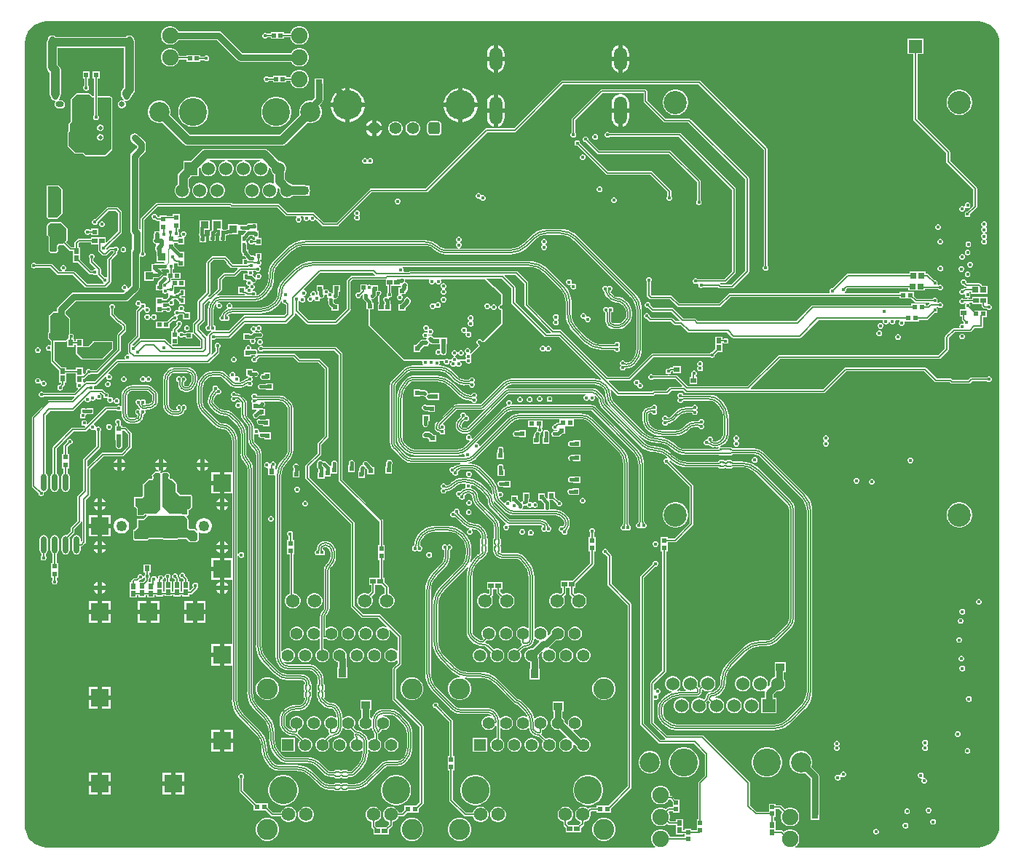
<source format=gbl>
G04*
G04 #@! TF.GenerationSoftware,Altium Limited,Altium Designer,25.1.2 (22)*
G04*
G04 Layer_Physical_Order=6*
G04 Layer_Color=1265191*
%FSLAX44Y44*%
%MOMM*%
G71*
G04*
G04 #@! TF.SameCoordinates,A11DD0CD-F6FC-4396-A5D6-A0F97A1EA5FB*
G04*
G04*
G04 #@! TF.FilePolarity,Positive*
G04*
G01*
G75*
G04:AMPARAMS|DCode=27|XSize=0.565mm|YSize=0.2mm|CornerRadius=0.05mm|HoleSize=0mm|Usage=FLASHONLY|Rotation=270.000|XOffset=0mm|YOffset=0mm|HoleType=Round|Shape=RoundedRectangle|*
%AMROUNDEDRECTD27*
21,1,0.5650,0.1000,0,0,270.0*
21,1,0.4650,0.2000,0,0,270.0*
1,1,0.1000,-0.0500,-0.2325*
1,1,0.1000,-0.0500,0.2325*
1,1,0.1000,0.0500,0.2325*
1,1,0.1000,0.0500,-0.2325*
%
%ADD27ROUNDEDRECTD27*%
%ADD28R,0.5500X0.5000*%
%ADD30R,0.6000X0.6500*%
%ADD31R,0.5000X0.5500*%
%ADD32R,0.5500X0.6000*%
%ADD39R,0.5811X0.5121*%
G04:AMPARAMS|DCode=40|XSize=0.565mm|YSize=0.2mm|CornerRadius=0.05mm|HoleSize=0mm|Usage=FLASHONLY|Rotation=0.000|XOffset=0mm|YOffset=0mm|HoleType=Round|Shape=RoundedRectangle|*
%AMROUNDEDRECTD40*
21,1,0.5650,0.1000,0,0,0.0*
21,1,0.4650,0.2000,0,0,0.0*
1,1,0.1000,0.2325,-0.0500*
1,1,0.1000,-0.2325,-0.0500*
1,1,0.1000,-0.2325,0.0500*
1,1,0.1000,0.2325,0.0500*
%
%ADD40ROUNDEDRECTD40*%
%ADD45R,0.9051X0.9062*%
%ADD46R,0.5682X0.5725*%
%ADD48R,0.5200X0.5200*%
%ADD49R,0.5200X0.5200*%
%ADD50R,0.4000X0.5000*%
%ADD54R,0.9000X0.7500*%
%ADD60R,0.7500X0.9000*%
%ADD63R,0.9000X1.0000*%
%ADD64R,1.0000X0.9000*%
%ADD65R,0.5121X0.5811*%
%ADD69R,0.6000X0.5500*%
%ADD71R,0.9582X1.1061*%
%ADD76R,0.4500X0.6750*%
%ADD82R,0.6750X0.4500*%
%ADD87R,0.6500X0.6000*%
%ADD89R,0.7000X0.6500*%
%ADD94R,0.6725X0.7154*%
%ADD97R,0.7154X0.6725*%
G04:AMPARAMS|DCode=107|XSize=0.565mm|YSize=0.4mm|CornerRadius=0.05mm|HoleSize=0mm|Usage=FLASHONLY|Rotation=270.000|XOffset=0mm|YOffset=0mm|HoleType=Round|Shape=RoundedRectangle|*
%AMROUNDEDRECTD107*
21,1,0.5650,0.3000,0,0,270.0*
21,1,0.4650,0.4000,0,0,270.0*
1,1,0.1000,-0.1500,-0.2325*
1,1,0.1000,-0.1500,0.2325*
1,1,0.1000,0.1500,0.2325*
1,1,0.1000,0.1500,-0.2325*
%
%ADD107ROUNDEDRECTD107*%
G04:AMPARAMS|DCode=114|XSize=0.565mm|YSize=0.4mm|CornerRadius=0.05mm|HoleSize=0mm|Usage=FLASHONLY|Rotation=0.000|XOffset=0mm|YOffset=0mm|HoleType=Round|Shape=RoundedRectangle|*
%AMROUNDEDRECTD114*
21,1,0.5650,0.3000,0,0,0.0*
21,1,0.4650,0.4000,0,0,0.0*
1,1,0.1000,0.2325,-0.1500*
1,1,0.1000,-0.2325,-0.1500*
1,1,0.1000,-0.2325,0.1500*
1,1,0.1000,0.2325,0.1500*
%
%ADD114ROUNDEDRECTD114*%
%ADD154C,1.3890*%
%ADD160R,1.3890X1.3890*%
%ADD161C,1.5660*%
%ADD162C,2.4248*%
%ADD163C,3.2512*%
%ADD164C,1.5700*%
%ADD165R,1.5700X1.5700*%
G04:AMPARAMS|DCode=175|XSize=0.8mm|YSize=1.4mm|CornerRadius=0.4mm|HoleSize=0mm|Usage=FLASHONLY|Rotation=180.000|XOffset=0mm|YOffset=0mm|HoleType=Round|Shape=RoundedRectangle|*
%AMROUNDEDRECTD175*
21,1,0.8000,0.6000,0,0,180.0*
21,1,0.0000,1.4000,0,0,180.0*
1,1,0.8000,0.0000,0.3000*
1,1,0.8000,0.0000,0.3000*
1,1,0.8000,0.0000,-0.3000*
1,1,0.8000,0.0000,-0.3000*
%
%ADD175ROUNDEDRECTD175*%
G04:AMPARAMS|DCode=176|XSize=0.95mm|YSize=0.65mm|CornerRadius=0.325mm|HoleSize=0mm|Usage=FLASHONLY|Rotation=180.000|XOffset=0mm|YOffset=0mm|HoleType=Round|Shape=RoundedRectangle|*
%AMROUNDEDRECTD176*
21,1,0.9500,0.0000,0,0,180.0*
21,1,0.3000,0.6500,0,0,180.0*
1,1,0.6500,-0.1500,0.0000*
1,1,0.6500,0.1500,0.0000*
1,1,0.6500,0.1500,0.0000*
1,1,0.6500,-0.1500,0.0000*
%
%ADD176ROUNDEDRECTD176*%
%ADD177C,0.6500*%
%ADD178C,0.1366*%
%ADD179C,0.1524*%
%ADD183C,0.1847*%
%ADD186C,0.5080*%
%ADD187C,0.3810*%
%ADD188C,0.7620*%
%ADD189C,0.2540*%
%ADD191C,1.0160*%
%ADD192C,2.3550*%
%ADD193C,1.5300*%
%ADD194C,1.9050*%
%ADD195C,3.2500*%
%ADD196R,1.5300X1.5300*%
%ADD197R,2.0000X2.0000*%
%ADD198C,1.2500*%
%ADD199O,1.5000X2.7000*%
%ADD200O,1.5000X3.3000*%
%ADD201C,2.7000*%
%ADD202C,1.4200*%
G04:AMPARAMS|DCode=203|XSize=1.42mm|YSize=1.42mm|CornerRadius=0.355mm|HoleSize=0mm|Usage=FLASHONLY|Rotation=180.000|XOffset=0mm|YOffset=0mm|HoleType=Round|Shape=RoundedRectangle|*
%AMROUNDEDRECTD203*
21,1,1.4200,0.7100,0,0,180.0*
21,1,0.7100,1.4200,0,0,180.0*
1,1,0.7100,-0.3550,0.3550*
1,1,0.7100,0.3550,0.3550*
1,1,0.7100,0.3550,-0.3550*
1,1,0.7100,-0.3550,-0.3550*
%
%ADD203ROUNDEDRECTD203*%
%ADD204C,3.4500*%
%ADD205C,0.4064*%
%ADD206C,0.3000*%
%ADD207C,0.5000*%
%ADD208C,4.0000*%
%ADD209C,0.1143*%
%ADD211C,0.1366*%
%ADD212R,0.8500X0.9000*%
%ADD213R,0.5000X0.4000*%
%ADD214R,0.4500X0.4500*%
%ADD215R,0.4500X0.4500*%
%ADD216R,0.9062X0.9051*%
%ADD217R,0.5725X0.5682*%
%ADD218O,0.7000X2.0000*%
%ADD219R,0.5500X0.5500*%
%ADD220R,0.4725X0.4682*%
%ADD221R,1.0500X0.9500*%
%ADD222R,0.9500X1.0500*%
%ADD223R,0.8000X1.2000*%
%ADD224R,0.5153X0.4725*%
%ADD225C,0.1778*%
G36*
X1117838Y965819D02*
X1122489Y964408D01*
X1126776Y962117D01*
X1130533Y959033D01*
X1133617Y955275D01*
X1135908Y950989D01*
X1137319Y946337D01*
X1137821Y941245D01*
Y30254D01*
X1137319Y25162D01*
X1135908Y20511D01*
X1133617Y16224D01*
X1130533Y12466D01*
X1126776Y9383D01*
X1122489Y7092D01*
X1117837Y5681D01*
X1112746Y5179D01*
X900784D01*
X900478Y6322D01*
X900962Y6602D01*
X902972Y8612D01*
X904393Y11073D01*
X905129Y13819D01*
Y16661D01*
X904393Y19407D01*
X902972Y21868D01*
X900962Y23878D01*
X898501Y25299D01*
X895755Y26035D01*
X892913D01*
X890167Y25299D01*
X887706Y23878D01*
X887208Y23381D01*
X886148Y24441D01*
X885422Y24926D01*
X884566Y25096D01*
X878030D01*
Y35880D01*
X875996D01*
Y40430D01*
X877530D01*
Y49714D01*
X882098D01*
X885274Y46537D01*
X884275Y44807D01*
X883539Y42061D01*
Y39219D01*
X884275Y36473D01*
X885696Y34012D01*
X887706Y32002D01*
X890167Y30581D01*
X892913Y29845D01*
X895755D01*
X898501Y30581D01*
X900962Y32002D01*
X902972Y34012D01*
X904393Y36473D01*
X905129Y39219D01*
Y42061D01*
X904393Y44807D01*
X902972Y47268D01*
X900962Y49278D01*
X898501Y50699D01*
X895755Y51435D01*
X892913D01*
X890167Y50699D01*
X888437Y49700D01*
X884605Y53531D01*
X883880Y54016D01*
X883024Y54186D01*
X877530D01*
Y55970D01*
X869990D01*
Y46686D01*
X855636D01*
X848056Y54266D01*
Y80010D01*
X847886Y80866D01*
X847401Y81591D01*
X794061Y134931D01*
X793336Y135416D01*
X792480Y135586D01*
X751578D01*
X736296Y150868D01*
Y176353D01*
X737439Y177116D01*
X737628Y177038D01*
X738942D01*
X740156Y177541D01*
X741085Y178470D01*
X741587Y179683D01*
Y180997D01*
X741085Y182210D01*
X741050Y182245D01*
X741055Y182589D01*
X741390Y183522D01*
X742280Y183891D01*
X743209Y184820D01*
X743712Y186033D01*
Y187347D01*
X743209Y188560D01*
X742280Y189489D01*
X741067Y189992D01*
X739753D01*
X738540Y189489D01*
X737611Y188560D01*
X737439Y188147D01*
X736296Y188374D01*
Y195201D01*
X749611Y208516D01*
X750096Y209241D01*
X750266Y210097D01*
Y349620D01*
X752050D01*
Y360154D01*
X760780D01*
X761636Y360324D01*
X762361Y360809D01*
X781361Y379809D01*
X781846Y380534D01*
X782016Y381390D01*
Y425450D01*
X781846Y426306D01*
X781361Y427031D01*
X754219Y454174D01*
X754222Y454320D01*
X755382Y455099D01*
X755400Y455093D01*
X755401Y455092D01*
X756313Y454478D01*
X756336Y454465D01*
X756484Y454382D01*
X758148Y452961D01*
X762173Y450494D01*
X766534Y448688D01*
X771124Y447586D01*
X773323Y447413D01*
X773512Y447360D01*
X774583Y447276D01*
X774661Y447286D01*
X774738Y447270D01*
X810989D01*
X811374Y446694D01*
X811959Y446303D01*
X812650Y446165D01*
X817300D01*
X817991Y446303D01*
X818576Y446694D01*
X819724D01*
X820309Y446303D01*
X821000Y446165D01*
X825650D01*
X826341Y446303D01*
X826926Y446694D01*
X827317Y447279D01*
X827385Y447620D01*
X827399Y447626D01*
Y447661D01*
X827399Y447661D01*
X837767D01*
X837848Y447677D01*
X842338Y447235D01*
X846734Y445901D01*
X850786Y443736D01*
X854274Y440873D01*
X854319Y440804D01*
X890756Y404368D01*
X890756Y404364D01*
X890748Y404356D01*
X890758Y404348D01*
X892162Y402518D01*
X893045Y400387D01*
X893346Y398100D01*
X893359D01*
Y271899D01*
X893360Y271894D01*
X893000Y269165D01*
X891945Y266618D01*
X890272Y264438D01*
X890271Y264437D01*
X890270Y264436D01*
X890269Y264434D01*
X890266Y264432D01*
X876445Y250611D01*
X875654Y249820D01*
X874797Y249131D01*
X872914Y247686D01*
X869702Y246356D01*
X866332Y245912D01*
X866256Y245927D01*
X860151D01*
Y245982D01*
X855445Y245611D01*
X850855Y244510D01*
X846494Y242703D01*
X842469Y240237D01*
X838880Y237171D01*
X838919Y237132D01*
X822856Y221070D01*
X822009Y220300D01*
X822009Y220300D01*
X818943Y216711D01*
X816477Y212686D01*
X814671Y208325D01*
X813569Y203735D01*
X813198Y199029D01*
X813253D01*
Y196850D01*
X813250D01*
X812908Y194255D01*
X811906Y191836D01*
X810313Y189760D01*
X809510Y188953D01*
D01*
X807364Y187306D01*
X804865Y186271D01*
X802234Y185925D01*
X802183Y185970D01*
Y185970D01*
X800865Y185707D01*
X800606Y186821D01*
X802273Y187268D01*
X804307Y188442D01*
X805968Y190103D01*
X807142Y192137D01*
X807750Y194406D01*
Y196754D01*
X807142Y199023D01*
X805968Y201057D01*
X804307Y202718D01*
X802273Y203892D01*
X800004Y204500D01*
X797656D01*
X795387Y203892D01*
X793353Y202718D01*
X791692Y201057D01*
X790518Y199023D01*
X789910Y196754D01*
Y194406D01*
X790425Y192483D01*
X789342Y191400D01*
X788688Y191464D01*
X787690Y191814D01*
X786961Y192655D01*
X787430Y194406D01*
Y196754D01*
X786822Y199023D01*
X785648Y201057D01*
X783987Y202718D01*
X781953Y203892D01*
X779684Y204500D01*
X777336D01*
X775067Y203892D01*
X773033Y202718D01*
X771372Y201057D01*
X770198Y199023D01*
X769590Y196754D01*
Y194406D01*
X770198Y192137D01*
X771372Y190103D01*
X773033Y188442D01*
X773128Y188387D01*
X772822Y187244D01*
X767065D01*
Y187299D01*
X763484Y187017D01*
X763137Y188136D01*
X763667Y188442D01*
X765328Y190103D01*
X766502Y192137D01*
X767110Y194406D01*
Y196754D01*
X766502Y199023D01*
X765328Y201057D01*
X763667Y202718D01*
X761633Y203892D01*
X759364Y204500D01*
X757016D01*
X754747Y203892D01*
X752713Y202718D01*
X751052Y201057D01*
X749878Y199023D01*
X749270Y196754D01*
Y194406D01*
X749878Y192137D01*
X751052Y190103D01*
X752713Y188442D01*
X754747Y187268D01*
X756882Y186696D01*
X757018Y186352D01*
X757022Y185517D01*
X753409Y184020D01*
X749384Y181554D01*
X745794Y178488D01*
X745833Y178449D01*
X745833Y178449D01*
X744481Y177098D01*
X744368Y177098D01*
X744368Y177098D01*
X742168Y174230D01*
X740784Y170891D01*
X740313Y167308D01*
X740393D01*
Y160490D01*
X740314D01*
X740781Y156942D01*
X742150Y153637D01*
X744328Y150798D01*
X744384Y150854D01*
X747525Y147713D01*
X747479Y147666D01*
X750743Y144987D01*
X754467Y142997D01*
X758508Y141771D01*
X762711Y141357D01*
Y141423D01*
X874669D01*
Y141368D01*
X879375Y141739D01*
X883965Y142841D01*
X888326Y144647D01*
X892351Y147113D01*
X895940Y150179D01*
X895940Y150179D01*
X896710Y151026D01*
X911502Y165819D01*
X911503Y165819D01*
X911541Y165780D01*
X914607Y169370D01*
X917073Y173394D01*
X918879Y177755D01*
X919981Y182345D01*
X920352Y187051D01*
X920297D01*
Y396240D01*
X920349D01*
X919989Y400809D01*
X918920Y405266D01*
X917166Y409500D01*
X914771Y413408D01*
X911794Y416893D01*
X911758Y416856D01*
X911758Y416856D01*
X864324Y464290D01*
X864324Y464291D01*
X864355Y464322D01*
X861767Y466445D01*
X858814Y468023D01*
X855611Y468995D01*
X852280Y469323D01*
Y469279D01*
X827399D01*
Y469314D01*
X827385Y469320D01*
X827317Y469661D01*
X826926Y470246D01*
X826341Y470637D01*
X825650Y470775D01*
X821000D01*
X820309Y470637D01*
X820046Y470461D01*
X818254D01*
X817991Y470637D01*
X817300Y470775D01*
X813489D01*
X813262Y471918D01*
X815278Y472753D01*
X818232Y475019D01*
X818232Y475019D01*
X818232Y475019D01*
X818232Y475138D01*
X819882Y476788D01*
X819928Y476742D01*
X821849Y479245D01*
X823056Y482160D01*
X823468Y485289D01*
X823403D01*
Y504203D01*
X823457D01*
X823087Y508909D01*
X821985Y513499D01*
X820179Y517860D01*
X817712Y521885D01*
X814647Y525474D01*
X814608Y525436D01*
X814608Y525436D01*
X813563Y526481D01*
X813563Y526543D01*
X813563Y526543D01*
X810975Y528667D01*
X808021Y530246D01*
X804817Y531218D01*
X801484Y531546D01*
Y531502D01*
X770382D01*
Y531517D01*
X769879Y532730D01*
X768950Y533659D01*
X767737Y534162D01*
X766423D01*
X765210Y533659D01*
X764281Y532730D01*
X763778Y531517D01*
Y530203D01*
X764281Y528990D01*
X765077Y528193D01*
X764281Y527397D01*
X763778Y526183D01*
Y524869D01*
X764281Y523656D01*
X765210Y522727D01*
X766423Y522224D01*
X767737D01*
X768950Y522727D01*
X769879Y523656D01*
X770382Y524869D01*
Y524884D01*
X799962D01*
X800060Y524903D01*
X803618Y524435D01*
X807025Y523023D01*
X809873Y520838D01*
X809928Y520756D01*
X809997Y520710D01*
X812859Y517222D01*
X815025Y513171D01*
X816358Y508775D01*
X816801Y504284D01*
X816784Y504203D01*
Y487706D01*
X816789Y487684D01*
X816409Y484795D01*
X815285Y482083D01*
X814171Y480630D01*
X813475Y479776D01*
X811915Y478578D01*
X810098Y477826D01*
X808148Y477569D01*
Y477545D01*
X805606D01*
Y477593D01*
X805136Y477686D01*
X804377Y478745D01*
X804634Y479365D01*
Y480678D01*
X804131Y481892D01*
X803202Y482821D01*
X801989Y483324D01*
X800675D01*
X799461Y482821D01*
X798532Y481892D01*
X798030Y480678D01*
Y479552D01*
X796903D01*
X795690Y479049D01*
X794761Y478120D01*
X794258Y476907D01*
Y475593D01*
X794761Y474380D01*
X795690Y473451D01*
X796903Y472948D01*
X798217D01*
X799413Y473443D01*
X801205Y472068D01*
X803328Y471189D01*
X805606Y470889D01*
Y470926D01*
X808148D01*
Y470842D01*
X810729Y471182D01*
X811094Y470653D01*
X811277Y470101D01*
X810983Y469661D01*
X810845Y468970D01*
Y468738D01*
X810731Y468715D01*
Y468703D01*
X772448D01*
X772347Y468683D01*
X768756Y469156D01*
X765317Y470581D01*
X763241Y472174D01*
X762415Y472848D01*
X761768Y473567D01*
X761618Y473695D01*
X758178Y476632D01*
X754154Y479099D01*
X749793Y480905D01*
X745203Y482007D01*
X740497Y482377D01*
Y482377D01*
X739354Y482379D01*
X735742Y482735D01*
X731532Y484012D01*
X727651Y486086D01*
X724300Y488836D01*
X724264Y488891D01*
X690408Y522747D01*
X690344Y522790D01*
X688277Y525483D01*
X686949Y528689D01*
X686643Y531019D01*
X686566Y532130D01*
X686566D01*
X686235Y535496D01*
X685645Y537441D01*
X686655Y538047D01*
X693197Y531505D01*
X693923Y531020D01*
X694779Y530849D01*
X735016D01*
X735872Y531020D01*
X736597Y531505D01*
X737526Y532434D01*
X751761D01*
X752617Y532604D01*
X753342Y533089D01*
X756913Y536659D01*
X770221D01*
X772521Y534359D01*
X773247Y533874D01*
X774102Y533704D01*
X933450D01*
X934306Y533874D01*
X935031Y534359D01*
X959776Y559104D01*
X1050634D01*
X1062730Y547007D01*
X1063456Y546522D01*
X1064312Y546352D01*
X1080154D01*
X1081128Y545378D01*
X1081854Y544893D01*
X1082710Y544723D01*
X1102408D01*
X1103264Y544893D01*
X1103989Y545378D01*
X1106285Y547674D01*
X1123224D01*
X1123787Y547111D01*
X1125001Y546608D01*
X1126314D01*
X1127528Y547111D01*
X1128457Y548040D01*
X1128959Y549253D01*
Y550567D01*
X1128457Y551780D01*
X1127528Y552709D01*
X1126314Y553212D01*
X1125001D01*
X1123787Y552709D01*
X1123224Y552146D01*
X1105359D01*
X1104503Y551976D01*
X1103778Y551491D01*
X1101482Y549195D01*
X1083636D01*
X1082662Y550170D01*
X1081936Y550654D01*
X1081080Y550825D01*
X1065238D01*
X1053141Y562921D01*
X1052416Y563406D01*
X1051560Y563576D01*
X958850D01*
X957994Y563406D01*
X957269Y562921D01*
X932524Y538176D01*
X848902D01*
X848465Y539232D01*
X882712Y573480D01*
X1067620D01*
X1068476Y573650D01*
X1069201Y574135D01*
X1078267Y583201D01*
X1078752Y583926D01*
X1078922Y584782D01*
Y598108D01*
X1085638Y604824D01*
X1103409D01*
X1104265Y604994D01*
X1104991Y605479D01*
X1109054Y609542D01*
X1116797D01*
X1117653Y609712D01*
X1118379Y610197D01*
X1118863Y610923D01*
X1119033Y611779D01*
Y622014D01*
X1123144D01*
Y630054D01*
X1109034D01*
X1104138Y634950D01*
Y635911D01*
X1103635Y637124D01*
X1102789Y637971D01*
X1102828Y638356D01*
X1103133Y639114D01*
X1106290D01*
Y637080D01*
X1117074D01*
Y635830D01*
X1117244Y634974D01*
X1117729Y634249D01*
X1119405Y632573D01*
X1120130Y632088D01*
X1120986Y631918D01*
X1122834D01*
X1122858Y631860D01*
X1123787Y630931D01*
X1125001Y630428D01*
X1126314D01*
X1127528Y630931D01*
X1128457Y631860D01*
X1128959Y633073D01*
Y634387D01*
X1128457Y635600D01*
X1127528Y636529D01*
X1126314Y637032D01*
X1125001D01*
X1124943Y637008D01*
X1123830Y637784D01*
Y645620D01*
X1106290D01*
Y643586D01*
X1101679D01*
X1101493Y644652D01*
X1102706Y645155D01*
X1103635Y646084D01*
X1104138Y647297D01*
Y648611D01*
X1103635Y649824D01*
X1102706Y650753D01*
X1102547Y650819D01*
X1102775Y651962D01*
X1104970D01*
Y649514D01*
X1124010D01*
Y658554D01*
X1117633D01*
X1117589Y658597D01*
X1117499Y659048D01*
X1117015Y659774D01*
X1115730Y661059D01*
X1115004Y661543D01*
X1114148Y661714D01*
X1100399D01*
X1099312Y662801D01*
Y663597D01*
X1098809Y664810D01*
X1097880Y665739D01*
X1096667Y666242D01*
X1095353D01*
X1094140Y665739D01*
X1093211Y664810D01*
X1092708Y663597D01*
Y662283D01*
X1093211Y661070D01*
X1094140Y660141D01*
X1095353Y659638D01*
X1096149D01*
X1097891Y657896D01*
X1098617Y657411D01*
X1099473Y657241D01*
X1099454Y656106D01*
X1097443D01*
X1096650Y655948D01*
X1095978Y655499D01*
X1095978Y655499D01*
X1095427Y654948D01*
X1095143Y655066D01*
X1093829D01*
X1092616Y654563D01*
X1091687Y653634D01*
X1091184Y652421D01*
Y651107D01*
X1091687Y649894D01*
X1092616Y648965D01*
X1093829Y648462D01*
X1095143D01*
X1096356Y648965D01*
X1096505Y649113D01*
X1097306Y648722D01*
X1097534Y648526D01*
Y647297D01*
X1098037Y646084D01*
X1098966Y645155D01*
X1100179Y644652D01*
X1099993Y643586D01*
X1096102D01*
X1095832Y643532D01*
X1095271Y643764D01*
X1093958D01*
X1092744Y643262D01*
X1091815Y642333D01*
X1091312Y641119D01*
Y639806D01*
X1091815Y638592D01*
X1092744Y637663D01*
X1093958Y637160D01*
X1095271D01*
X1096485Y637663D01*
X1097414Y638592D01*
X1097479Y638750D01*
X1098045Y638749D01*
X1098518Y637606D01*
X1098037Y637124D01*
X1097534Y635911D01*
Y634597D01*
X1098037Y633384D01*
X1098627Y632793D01*
X1098154Y631650D01*
X1091930D01*
Y623110D01*
X1094214D01*
Y619631D01*
X1094384Y618775D01*
X1094869Y618050D01*
X1096388Y616531D01*
Y615423D01*
X1096392Y615412D01*
X1095518Y614537D01*
X1095397Y614587D01*
X1094083D01*
X1092870Y614085D01*
X1091941Y613156D01*
X1091438Y611942D01*
Y610629D01*
X1091516Y610439D01*
X1090753Y609296D01*
X1084712D01*
X1083856Y609126D01*
X1083131Y608641D01*
X1075105Y600615D01*
X1074620Y599890D01*
X1074450Y599034D01*
Y585708D01*
X1066694Y577952D01*
X881786D01*
X880930Y577782D01*
X880205Y577297D01*
X844894Y541986D01*
X775626D01*
X763581Y554031D01*
X762856Y554516D01*
X762000Y554686D01*
X753699D01*
X753513Y555752D01*
X754726Y556255D01*
X755655Y557184D01*
X756158Y558397D01*
Y558593D01*
X756668Y559104D01*
X758310D01*
Y557070D01*
X767350D01*
Y565610D01*
X758310D01*
Y563576D01*
X755742D01*
X754886Y563406D01*
X754161Y562921D01*
X753571Y562332D01*
X753513Y562356D01*
X752199D01*
X750986Y561853D01*
X750057Y560924D01*
X749554Y559711D01*
Y558397D01*
X750057Y557184D01*
X750986Y556255D01*
X752199Y555752D01*
X752013Y554686D01*
X735223D01*
X734660Y555249D01*
X733447Y555752D01*
X732133D01*
X730920Y555249D01*
X729991Y554320D01*
X729488Y553107D01*
Y551793D01*
X729991Y550580D01*
X730920Y549651D01*
X732133Y549148D01*
X733447D01*
X734660Y549651D01*
X735223Y550214D01*
X761074D01*
X769100Y542188D01*
X768662Y541132D01*
X755986D01*
X755130Y540961D01*
X754405Y540477D01*
X750835Y536906D01*
X736600D01*
X735744Y536736D01*
X735019Y536251D01*
X734090Y535322D01*
X695705D01*
X683644Y547383D01*
X684082Y548439D01*
X707732D01*
X708588Y548609D01*
X709313Y549094D01*
X735672Y575452D01*
X801380D01*
X801771Y575061D01*
X802985Y574559D01*
X804298D01*
X805512Y575061D01*
X806441Y575990D01*
X806944Y577204D01*
Y578301D01*
X810423Y581780D01*
X815800D01*
Y592302D01*
X816943Y592455D01*
X817688Y591711D01*
X818901Y591208D01*
X820215D01*
X821428Y591711D01*
X822357Y592640D01*
X822860Y593853D01*
Y595167D01*
X822357Y596381D01*
X821428Y597309D01*
X820215Y597812D01*
X818901D01*
X817688Y597309D01*
X817414Y597036D01*
X815800D01*
Y599320D01*
X807260D01*
Y590280D01*
Y584943D01*
X803480Y581163D01*
X802985D01*
X801771Y580660D01*
X801036Y579925D01*
X734746D01*
X733890Y579755D01*
X733165Y579270D01*
X706806Y552911D01*
X682523D01*
X628479Y606956D01*
X627753Y607441D01*
X626897Y607611D01*
X619457D01*
X590056Y637012D01*
Y661590D01*
X589886Y662446D01*
X589401Y663171D01*
X577425Y675147D01*
X576700Y675632D01*
X575844Y675802D01*
X452974D01*
X452118Y675632D01*
X451393Y675147D01*
X451166Y674921D01*
X445947D01*
X445184Y676064D01*
X445262Y676253D01*
Y677567D01*
X444759Y678780D01*
X444002Y679537D01*
X444175Y680351D01*
X444353Y680680D01*
X591297D01*
X591378Y680696D01*
X595869Y680254D01*
X600265Y678921D01*
X604316Y676755D01*
X607804Y673893D01*
X607850Y673824D01*
X626731Y654943D01*
X626800Y654897D01*
X629662Y651409D01*
X631828Y647358D01*
X633161Y642962D01*
X633604Y638471D01*
X633587Y638390D01*
Y626210D01*
X633533D01*
X633903Y621504D01*
X635005Y616914D01*
X636812Y612553D01*
X639278Y608529D01*
X642344Y604939D01*
X642344Y604939D01*
X643191Y604170D01*
X654499Y592861D01*
X654500Y592860D01*
X654461Y592822D01*
X658050Y589756D01*
X662075Y587290D01*
X666436Y585484D01*
X671026Y584382D01*
X675732Y584011D01*
Y584066D01*
X690118D01*
Y584051D01*
X690621Y582838D01*
X691550Y581909D01*
X692763Y581406D01*
X694077D01*
X695290Y581909D01*
X696219Y582838D01*
X696722Y584051D01*
Y585365D01*
X696219Y586578D01*
X695423Y587375D01*
X696219Y588172D01*
X696722Y589385D01*
Y590699D01*
X696219Y591912D01*
X695290Y592841D01*
X694077Y593344D01*
X692763D01*
X691550Y592841D01*
X690621Y591912D01*
X690118Y590699D01*
Y590684D01*
X675732D01*
X675651Y590668D01*
X671161Y591110D01*
X666765Y592444D01*
X662713Y594609D01*
X659225Y597472D01*
X659180Y597541D01*
X647062Y609658D01*
X646994Y609704D01*
X644131Y613192D01*
X641966Y617243D01*
X640632Y621639D01*
X640190Y626129D01*
X640206Y626210D01*
Y640258D01*
X640291D01*
X639799Y645253D01*
X638342Y650056D01*
X635976Y654482D01*
X632792Y658362D01*
X632732Y658302D01*
X612530Y678504D01*
X612530Y678504D01*
X612568Y678543D01*
X608979Y681608D01*
X604954Y684075D01*
X600593Y685881D01*
X596003Y686983D01*
X591297Y687353D01*
Y687299D01*
X339021D01*
Y687353D01*
X334315Y686983D01*
X329725Y685881D01*
X325364Y684075D01*
X321340Y681608D01*
X317750Y678543D01*
X317789Y678504D01*
X317789Y678504D01*
X304697Y665413D01*
X304654Y665457D01*
X302062Y662299D01*
X300137Y658697D01*
X298951Y654788D01*
X298550Y650722D01*
X298550D01*
X298558Y649579D01*
X298158Y646538D01*
X296725Y643079D01*
X294510Y640192D01*
X294422Y640134D01*
X294377Y640065D01*
X290889Y637202D01*
X286837Y635037D01*
X282442Y633703D01*
X277951Y633261D01*
X277870Y633277D01*
X246454D01*
X246326Y633403D01*
X245735Y634397D01*
X245994Y635021D01*
Y636335D01*
X245491Y637549D01*
X244562Y638478D01*
X243349Y638980D01*
X242035D01*
X240821Y638478D01*
X239893Y637549D01*
X239390Y636335D01*
Y635021D01*
X239893Y633808D01*
X240399Y633301D01*
X240443Y632976D01*
X240231Y631985D01*
X240227Y631980D01*
X237919Y630746D01*
X235611Y628852D01*
X235611Y628852D01*
X234799Y628064D01*
X234799Y628064D01*
X233785Y626546D01*
X233429Y624755D01*
X232609Y623977D01*
X232253Y623829D01*
X231324Y622901D01*
X230821Y621687D01*
Y620373D01*
X231324Y619160D01*
X232253Y618231D01*
X233466Y617728D01*
X234780D01*
X235993Y618231D01*
X236790Y619027D01*
X237587Y618231D01*
X238800Y617728D01*
X240114D01*
X241327Y618231D01*
X242256Y619160D01*
X242759Y620373D01*
Y621687D01*
X242256Y622901D01*
X241535Y623622D01*
X241385Y624948D01*
X242099Y625496D01*
X244164Y626352D01*
X246380Y626643D01*
Y626659D01*
X277870D01*
Y626604D01*
X282576Y626975D01*
X287166Y628077D01*
X291527Y629883D01*
X295552Y632349D01*
X298482Y634852D01*
X299141Y635415D01*
X299141Y635415D01*
X299320Y635587D01*
X299320Y635587D01*
X301856Y638676D01*
X302895Y640620D01*
X304038Y640334D01*
Y639876D01*
X304541Y638663D01*
X305470Y637734D01*
X306683Y637231D01*
X307446D01*
X308483Y636195D01*
Y626658D01*
X306414Y624589D01*
X260732D01*
X259876Y624419D01*
X259150Y623934D01*
X241732Y606516D01*
X226722D01*
X226248Y607659D01*
X226319Y607730D01*
X226822Y608943D01*
Y610257D01*
X226319Y611470D01*
X225390Y612399D01*
X224177Y612902D01*
X224162D01*
Y629644D01*
X224145Y629733D01*
X224603Y633218D01*
X225983Y636548D01*
X226805Y637620D01*
X227804Y637043D01*
X227510Y636335D01*
Y635021D01*
X228013Y633808D01*
X228942Y632879D01*
X230155Y632376D01*
X231469D01*
X232683Y632879D01*
X233612Y633808D01*
X234114Y635021D01*
Y636335D01*
X233612Y637549D01*
X232683Y638478D01*
X231469Y638980D01*
X230155D01*
X229868Y638861D01*
X228801Y639656D01*
X228816Y639804D01*
X229743Y640423D01*
X231560Y640784D01*
X231567Y640783D01*
X272865D01*
Y640697D01*
X276631Y641192D01*
X280141Y642646D01*
X283155Y644959D01*
X283094Y645020D01*
X286438Y648364D01*
X286472Y648330D01*
X289319Y651663D01*
X291609Y655401D01*
X293286Y659450D01*
X294309Y663712D01*
X294653Y668082D01*
X294605D01*
Y672406D01*
X294621D01*
X294913Y675367D01*
X295776Y678214D01*
X297179Y680838D01*
X299066Y683138D01*
X299055Y683149D01*
X314168Y698262D01*
X314214Y698331D01*
X317702Y701193D01*
X321753Y703359D01*
X326149Y704692D01*
X330640Y705135D01*
X330721Y705118D01*
X469925D01*
Y705109D01*
X473138Y704792D01*
X476229Y703855D01*
X479077Y702333D01*
X481544Y700308D01*
X481547Y700258D01*
Y700258D01*
X484217Y698066D01*
X487264Y696438D01*
X490570Y695435D01*
X494008Y695096D01*
Y695143D01*
X568396D01*
Y695088D01*
X573102Y695459D01*
X577691Y696561D01*
X582052Y698367D01*
X586077Y700833D01*
X589667Y703899D01*
X589667Y703899D01*
X590436Y704746D01*
X597885Y712194D01*
X597901Y712218D01*
X600935Y714708D01*
X604422Y716572D01*
X608205Y717720D01*
X612112Y718104D01*
X612140Y718099D01*
X627019D01*
X627100Y718115D01*
X631590Y717673D01*
X635986Y716339D01*
X640038Y714174D01*
X643526Y711311D01*
X643571Y711243D01*
X708702Y646112D01*
X708771Y646066D01*
X711634Y642578D01*
X713799Y638526D01*
X715133Y634131D01*
X715575Y629640D01*
X715559Y629559D01*
Y585560D01*
X715563Y585540D01*
X715186Y581718D01*
X714066Y578023D01*
X712246Y574618D01*
X710503Y572495D01*
X709778Y571651D01*
X708093Y570358D01*
X706129Y569545D01*
X704618Y569346D01*
X704470Y569407D01*
X703408Y569602D01*
X702865Y569764D01*
X702569Y570476D01*
X701640Y571405D01*
X700427Y571908D01*
X699113D01*
X697900Y571405D01*
X696971Y570476D01*
X696468Y569263D01*
Y567949D01*
X696971Y566736D01*
X697767Y565939D01*
X696971Y565142D01*
X696468Y563929D01*
Y562615D01*
X696971Y561402D01*
X697900Y560473D01*
X699113Y559970D01*
X700427D01*
X701640Y560473D01*
X702569Y561402D01*
X702972Y562374D01*
X704023Y562597D01*
Y562597D01*
X706912Y562881D01*
X709690Y563724D01*
X712251Y565093D01*
X714495Y566935D01*
X714502Y566928D01*
X717188Y570072D01*
X719348Y573597D01*
X720931Y577417D01*
X721896Y581438D01*
X722220Y585560D01*
X722177D01*
Y629559D01*
X722232D01*
X721861Y634265D01*
X720759Y638855D01*
X718953Y643216D01*
X716487Y647241D01*
X713421Y650830D01*
X713382Y650791D01*
X713382Y650791D01*
X648251Y715922D01*
X648251Y715922D01*
X648290Y715961D01*
X644701Y719027D01*
X640676Y721493D01*
X636315Y723299D01*
X631725Y724401D01*
X627019Y724772D01*
Y724717D01*
X612140D01*
Y724762D01*
X607944Y724432D01*
X603851Y723449D01*
X599963Y721838D01*
X596374Y719639D01*
X593173Y716905D01*
X593205Y716874D01*
X584948Y708617D01*
X584902Y708549D01*
X581414Y705686D01*
X577363Y703521D01*
X572967Y702188D01*
X568477Y701745D01*
X568396Y701761D01*
X510135D01*
X509927Y702818D01*
X511140Y703321D01*
X512069Y704250D01*
X512572Y705463D01*
Y706777D01*
X512069Y707990D01*
X511484Y708576D01*
X511258Y709295D01*
X511484Y710014D01*
X512069Y710600D01*
X512572Y711813D01*
Y713127D01*
X512069Y714340D01*
X511140Y715269D01*
X509927Y715772D01*
X508613D01*
X507400Y715269D01*
X506471Y714340D01*
X505968Y713127D01*
Y711813D01*
X506471Y710600D01*
X507056Y710014D01*
X507282Y709295D01*
X507056Y708576D01*
X506471Y707990D01*
X505968Y706777D01*
Y705463D01*
X506471Y704250D01*
X507400Y703321D01*
X508613Y702818D01*
X508405Y701761D01*
X494008D01*
X493993Y701758D01*
X491171Y702130D01*
X488527Y703225D01*
X487148Y704283D01*
X486312Y705023D01*
X486312Y705023D01*
X482800Y707905D01*
X478793Y710046D01*
X474446Y711365D01*
X469925Y711810D01*
Y711737D01*
X330721D01*
Y711792D01*
X326015Y711421D01*
X321425Y710319D01*
X317064Y708513D01*
X313039Y706046D01*
X309450Y702981D01*
X309488Y702942D01*
X309488Y702942D01*
X294375Y687829D01*
X294328Y687877D01*
X291607Y684561D01*
X289585Y680779D01*
X288340Y676675D01*
X287920Y672406D01*
X287987D01*
Y668082D01*
X287996Y668036D01*
X287592Y663930D01*
X286381Y659938D01*
X284414Y656259D01*
X282471Y653892D01*
X281758Y653044D01*
X280966Y652253D01*
X278414Y649700D01*
X278398Y649715D01*
X276778Y648472D01*
X274890Y647690D01*
X274469Y647634D01*
X273665Y648681D01*
X273689Y648738D01*
Y650052D01*
X273186Y651266D01*
X272257Y652194D01*
X271043Y652697D01*
X270295D01*
X269401Y653637D01*
X269376Y653697D01*
X269476Y654389D01*
X269783Y654520D01*
X270556Y654840D01*
X271485Y655769D01*
X271987Y656983D01*
Y658297D01*
X271485Y659510D01*
X270556Y660439D01*
X269783Y660759D01*
X269755Y661076D01*
X270794Y662178D01*
X271167D01*
X272380Y662681D01*
X273309Y663610D01*
X273812Y664823D01*
Y666137D01*
X273811Y666140D01*
X274078Y666461D01*
X274732Y666901D01*
X275732Y666487D01*
X277046D01*
X278260Y666990D01*
X279188Y667919D01*
X279691Y669132D01*
Y670446D01*
X279188Y671660D01*
X278260Y672588D01*
X277046Y673091D01*
X275732D01*
X274519Y672588D01*
X273590Y671660D01*
X273087Y670446D01*
Y669132D01*
X272031Y668846D01*
X271710Y668790D01*
X269733Y670766D01*
X269655Y671905D01*
X269745Y671995D01*
X270248Y673208D01*
Y674522D01*
X270132Y674801D01*
X270896Y675944D01*
X273157D01*
X273720Y675381D01*
X274933Y674878D01*
X276247D01*
X277460Y675381D01*
X278389Y676310D01*
X278892Y677523D01*
Y678837D01*
X278389Y680050D01*
X277460Y680979D01*
X277528Y682188D01*
X278162Y682451D01*
X279091Y683380D01*
X279593Y684593D01*
Y685907D01*
X279091Y687121D01*
X278502Y687709D01*
Y689031D01*
X279510D01*
Y696571D01*
X272970D01*
Y693313D01*
X272823Y693224D01*
X271827Y692962D01*
X271110Y693679D01*
X269897Y694182D01*
X268583D01*
X268544Y694166D01*
X268092D01*
X264810Y697448D01*
Y700410D01*
X262848D01*
X262711Y700547D01*
Y701749D01*
X262744D01*
Y708911D01*
X262744Y709289D01*
X262540Y710348D01*
Y712932D01*
X266396Y716788D01*
X267357D01*
X267396Y716804D01*
X269590D01*
Y715050D01*
X272046D01*
X272150Y713950D01*
X272150Y713907D01*
Y712166D01*
X270403D01*
X269840Y712729D01*
X268627Y713232D01*
X267313D01*
X266100Y712729D01*
X265171Y711800D01*
X264668Y710587D01*
Y709273D01*
X265171Y708060D01*
X266100Y707131D01*
X267313Y706628D01*
X268627D01*
X269840Y707131D01*
X270403Y707694D01*
X272150D01*
Y705910D01*
X280190D01*
Y713950D01*
X276234D01*
X276130Y715050D01*
X276130Y715093D01*
Y722590D01*
X274361D01*
X274205Y722797D01*
X274775Y723940D01*
X274860D01*
Y731480D01*
X268320D01*
Y730968D01*
X266024D01*
X265818Y731053D01*
X264505D01*
X263291Y730550D01*
X262362Y729621D01*
X262346Y729582D01*
X262346Y729582D01*
X257905D01*
X257592Y729520D01*
X254085D01*
X254040Y729520D01*
X252942Y729628D01*
Y730073D01*
X241340D01*
Y724894D01*
X240533D01*
X239294Y724648D01*
X238244Y723946D01*
X238227Y723929D01*
X235936D01*
X235477Y724119D01*
X234163Y724119D01*
X233800Y725175D01*
Y735585D01*
X222198D01*
Y727482D01*
X222136Y727169D01*
Y723788D01*
X221147Y722799D01*
X221108Y722783D01*
X220179Y721854D01*
X219822Y720992D01*
X219814Y720980D01*
X219811Y720966D01*
X219676Y720640D01*
Y720287D01*
X219568Y719741D01*
Y717175D01*
X219035D01*
Y710635D01*
X226575D01*
Y717175D01*
X226042D01*
Y718538D01*
X227662Y720158D01*
X228364Y721208D01*
X228610Y722447D01*
Y723994D01*
X231712D01*
X232185Y722851D01*
X232021Y722687D01*
X231518Y721473D01*
Y720160D01*
X231568Y720040D01*
Y717160D01*
X231020D01*
Y710620D01*
X238560D01*
Y717160D01*
X239580Y717457D01*
X240807Y717701D01*
X241857Y718402D01*
X241874Y718420D01*
X244520D01*
X244833Y718482D01*
X252942D01*
Y722872D01*
X254040Y722980D01*
X254085Y722980D01*
X261580D01*
X262339Y722151D01*
X262417Y721965D01*
X257962Y717510D01*
X256000D01*
Y710348D01*
X256000Y709970D01*
X256204Y708912D01*
Y701749D01*
X256237D01*
Y699206D01*
X256483Y697967D01*
X257185Y696917D01*
X258270Y695832D01*
Y692870D01*
X260232D01*
X262114Y690988D01*
X261677Y689932D01*
X257866D01*
Y683705D01*
X246913D01*
X243999Y686618D01*
Y686642D01*
X243829Y687498D01*
X243344Y688223D01*
X239107Y692461D01*
X238381Y692946D01*
X237525Y693116D01*
X223055D01*
X222199Y692946D01*
X221473Y692461D01*
X216550Y687538D01*
X216065Y686812D01*
X215895Y685957D01*
Y651280D01*
X206063Y641448D01*
X205578Y640722D01*
X205408Y639866D01*
Y620214D01*
X200667Y615474D01*
X200183Y614749D01*
X200012Y613893D01*
Y605344D01*
X199212Y604532D01*
X198869Y604532D01*
X191948D01*
Y603792D01*
X189513D01*
X189489Y603850D01*
X188560Y604779D01*
X187347Y605282D01*
X186033D01*
X184820Y604779D01*
X183983Y603943D01*
X183556Y603992D01*
X182840Y604293D01*
Y605940D01*
X182354D01*
X181881Y607083D01*
X185307Y610509D01*
X185792Y611235D01*
X185911Y611836D01*
X186020Y611881D01*
X186949Y612810D01*
X187452Y614023D01*
Y615337D01*
X186949Y616550D01*
X186020Y617479D01*
X184807Y617982D01*
X183493D01*
X182280Y617479D01*
X181351Y616550D01*
X180848Y615337D01*
Y614023D01*
X181331Y612858D01*
X177489Y609016D01*
X177004Y608290D01*
X176834Y607435D01*
Y605940D01*
X175300D01*
Y597900D01*
Y591479D01*
X174157Y591006D01*
X169240Y595923D01*
X168514Y596408D01*
X167658Y596578D01*
X139745D01*
X138889Y596408D01*
X138164Y595923D01*
X131428Y589187D01*
X130632D01*
X130058Y590187D01*
X129999Y590780D01*
X137749Y598530D01*
X138234Y599255D01*
X138404Y600111D01*
Y628002D01*
X141890Y631487D01*
X143137Y631440D01*
X143728Y630805D01*
Y630118D01*
X144230Y628904D01*
X145159Y627975D01*
X146373Y627473D01*
X147687D01*
X148900Y627975D01*
X149829Y628904D01*
X150332Y630118D01*
Y631432D01*
X149829Y632645D01*
X148900Y633574D01*
X147687Y634077D01*
X146598D01*
X146304Y634151D01*
X145542Y634970D01*
Y635657D01*
X145039Y636870D01*
X144110Y637799D01*
X142897Y638302D01*
X141583D01*
X141387Y638221D01*
X140244Y638984D01*
Y639004D01*
X139741Y640218D01*
X138812Y641147D01*
X137599Y641650D01*
X136285D01*
X135071Y641147D01*
X134143Y640218D01*
X133640Y639004D01*
Y637691D01*
X134143Y636477D01*
X135071Y635548D01*
X136285Y635046D01*
X137507D01*
X137715Y634801D01*
X138089Y634011D01*
X134587Y630509D01*
X134102Y629784D01*
X133932Y628928D01*
Y601037D01*
X125482Y592587D01*
X124997Y591862D01*
X124827Y591006D01*
Y581597D01*
X124997Y580741D01*
X125482Y580015D01*
X126024Y579473D01*
X125377Y578504D01*
X125117Y578612D01*
X123803D01*
X122590Y578109D01*
X121661Y577180D01*
X121158Y575967D01*
Y574653D01*
X121418Y574025D01*
X120725Y572882D01*
X112550D01*
X111694Y572711D01*
X110969Y572227D01*
X85928Y547186D01*
X76240D01*
X75384Y547016D01*
X74659Y546531D01*
X73993Y545866D01*
X72850Y546339D01*
Y550390D01*
X73319D01*
X74175Y550561D01*
X74900Y551045D01*
X78780Y554925D01*
X79577D01*
X80790Y555428D01*
X81354Y555991D01*
X88328D01*
X89183Y556161D01*
X89909Y556646D01*
X115881Y582619D01*
X116366Y583344D01*
X116536Y584200D01*
Y600143D01*
X122121Y605728D01*
X122606Y606454D01*
X122776Y607310D01*
Y611875D01*
X122606Y612731D01*
X122121Y613457D01*
X116777Y618801D01*
X116051Y619286D01*
X115234Y619449D01*
X108476Y626206D01*
Y631835D01*
X109039Y632398D01*
X109542Y633612D01*
Y634926D01*
X109039Y636139D01*
X108110Y637068D01*
X106897Y637571D01*
X105583D01*
X104370Y637068D01*
X103441Y636139D01*
X102938Y634926D01*
Y633612D01*
X103441Y632398D01*
X104004Y631835D01*
Y625280D01*
X104174Y624424D01*
X104659Y623699D01*
X112719Y615639D01*
X113444Y615154D01*
X114262Y614991D01*
X118304Y610949D01*
Y608236D01*
X112719Y602651D01*
X112234Y601925D01*
X112064Y601069D01*
Y585126D01*
X87401Y560464D01*
X81354D01*
X80790Y561027D01*
X79577Y561530D01*
X78263D01*
X77050Y561027D01*
X76121Y560098D01*
X75618Y558884D01*
Y558088D01*
X73906Y556376D01*
X72850Y556813D01*
Y563320D01*
X64310D01*
Y561036D01*
X53190D01*
Y563750D01*
X47813D01*
X39328Y572234D01*
Y593605D01*
X51890D01*
X52862Y594008D01*
X53918Y593899D01*
X54150Y593803D01*
Y587740D01*
X62690D01*
Y590024D01*
X64310D01*
Y587263D01*
X64205Y587010D01*
Y580510D01*
X64310Y580257D01*
Y579240D01*
X64906D01*
X71078Y573068D01*
X72050Y572665D01*
X72050Y572665D01*
X94275D01*
X94275Y572665D01*
X95247Y573068D01*
X95247Y573068D01*
X106906Y584728D01*
X107502D01*
Y585745D01*
X107607Y585998D01*
X107607Y585998D01*
Y592881D01*
X107502Y593133D01*
X107502Y593407D01*
X107502Y594421D01*
X107192D01*
X107192Y594421D01*
X98238D01*
Y594335D01*
X85030D01*
X84777Y594230D01*
X83760D01*
Y593634D01*
X78511Y588385D01*
X72850D01*
Y596780D01*
X64310D01*
Y594496D01*
X62690D01*
Y596780D01*
X61923D01*
X61570Y597421D01*
X61391Y597923D01*
X61852Y599037D01*
Y600350D01*
X61349Y601564D01*
X60420Y602493D01*
X59207Y602995D01*
X57893D01*
X57420Y603312D01*
Y620582D01*
X57017Y621554D01*
X52169Y626402D01*
Y629045D01*
X63685Y640560D01*
X122005D01*
X123987Y640954D01*
X125668Y642077D01*
X136823Y653232D01*
X137945Y654912D01*
X138340Y656894D01*
X138340Y656895D01*
Y692709D01*
X139482Y693183D01*
X139789Y692876D01*
X141003Y692373D01*
X142317D01*
X143530Y692876D01*
X144459Y693805D01*
X144962Y695019D01*
Y696332D01*
X144459Y697546D01*
X143896Y698109D01*
Y735093D01*
X159664Y750861D01*
X243263D01*
X243866Y750259D01*
X244591Y749774D01*
X245447Y749604D01*
X298419D01*
X307924Y740099D01*
X308650Y739614D01*
X309506Y739444D01*
X320513D01*
X320986Y738301D01*
X320394Y737708D01*
X319891Y736495D01*
Y735181D01*
X320394Y733968D01*
X321323Y733039D01*
X322536Y732536D01*
X323850D01*
X325064Y733039D01*
X325993Y733968D01*
X326495Y735181D01*
Y736495D01*
X325993Y737708D01*
X325400Y738301D01*
X325874Y739444D01*
X328308D01*
X329072Y738301D01*
X328870Y737814D01*
Y736500D01*
X329373Y735286D01*
X330302Y734358D01*
X331515Y733855D01*
X332829D01*
X334042Y734358D01*
X334971Y735286D01*
X334972Y735289D01*
X336210D01*
X336283Y735111D01*
X337212Y734183D01*
X338426Y733680D01*
X339740D01*
X340953Y734183D01*
X341882Y735111D01*
X341960Y735301D01*
X343309Y735569D01*
X350209Y728669D01*
X350934Y728184D01*
X351790Y728014D01*
X367889D01*
X368745Y728184D01*
X369470Y728669D01*
X408185Y767384D01*
X471067D01*
X471923Y767554D01*
X472649Y768039D01*
X542083Y837474D01*
X574224D01*
X575079Y837644D01*
X575805Y838129D01*
X576273Y838829D01*
X630722Y893278D01*
X787812D01*
X864068Y817022D01*
Y682048D01*
X863341Y681320D01*
X862838Y680107D01*
Y678793D01*
X863341Y677580D01*
X864270Y676651D01*
X865483Y676148D01*
X866797D01*
X868010Y676651D01*
X868939Y677580D01*
X869442Y678793D01*
Y680107D01*
X868939Y681320D01*
X868212Y682048D01*
Y817880D01*
X868212Y817880D01*
X868054Y818673D01*
X867605Y819345D01*
X790135Y896815D01*
X789463Y897264D01*
X788670Y897422D01*
X788670Y897422D01*
X629864D01*
X629864Y897422D01*
X629071Y897264D01*
X628399Y896815D01*
X573530Y841946D01*
X541157D01*
X540301Y841776D01*
X539576Y841291D01*
X470141Y771856D01*
X407259D01*
X406403Y771686D01*
X405678Y771201D01*
X366963Y732486D01*
X352716D01*
X341941Y743261D01*
X341216Y743746D01*
X340360Y743916D01*
X310432D01*
X300927Y753421D01*
X300201Y753906D01*
X299345Y754076D01*
X246373D01*
X245770Y754679D01*
X245045Y755164D01*
X244189Y755334D01*
X158738D01*
X157882Y755164D01*
X157156Y754679D01*
X140078Y737601D01*
X139594Y736876D01*
X139423Y736020D01*
Y724797D01*
X138280Y724514D01*
X137503Y725292D01*
Y807190D01*
X144124Y813812D01*
X145247Y815492D01*
X145641Y817474D01*
Y823366D01*
X145247Y825348D01*
X144124Y827028D01*
X139958Y831195D01*
X138278Y832317D01*
X138182Y832336D01*
X135986Y834532D01*
X134306Y835655D01*
X132324Y836049D01*
X130342Y835655D01*
X128661Y834532D01*
X127538Y832852D01*
X127144Y830870D01*
X127538Y828888D01*
X128661Y827207D01*
X131999Y823869D01*
X133679Y822747D01*
X133775Y822728D01*
X135282Y821220D01*
Y819620D01*
X128661Y812998D01*
X127538Y811318D01*
X127144Y809336D01*
Y723146D01*
X127538Y721164D01*
X128661Y719484D01*
X129638Y718507D01*
Y701489D01*
X129497Y701348D01*
X128375Y699668D01*
X127980Y697686D01*
Y659040D01*
X125095Y656154D01*
X123952Y656628D01*
Y657247D01*
X123449Y658460D01*
X122520Y659389D01*
X121307Y659892D01*
X119993D01*
X118780Y659389D01*
X117851Y658460D01*
X117348Y657247D01*
Y655933D01*
X117851Y654720D01*
X118780Y653791D01*
X119993Y653288D01*
X120612D01*
X121086Y652145D01*
X119860Y650919D01*
X61540D01*
X59557Y650525D01*
X57877Y649402D01*
X43327Y634852D01*
X42205Y633172D01*
X41810Y631190D01*
Y628415D01*
X38030D01*
X37058Y628012D01*
X37058Y628012D01*
X33451Y624405D01*
X32855D01*
Y623388D01*
X32750Y623135D01*
X32750Y623135D01*
Y616385D01*
X32750Y616385D01*
X32854Y616134D01*
Y604875D01*
X32213Y604182D01*
X32206Y604176D01*
X32204Y604172D01*
X32137Y604099D01*
X32109Y604087D01*
X31931Y603658D01*
X31713Y603247D01*
X31733Y603180D01*
X31706Y603115D01*
Y602575D01*
X31645Y602428D01*
Y598170D01*
X32048Y597198D01*
X34856Y594390D01*
Y590209D01*
X33713Y589445D01*
X33523Y589523D01*
X32210D01*
X30996Y589021D01*
X30067Y588092D01*
X29565Y586878D01*
Y585564D01*
X30067Y584351D01*
X30996Y583422D01*
X32210Y582919D01*
X33523D01*
X33713Y582998D01*
X34856Y582234D01*
Y571308D01*
X35026Y570452D01*
X35511Y569727D01*
X44650Y560588D01*
Y554710D01*
Y546210D01*
X46684D01*
Y544753D01*
X45441Y543510D01*
X45244D01*
X44031Y543007D01*
X43102Y542079D01*
X42599Y540865D01*
Y539551D01*
X43102Y538338D01*
X44031Y537409D01*
X45244Y536906D01*
X46558D01*
X47772Y537409D01*
X48700Y538338D01*
X49203Y539551D01*
Y540865D01*
X49179Y540923D01*
X50501Y542246D01*
X50986Y542971D01*
X51156Y543827D01*
Y546210D01*
X53190D01*
Y556564D01*
X64310D01*
Y545780D01*
X64808D01*
X65282Y544637D01*
X65215Y544571D01*
X64713Y543357D01*
Y542043D01*
X65215Y540830D01*
X66144Y539901D01*
X66333Y539822D01*
X66602Y538474D01*
X62494Y534366D01*
X26563D01*
X26000Y534929D01*
X24787Y535432D01*
X23473D01*
X22260Y534929D01*
X21331Y534000D01*
X20828Y532787D01*
Y531473D01*
X21331Y530260D01*
X22260Y529331D01*
X23473Y528828D01*
X24787D01*
X26000Y529331D01*
X26563Y529894D01*
X62255D01*
X62728Y528751D01*
X59695Y525717D01*
X33110D01*
X32254Y525547D01*
X31529Y525062D01*
X13659Y507192D01*
X13174Y506467D01*
X13004Y505611D01*
Y425880D01*
X13174Y425024D01*
X13659Y424299D01*
X20567Y417391D01*
Y416595D01*
X21069Y415381D01*
X21998Y414452D01*
X23212Y413950D01*
X24525D01*
X25739Y414452D01*
X26668Y415381D01*
X27171Y416595D01*
Y417908D01*
X27636Y418779D01*
X28531Y418957D01*
X30109Y420011D01*
X31163Y421589D01*
X31533Y423450D01*
Y436450D01*
X31163Y438311D01*
X30109Y439889D01*
X28906Y440693D01*
Y508048D01*
X34036Y513178D01*
X60666D01*
X61522Y513348D01*
X62248Y513833D01*
X73648Y525233D01*
X74996Y524965D01*
X75075Y524776D01*
X76004Y523847D01*
X77217Y523344D01*
X78531D01*
X79744Y523847D01*
X80673Y524776D01*
X80792Y525062D01*
X81950Y525521D01*
X83163Y525018D01*
X84477D01*
X85690Y525521D01*
X86619Y526450D01*
X86917Y527169D01*
X87279Y527310D01*
X88178Y527389D01*
X88911Y526656D01*
X90125Y526153D01*
X91438D01*
X92652Y526656D01*
X93581Y527585D01*
X94083Y528798D01*
Y530112D01*
X93581Y531326D01*
X92652Y532255D01*
X91913Y532561D01*
X92140Y533704D01*
X93373D01*
X95868Y531208D01*
Y530412D01*
X96371Y529198D01*
X97300Y528270D01*
X98513Y527767D01*
X99827D01*
X100219Y527929D01*
X101094Y527055D01*
X100838Y526437D01*
Y525123D01*
X101341Y523910D01*
X102270Y522981D01*
X103483Y522478D01*
X104797D01*
X106010Y522981D01*
X106939Y523910D01*
X107217Y524581D01*
X107315Y524817D01*
X108458Y524589D01*
X108458Y524371D01*
Y523853D01*
X108961Y522640D01*
X109890Y521711D01*
X111103Y521208D01*
X112417D01*
X113630Y521711D01*
X114559Y522640D01*
X115062Y523853D01*
Y525167D01*
X114559Y526380D01*
X113630Y527309D01*
X112417Y527812D01*
X111103D01*
X109890Y527309D01*
X108961Y526380D01*
X108683Y525709D01*
X108585Y525474D01*
X107442Y525701D01*
X107442Y525919D01*
Y526437D01*
X106939Y527650D01*
X106010Y528579D01*
X104797Y529082D01*
X103483D01*
X103091Y528919D01*
X102216Y529794D01*
X102472Y530412D01*
Y531726D01*
X101969Y532939D01*
X101040Y533868D01*
X99827Y534371D01*
X99031D01*
X95880Y537521D01*
X95155Y538006D01*
X94299Y538176D01*
X86122D01*
X85358Y539319D01*
X85437Y539509D01*
Y540822D01*
X85127Y541571D01*
X85749Y542714D01*
X86855D01*
X87710Y542884D01*
X88436Y543369D01*
X98383Y553316D01*
X98705Y553222D01*
X99439Y552755D01*
Y551696D01*
X99941Y550482D01*
X100870Y549553D01*
X102084Y549050D01*
X103398D01*
X104611Y549553D01*
X105540Y550482D01*
X106043Y551696D01*
Y553009D01*
X105540Y554223D01*
X104611Y555152D01*
X103398Y555654D01*
X102338D01*
X101871Y556388D01*
X101777Y556710D01*
X113476Y568409D01*
X217667D01*
X218523Y568579D01*
X219249Y569064D01*
X230418Y580233D01*
X230903Y580959D01*
X231073Y581815D01*
Y586610D01*
X231636Y587173D01*
X232139Y588386D01*
Y589700D01*
X231636Y590914D01*
X230707Y591843D01*
X229494Y592345D01*
X228180D01*
X226966Y591843D01*
X226037Y590914D01*
X225535Y589700D01*
Y588386D01*
X226037Y587173D01*
X226600Y586610D01*
Y582741D01*
X222765Y578906D01*
X222558Y578998D01*
X221822Y579579D01*
X221946Y580202D01*
Y595577D01*
X223089Y596340D01*
X223577Y596138D01*
X224891D01*
X226105Y596641D01*
X226668Y597204D01*
X242226D01*
X243082Y597374D01*
X243807Y597859D01*
X260517Y614568D01*
X308029D01*
X308885Y614739D01*
X309611Y615223D01*
X318160Y623773D01*
X318645Y624498D01*
X318815Y625354D01*
Y626579D01*
X319958Y627053D01*
X332431Y614580D01*
X333157Y614095D01*
X334012Y613924D01*
X366082D01*
X366938Y614095D01*
X367664Y614580D01*
X383118Y630033D01*
X383602Y630759D01*
X383773Y631615D01*
X383602Y632471D01*
X383568Y632522D01*
Y663616D01*
X385736Y665784D01*
X424300D01*
Y658670D01*
X426566D01*
Y651108D01*
X425758Y650300D01*
X425255Y649087D01*
Y647773D01*
X425575Y647001D01*
X424921Y645952D01*
X424879Y645922D01*
X424106D01*
X422893Y645419D01*
X421964Y644490D01*
X421461Y643277D01*
Y641963D01*
X421964Y640750D01*
X422893Y639821D01*
X422963Y639792D01*
Y637561D01*
X422390D01*
Y631274D01*
X416454D01*
Y636367D01*
X416990Y636589D01*
X417392Y637561D01*
Y639214D01*
X417338Y639344D01*
X417366Y639482D01*
X417185Y640388D01*
Y646270D01*
X417352Y647108D01*
X417827Y647818D01*
X418613Y648604D01*
X418717Y648857D01*
X418911Y649050D01*
X418919Y649071D01*
X419222Y649374D01*
X419327Y649627D01*
X419520Y649820D01*
Y650094D01*
X419625Y650346D01*
X419520Y650599D01*
Y650872D01*
X419047Y652015D01*
X418854Y652209D01*
X418749Y652461D01*
X418496Y652566D01*
X418303Y652759D01*
X418030D01*
X417777Y652864D01*
X415810D01*
Y659151D01*
X407459D01*
X407048Y659342D01*
X407000Y659389D01*
X405787Y659892D01*
X404473D01*
X403883Y659648D01*
X402740Y660360D01*
Y660360D01*
X394700D01*
Y652820D01*
X394700Y652820D01*
X394451Y651780D01*
X394253Y651648D01*
X393455Y650850D01*
X393087Y651002D01*
X391773D01*
X390560Y650499D01*
X389631Y649570D01*
X389128Y648357D01*
Y647043D01*
X389631Y645830D01*
X390560Y644901D01*
X391773Y644398D01*
X393087D01*
X394300Y644901D01*
X395229Y645830D01*
X395732Y647043D01*
Y647495D01*
X396547Y648310D01*
X396780Y648356D01*
X397562Y647939D01*
X397923Y647641D01*
Y647067D01*
X397956Y646988D01*
Y644273D01*
X398202Y643034D01*
X398904Y641984D01*
X402008Y638880D01*
Y635656D01*
X402070Y635343D01*
Y631169D01*
X404638D01*
Y612528D01*
X405040Y611556D01*
X405040Y611555D01*
X444713Y571883D01*
X445685Y571480D01*
X445686Y571480D01*
X466117D01*
X466881Y570337D01*
X466759Y570042D01*
Y568728D01*
X467261Y567515D01*
X467628Y567148D01*
X467155Y566005D01*
X455831D01*
Y566046D01*
X452592Y565728D01*
X449477Y564783D01*
X446607Y563248D01*
X444091Y561184D01*
X444120Y561154D01*
X432333Y549367D01*
X432295Y549405D01*
X430595Y547189D01*
X429526Y544608D01*
X429161Y541839D01*
X429215D01*
X429215Y541839D01*
Y477226D01*
X429140D01*
X429590Y473812D01*
X430908Y470631D01*
X432328Y468780D01*
X432996Y467909D01*
X432996Y467909D01*
X433004Y467899D01*
X433014Y467891D01*
X433852Y467156D01*
X443186Y457822D01*
X443186Y457822D01*
X444453Y456555D01*
X444453Y456448D01*
X444460Y456439D01*
X445343Y455762D01*
X447248Y454300D01*
X450496Y452955D01*
X452876Y452641D01*
X453981Y452496D01*
X453990Y452497D01*
X455102Y452573D01*
X456309Y452573D01*
X456309Y452573D01*
X511329D01*
X511385Y451430D01*
X511202Y451412D01*
X508371Y450553D01*
X507437Y450054D01*
X507273Y450007D01*
X505549Y449122D01*
X502865Y448011D01*
X502492Y447725D01*
X502307Y447802D01*
X500993D01*
X499780Y447299D01*
X498851Y446371D01*
X498348Y445157D01*
Y443843D01*
X498851Y442630D01*
X499780Y441701D01*
X500993Y441198D01*
X502120D01*
Y440071D01*
X502622Y438858D01*
X503551Y437929D01*
X504765Y437426D01*
X506078D01*
X507292Y437929D01*
X508221Y438858D01*
X508724Y440071D01*
Y441385D01*
X508224Y442591D01*
X509935Y443904D01*
X511966Y444745D01*
X514146Y445032D01*
Y445049D01*
X522932D01*
X522949Y445052D01*
X525785Y444679D01*
X528443Y443578D01*
X530711Y441837D01*
X530720Y441824D01*
X541577Y430967D01*
X542384Y430160D01*
X542385Y430159D01*
X543103Y429313D01*
X545152Y426817D01*
X547191Y423002D01*
X548447Y418862D01*
X548723Y416057D01*
X547608Y415719D01*
X547131Y416612D01*
X545134Y419045D01*
X545107Y419017D01*
X537743Y426381D01*
X537743Y426381D01*
X537782Y426419D01*
X534200Y429478D01*
X530183Y431940D01*
X525831Y433742D01*
X521251Y434842D01*
X516554Y435212D01*
Y435157D01*
X514146D01*
Y435214D01*
X510299Y434835D01*
X506600Y433713D01*
X503190Y431891D01*
X500202Y429438D01*
X500242Y429398D01*
X498484Y427640D01*
X498466Y427613D01*
X496775Y426483D01*
X494810Y426092D01*
X494792Y426107D01*
X494289Y427321D01*
X493360Y428249D01*
X492147Y428752D01*
X490833D01*
X489620Y428249D01*
X488691Y427321D01*
X488188Y426107D01*
Y424793D01*
X488691Y423580D01*
X489487Y422783D01*
X488691Y421987D01*
X488188Y420773D01*
Y419459D01*
X488691Y418246D01*
X489620Y417317D01*
X490833Y416814D01*
X492147D01*
X493360Y417317D01*
X494289Y418246D01*
X494772Y419411D01*
X497852Y419816D01*
X500726Y421007D01*
X503194Y422900D01*
X503194Y422900D01*
X503194Y422900D01*
X503194Y422990D01*
X504778Y424574D01*
X504825Y424644D01*
X507568Y426749D01*
X510839Y428104D01*
X514267Y428555D01*
X514350Y428539D01*
X516529D01*
X516610Y428555D01*
X516810Y428535D01*
X517257Y427343D01*
X516857Y426378D01*
Y425064D01*
X517084Y424516D01*
X517213Y423717D01*
X516529Y423096D01*
X515272Y422575D01*
X514533Y422269D01*
X514533Y422269D01*
X514086Y421953D01*
X513993Y421895D01*
X513993Y421895D01*
X512602Y420828D01*
X512602Y420828D01*
X512602Y420801D01*
X511161Y419359D01*
X511140D01*
X509927Y419862D01*
X508613D01*
X507400Y419359D01*
X506471Y418430D01*
X505968Y417217D01*
Y415903D01*
X506471Y414690D01*
X507400Y413761D01*
X508613Y413258D01*
X509740D01*
Y412132D01*
X510242Y410918D01*
X511171Y409989D01*
X512385Y409486D01*
X513699D01*
X514912Y409989D01*
X515841Y410918D01*
X516344Y412132D01*
Y413445D01*
X515841Y414659D01*
Y414679D01*
X516910Y415748D01*
X516911Y415749D01*
X518417Y416756D01*
X520193Y417109D01*
X520195Y417109D01*
X520343D01*
X520362Y417113D01*
X522260Y416735D01*
X522988Y416249D01*
X523881Y415643D01*
X524529Y414995D01*
X524919Y414013D01*
X524919D01*
X525247Y410674D01*
X526222Y407463D01*
X527803Y404503D01*
X529932Y401909D01*
X529963Y401941D01*
X529963Y401941D01*
X547163Y384741D01*
X547170Y384736D01*
X548862Y382531D01*
X549929Y379954D01*
X550292Y377198D01*
X550291Y377190D01*
Y365113D01*
X549909Y365037D01*
X549324Y364646D01*
X548933Y364061D01*
X548795Y363370D01*
Y358720D01*
X548933Y358029D01*
X549324Y357444D01*
Y356296D01*
X548933Y355711D01*
X548795Y355020D01*
Y350370D01*
X548933Y349679D01*
X549324Y349094D01*
X549650Y348876D01*
X550239Y347977D01*
D01*
X550595Y346189D01*
X551533Y344786D01*
X551608Y344674D01*
X551608Y344674D01*
X552309Y343966D01*
X552311Y343965D01*
X552311Y343965D01*
X554579Y342225D01*
X557220Y341130D01*
X560055Y340757D01*
Y340813D01*
X577556D01*
Y340762D01*
X578308Y340612D01*
X578946Y340186D01*
X578982Y340222D01*
X583696Y335508D01*
X583765Y335462D01*
X586628Y331974D01*
X588793Y327922D01*
X590126Y323527D01*
X590569Y319036D01*
X590553Y318955D01*
Y260758D01*
X589497Y260321D01*
X589244Y260574D01*
X587371Y261655D01*
X585281Y262215D01*
X583119D01*
X581029Y261655D01*
X579156Y260574D01*
X577626Y259044D01*
X576545Y257171D01*
X575985Y255082D01*
Y252918D01*
X576545Y250829D01*
X577626Y248956D01*
X579156Y247426D01*
X581029Y246345D01*
X581601Y246192D01*
Y243936D01*
X581574D01*
X581831Y242641D01*
X582565Y241543D01*
X582627Y241502D01*
X582500Y240212D01*
X582344Y240147D01*
X579471Y237943D01*
X579528Y237886D01*
X579528Y237886D01*
X577646Y236004D01*
X577211Y236255D01*
X575121Y236815D01*
X572958D01*
X570869Y236255D01*
X568996Y235174D01*
X567466Y233644D01*
X566385Y231771D01*
X565825Y229681D01*
Y227519D01*
X566385Y225429D01*
X567466Y223556D01*
X568996Y222026D01*
X570869Y220945D01*
X572958Y220385D01*
X575121D01*
X577211Y220945D01*
X579084Y222026D01*
X580614Y223556D01*
X581695Y225429D01*
X582255Y227519D01*
Y229681D01*
X581695Y231771D01*
X580725Y233451D01*
X582344Y235070D01*
X582344Y235070D01*
X582347Y235066D01*
X584378Y236624D01*
X586742Y237604D01*
X589234Y237932D01*
X589280Y237891D01*
Y237891D01*
X591071Y238247D01*
X592589Y239261D01*
X592552Y239298D01*
X594532Y241278D01*
X594560Y241250D01*
X595998Y243125D01*
X596902Y245308D01*
X597210Y247650D01*
X598106Y248248D01*
X598314Y248334D01*
X599222Y247426D01*
X601095Y246345D01*
X602526Y245961D01*
X602868Y244687D01*
X594996Y236815D01*
X593024D01*
X590935Y236255D01*
X589062Y235174D01*
X587532Y233644D01*
X586451Y231771D01*
X585891Y229681D01*
Y227519D01*
X586451Y225429D01*
X587532Y223556D01*
X589062Y222026D01*
X590935Y220945D01*
X592090Y220635D01*
Y213530D01*
X591250D01*
Y200490D01*
X603290D01*
Y213530D01*
X602449D01*
Y223739D01*
X602055Y225721D01*
X601901Y225952D01*
X602321Y227519D01*
Y229490D01*
X606010Y233179D01*
X606925Y232477D01*
X606517Y231771D01*
X605957Y229681D01*
Y227519D01*
X606517Y225429D01*
X607598Y223556D01*
X609128Y222026D01*
X611001Y220945D01*
X613091Y220385D01*
X615253D01*
X617343Y220945D01*
X619216Y222026D01*
X620746Y223556D01*
X621827Y225429D01*
X622387Y227519D01*
Y229681D01*
X621827Y231771D01*
X620746Y233644D01*
X619216Y235174D01*
X617343Y236255D01*
X615253Y236815D01*
X614476D01*
X614129Y237958D01*
X614284Y238062D01*
X622270Y246048D01*
X623251Y245785D01*
X625414D01*
X627503Y246345D01*
X629376Y247426D01*
X630906Y248956D01*
X631987Y250829D01*
X632547Y252918D01*
Y255082D01*
X631987Y257171D01*
X630906Y259044D01*
X629376Y260574D01*
X627503Y261655D01*
X625414Y262215D01*
X623251D01*
X621161Y261655D01*
X619288Y260574D01*
X617758Y259044D01*
X616677Y257171D01*
X616117Y255082D01*
Y254544D01*
X613362Y251789D01*
X612337Y252381D01*
X612481Y252918D01*
Y255082D01*
X611921Y257171D01*
X610840Y259044D01*
X609310Y260574D01*
X607437Y261655D01*
X605348Y262215D01*
X603185D01*
X601095Y261655D01*
X599222Y260574D01*
X598314Y259666D01*
X597171Y260140D01*
Y318981D01*
X597225D01*
X596856Y323677D01*
X595756Y328257D01*
X593954Y332609D01*
X591492Y336626D01*
X588433Y340208D01*
X588395Y340169D01*
X584464Y344100D01*
X583681Y344934D01*
X583681Y344934D01*
X581889Y346308D01*
X579804Y347172D01*
X577565Y347467D01*
Y347431D01*
X560070D01*
Y347437D01*
X558421Y347765D01*
X558183Y347924D01*
X558097Y348252D01*
X558066Y349378D01*
X558267Y349679D01*
X558405Y350370D01*
Y355020D01*
X558267Y355711D01*
X557876Y356296D01*
Y357444D01*
X558267Y358029D01*
X558405Y358720D01*
Y363370D01*
X558267Y364061D01*
X557876Y364646D01*
X557291Y365037D01*
X556909Y365113D01*
Y377216D01*
X556954D01*
X556622Y380587D01*
X555639Y383829D01*
X554042Y386816D01*
X551893Y389435D01*
X551861Y389403D01*
X551861Y389403D01*
X535438Y405826D01*
X534648Y406616D01*
X533982Y407483D01*
X532983Y408784D01*
X531937Y411310D01*
X531723Y412935D01*
X531581Y414020D01*
X531581Y414787D01*
X531581Y414804D01*
X531581Y414805D01*
X531581Y414839D01*
X531581Y414840D01*
X531581Y415112D01*
X531531Y415858D01*
X531532Y415859D01*
X531530Y415862D01*
X531530D01*
X531530Y415862D01*
X531073Y416814D01*
X531046Y416857D01*
X530964Y416987D01*
X530924Y417084D01*
X530878Y417284D01*
X530441Y418258D01*
X530233Y418552D01*
X530032Y418852D01*
X527789Y421095D01*
X527601Y421221D01*
X527438Y421375D01*
X526538Y421953D01*
X526185Y422224D01*
X525558Y422483D01*
X523831Y423199D01*
X523350Y423558D01*
X523252Y424559D01*
X523461Y425064D01*
Y426202D01*
X524286Y427146D01*
X525496Y426779D01*
X529548Y424614D01*
X533036Y421751D01*
X533081Y421683D01*
X539606Y415158D01*
X540402Y414346D01*
Y414346D01*
X540402Y414346D01*
X541073Y413482D01*
X541913Y412387D01*
X542850Y410123D01*
X543170Y407693D01*
X543170Y407693D01*
X543170D01*
X543179Y407685D01*
X543179Y406578D01*
X543130Y406119D01*
X543130Y406119D01*
X543416Y405181D01*
X543456Y405052D01*
X543454Y405056D01*
X543416Y405181D01*
X543299Y405566D01*
X543454Y405056D01*
X543464Y405023D01*
X543520Y404596D01*
X543766Y404003D01*
X544458Y402333D01*
X544706Y401732D01*
X544968Y401391D01*
X544986Y401361D01*
X545376Y400629D01*
X545202Y400954D01*
X545508Y400380D01*
X545508Y400380D01*
X545866Y400090D01*
X546321Y399635D01*
X561724Y384232D01*
X561724Y384232D01*
X563536Y382420D01*
X563536Y382387D01*
X563549Y382369D01*
X563557Y382364D01*
X563557Y382364D01*
X563867Y382125D01*
X563813Y381571D01*
X563576Y380908D01*
X562543Y380480D01*
X561614Y379551D01*
X561111Y378337D01*
Y377024D01*
X561614Y375810D01*
X562543Y374881D01*
X563756Y374378D01*
X565070D01*
X566284Y374881D01*
X567212Y375810D01*
X567715Y377024D01*
Y378337D01*
X567355Y379206D01*
X567892Y380124D01*
X568059Y380266D01*
X568892Y380156D01*
Y380183D01*
X604596D01*
Y380153D01*
X605765Y379920D01*
X606002Y379762D01*
X606081Y379579D01*
X606073Y378340D01*
X605524Y377790D01*
X605021Y376577D01*
Y375263D01*
X605524Y374050D01*
X606453Y373121D01*
X607666Y372618D01*
X608980D01*
X610193Y373121D01*
X610990Y373917D01*
X611787Y373121D01*
X613000Y372618D01*
X614314D01*
X615527Y373121D01*
X616456Y374050D01*
X616959Y375263D01*
Y376577D01*
X616456Y377790D01*
X615527Y378719D01*
X614341Y379211D01*
X613987Y380988D01*
X613554Y381637D01*
X612943Y382550D01*
X612103Y383326D01*
X611483Y383998D01*
X611483Y383998D01*
X609468Y385543D01*
X607123Y386515D01*
X604606Y386846D01*
Y386801D01*
X570027D01*
X568892Y386822D01*
X568263Y387083D01*
X567446Y387870D01*
X551318Y403998D01*
X551295Y404014D01*
X550182Y405678D01*
X550001Y406591D01*
X549929Y407674D01*
X551073Y407691D01*
X551127Y407604D01*
X551284Y407435D01*
X551413Y407243D01*
X552294Y406362D01*
X552294Y406362D01*
X563148Y395508D01*
X563094Y395454D01*
X565864Y393329D01*
X569090Y391992D01*
X572552Y391537D01*
Y391613D01*
X620968D01*
X620986Y391613D01*
X620989D01*
X622074Y391472D01*
X623734Y391253D01*
X626292Y390194D01*
X627622Y389173D01*
X628489Y388505D01*
X628489Y388505D01*
X628489Y388505D01*
X628490Y388504D01*
X628507Y388487D01*
X630526Y386468D01*
X630519Y386461D01*
X631415Y385121D01*
X631729Y383540D01*
X631739D01*
Y380867D01*
X631697D01*
X631511Y379935D01*
X631247Y379539D01*
X630921Y379133D01*
X629923Y378944D01*
X629345Y379184D01*
X628032D01*
X626818Y378681D01*
X625889Y377752D01*
X625386Y376539D01*
Y375225D01*
X625889Y374011D01*
X626818Y373082D01*
X628032Y372580D01*
X629158D01*
Y371453D01*
X629661Y370240D01*
X630590Y369311D01*
X631803Y368808D01*
X633117D01*
X634330Y369311D01*
X635259Y370240D01*
X635762Y371453D01*
Y372767D01*
X635259Y373980D01*
X635249Y373991D01*
X636079Y374821D01*
X636099Y374801D01*
X637340Y376418D01*
X638120Y378300D01*
X638386Y380321D01*
X638357D01*
Y383565D01*
X638411D01*
X638045Y386348D01*
X636970Y388941D01*
X635261Y391169D01*
X635223Y391131D01*
X635223Y391131D01*
X633167Y393187D01*
X633167Y393187D01*
X633199Y393219D01*
X630582Y395366D01*
X627597Y396962D01*
X624358Y397944D01*
X620989Y398276D01*
Y398231D01*
X615950D01*
X615187Y399374D01*
X615267Y399568D01*
Y400882D01*
X615154Y401156D01*
Y406434D01*
X614907Y407673D01*
X614450Y408357D01*
X614943Y409500D01*
X618327D01*
X622908Y404920D01*
Y404734D01*
X623411Y403520D01*
X624339Y402592D01*
X625553Y402089D01*
X626867D01*
X628080Y402592D01*
X629009Y403520D01*
X629512Y404734D01*
Y406048D01*
X629009Y407261D01*
X628080Y408190D01*
X626867Y408693D01*
X625553D01*
X625487Y408666D01*
X621490Y412663D01*
Y418540D01*
X612950D01*
Y411471D01*
X611894Y411034D01*
X609621Y413307D01*
Y417080D01*
X601959D01*
Y408729D01*
X605043D01*
X608679Y405093D01*
Y400921D01*
X608663Y400882D01*
Y399568D01*
X608743Y399374D01*
X607980Y398231D01*
X583327D01*
X582901Y399374D01*
X583529Y400002D01*
X584032Y401216D01*
Y401741D01*
X585053Y402555D01*
X585088Y402555D01*
X586367D01*
X587457Y403007D01*
X587632Y403039D01*
X588759Y402620D01*
X589021Y401990D01*
X589950Y401061D01*
X591163Y400558D01*
X592477D01*
X593690Y401061D01*
X594060Y401430D01*
X594905Y401819D01*
X595554Y401430D01*
X596012Y400972D01*
X597225Y400469D01*
X598539D01*
X599753Y400972D01*
X600681Y401901D01*
X601184Y403115D01*
Y404428D01*
X600681Y405642D01*
X599753Y406571D01*
X598539Y407073D01*
X597225D01*
X596012Y406571D01*
X595642Y406201D01*
X594798Y405812D01*
X594149Y406201D01*
X593690Y406659D01*
X592477Y407162D01*
X591676D01*
X591023Y407408D01*
X590592Y408162D01*
Y409999D01*
X591841D01*
Y418350D01*
X584179D01*
Y413832D01*
X584117Y413519D01*
Y408771D01*
X583840Y408657D01*
X582911Y407728D01*
X582799Y407456D01*
X581450Y407188D01*
X577871Y410768D01*
Y414540D01*
X570209D01*
Y407504D01*
X569789Y407290D01*
X569066Y407153D01*
X568290Y407929D01*
X567077Y408432D01*
X565763D01*
X564550Y407929D01*
X563621Y407000D01*
X563331Y406301D01*
X562062Y405954D01*
X557651Y410365D01*
X556865Y411151D01*
X556614Y411525D01*
X556716Y411823D01*
X557282Y412579D01*
X558288D01*
X559501Y413082D01*
X560430Y414011D01*
X560933Y415224D01*
Y416538D01*
X560430Y417751D01*
X559501Y418680D01*
X558288Y419183D01*
X556974D01*
X556326Y418915D01*
X556062Y418945D01*
X555121Y419450D01*
X555053Y419530D01*
X554117Y423431D01*
X552392Y427595D01*
X550038Y431437D01*
X547111Y434864D01*
X547075Y434829D01*
X547075Y434829D01*
X536202Y445702D01*
X535427Y446544D01*
X535427Y446544D01*
X532752Y448739D01*
X529699Y450370D01*
X526388Y451375D01*
X522944Y451714D01*
Y451667D01*
X520307D01*
X520251Y452810D01*
X520531Y452838D01*
X523488Y453735D01*
X526212Y455191D01*
X527740Y456445D01*
X528600Y457151D01*
X528604Y457156D01*
X529375Y457980D01*
X570707Y499311D01*
X570709Y499313D01*
X570710Y499315D01*
X570711Y499315D01*
X570766Y499398D01*
X573630Y501595D01*
X577062Y503017D01*
X580645Y503489D01*
X580745Y503469D01*
X625477D01*
X626480Y503130D01*
X626480Y502326D01*
Y499639D01*
X624449D01*
X623593Y499468D01*
X622867Y498984D01*
X621227Y497343D01*
X620362D01*
X619148Y496841D01*
X618219Y495912D01*
X617717Y494698D01*
Y493384D01*
X618219Y492171D01*
X619148Y491242D01*
X620362Y490739D01*
X621676D01*
X622714Y491169D01*
X623415Y490983D01*
X623972Y490708D01*
X624039Y490377D01*
X623213Y489551D01*
X621302D01*
X621263Y489567D01*
X619949D01*
X618736Y489064D01*
X617807Y488135D01*
X617304Y486922D01*
Y485608D01*
X617807Y484394D01*
X618736Y483465D01*
X619949Y482963D01*
X621263D01*
X621537Y483076D01*
X624553D01*
X625792Y483323D01*
X626842Y484024D01*
X629207Y486389D01*
X632980D01*
Y493947D01*
X632980Y494051D01*
X633230Y495090D01*
X643520D01*
X643520Y503130D01*
X644523Y503469D01*
X650676D01*
Y503454D01*
X653668Y503159D01*
X656545Y502286D01*
X659197Y500869D01*
X661521Y498961D01*
X662340Y498164D01*
X693541Y466963D01*
X693610Y466917D01*
X696473Y463429D01*
X698638Y459377D01*
X699971Y454981D01*
X700414Y450491D01*
X700398Y450410D01*
Y383175D01*
X699581Y380265D01*
X698916Y379989D01*
X697987Y379060D01*
X697484Y377847D01*
Y376533D01*
X697987Y375320D01*
X698916Y374391D01*
X700129Y373888D01*
X701443D01*
X702656Y374391D01*
X703453Y375187D01*
X704250Y374391D01*
X705463Y373888D01*
X706777D01*
X707990Y374391D01*
X708919Y375320D01*
X709422Y376533D01*
Y377847D01*
X708919Y379060D01*
X707990Y379989D01*
X707667Y380123D01*
X707016Y384191D01*
X707016Y384735D01*
Y451502D01*
X707063D01*
X706725Y455794D01*
X705720Y459981D01*
X704072Y463958D01*
X701823Y467629D01*
X699026Y470903D01*
X698994Y470870D01*
X667799Y502065D01*
X667799Y502065D01*
X667005Y502859D01*
X666264Y503695D01*
X666260Y503700D01*
X665412Y504396D01*
X662920Y506441D01*
X659110Y508478D01*
X654975Y509732D01*
X650676Y510155D01*
Y510087D01*
X580745D01*
Y510150D01*
X576672Y509748D01*
X572756Y508560D01*
X569146Y506631D01*
X566847Y504744D01*
X565991Y504042D01*
X565991Y504042D01*
X565983Y504035D01*
X565976Y504026D01*
X565229Y503193D01*
X534501Y472464D01*
X533984Y472561D01*
X533282Y472862D01*
X532855Y473892D01*
X531926Y474821D01*
X530712Y475324D01*
X530556D01*
X530083Y476467D01*
X563598Y509982D01*
X563599Y509984D01*
X563601Y509985D01*
X563601Y509985D01*
X563631Y510029D01*
X566168Y511976D01*
X569175Y513222D01*
X572348Y513640D01*
X572402Y513629D01*
X661430D01*
X661517Y513646D01*
X663625Y513369D01*
X663660Y513354D01*
X711333Y465681D01*
X711336Y465679D01*
X711338Y465676D01*
X711400Y465635D01*
X714253Y462159D01*
X716418Y458107D01*
X717751Y453712D01*
X718194Y449221D01*
X718178Y449140D01*
Y384467D01*
X717681Y382832D01*
X716950Y382529D01*
X716021Y381600D01*
X715518Y380387D01*
Y379073D01*
X716021Y377860D01*
X716950Y376931D01*
X718163Y376428D01*
X719477D01*
X720690Y376931D01*
X721487Y377727D01*
X722284Y376931D01*
X723497Y376428D01*
X724811D01*
X726024Y376931D01*
X726953Y377860D01*
X727456Y379073D01*
Y380387D01*
X726953Y381600D01*
X726024Y382529D01*
X725470Y382759D01*
X724796Y385541D01*
X724796Y386007D01*
Y450232D01*
X724843D01*
X724505Y454524D01*
X723500Y458711D01*
X721852Y462688D01*
X719603Y466359D01*
X716806Y469633D01*
X716774Y469600D01*
X673113Y513261D01*
X668085Y518289D01*
X668085Y518291D01*
X668139Y518345D01*
X666173Y519658D01*
X665982Y519696D01*
X664903Y519965D01*
X664902Y519965D01*
Y519965D01*
X661430Y520307D01*
Y520247D01*
X572402D01*
Y520301D01*
X571465Y520209D01*
X570691Y521281D01*
X570943Y521891D01*
Y523205D01*
X570441Y524419D01*
X569512Y525348D01*
X568298Y525850D01*
X566985D01*
X565771Y525348D01*
X564842Y524419D01*
X564339Y523205D01*
Y521891D01*
X564842Y520678D01*
X565388Y520132D01*
X565147Y518864D01*
X565084Y518845D01*
X561778Y517078D01*
X559743Y515408D01*
X558887Y514706D01*
X558887Y514706D01*
X558880Y514700D01*
X558874Y514693D01*
X558118Y513862D01*
X525123Y480867D01*
X524233Y481390D01*
X524128Y481488D01*
Y482765D01*
X523625Y483979D01*
X522696Y484908D01*
X521483Y485410D01*
X520169D01*
X518955Y484908D01*
X518027Y483979D01*
X517524Y482765D01*
Y481451D01*
X518027Y480238D01*
X518955Y479309D01*
X520169Y478806D01*
X521446D01*
X521544Y478701D01*
X522067Y477811D01*
X516212Y471956D01*
X516175Y471900D01*
X513551Y469887D01*
X510434Y468596D01*
X507156Y468164D01*
X507090Y468177D01*
X458849D01*
X458821Y468172D01*
X455891Y468558D01*
X453135Y469699D01*
X450790Y471499D01*
X450774Y471522D01*
X446847Y475450D01*
X446849Y475453D01*
X445279Y477499D01*
X444292Y479882D01*
X443955Y482439D01*
X443951D01*
Y527468D01*
X443935Y527549D01*
X444377Y532040D01*
X445711Y536436D01*
X447876Y540487D01*
X450739Y543975D01*
X450807Y544021D01*
X453386Y546600D01*
X453414Y546572D01*
X454264Y547141D01*
X455267Y547340D01*
Y547379D01*
X483472D01*
X483478Y547379D01*
X483486Y547379D01*
X483487Y547379D01*
X483488Y547379D01*
X484591Y547283D01*
X487573Y546989D01*
X491495Y545799D01*
X495110Y543867D01*
X497425Y541967D01*
X498274Y541255D01*
X498274Y541254D01*
X498274Y541254D01*
X498276Y541252D01*
X498276Y541252D01*
X498282Y541246D01*
X498284Y541244D01*
X498284Y541244D01*
X507757Y531771D01*
X507706Y531721D01*
X511149Y528896D01*
X515077Y526796D01*
X519339Y525503D01*
X523771Y525067D01*
X524251Y523910D01*
X525180Y522981D01*
X526393Y522478D01*
X527707D01*
X528920Y522981D01*
X529849Y523910D01*
X530352Y525123D01*
Y526437D01*
X529849Y527650D01*
X529053Y528447D01*
X529849Y529244D01*
X530352Y530457D01*
Y531771D01*
X529849Y532985D01*
X528920Y533913D01*
X527707Y534416D01*
X526393D01*
X525180Y533913D01*
X524251Y532985D01*
X523813Y531929D01*
X523492Y531796D01*
X520647Y532076D01*
X517642Y532987D01*
X514872Y534468D01*
X512445Y536460D01*
X512427Y536481D01*
X512419Y536473D01*
X512415Y536473D01*
X512415Y536473D01*
X502949Y545939D01*
X502982Y545972D01*
X499694Y548780D01*
X496006Y551040D01*
X492011Y552695D01*
X487806Y553705D01*
X483494Y554044D01*
Y553997D01*
X455261D01*
Y554039D01*
X452853Y553722D01*
X450609Y552792D01*
X448682Y551314D01*
X448711Y551284D01*
X448711Y551284D01*
X446119Y548692D01*
X446119Y548692D01*
X446081Y548731D01*
X443018Y545145D01*
X440554Y541124D01*
X438749Y536767D01*
X437648Y532182D01*
X437278Y527480D01*
X437333D01*
X437333Y527480D01*
Y482439D01*
X437291D01*
X437609Y479212D01*
X438551Y476108D01*
X440080Y473247D01*
X441427Y471606D01*
X442137Y470740D01*
X442166Y470770D01*
X443737Y469198D01*
X443738Y469198D01*
X446096Y466840D01*
X446062Y466805D01*
X448800Y464558D01*
X451927Y462887D01*
X455320Y461857D01*
X458849Y461510D01*
Y461559D01*
X507090D01*
Y461503D01*
X510909Y461879D01*
X514581Y462993D01*
X514907Y463167D01*
X515395Y462887D01*
X515906Y462405D01*
Y461279D01*
X516297Y460334D01*
X515789Y459191D01*
X453981D01*
Y459222D01*
X452237Y459452D01*
X450612Y460125D01*
X449220Y461193D01*
X449216Y461196D01*
X449194Y461174D01*
X437737Y472632D01*
X437733Y472634D01*
X437732Y472635D01*
X437731Y472637D01*
X437656Y472687D01*
X436294Y474726D01*
X435815Y477134D01*
X435833Y477226D01*
Y541832D01*
X435845D01*
X436152Y543375D01*
X437026Y544684D01*
X437018Y544692D01*
X448784Y556458D01*
X448784Y556458D01*
X448786Y556456D01*
X450856Y558044D01*
X453267Y559043D01*
X455853Y559383D01*
Y559386D01*
X486407D01*
X486516Y559408D01*
X490185Y558925D01*
X493705Y557467D01*
X495848Y555822D01*
X496702Y555122D01*
X497490Y554334D01*
X503833Y547991D01*
X503801Y547959D01*
X506432Y545799D01*
X509435Y544194D01*
X512693Y543206D01*
X516081Y542872D01*
Y542918D01*
X521208D01*
Y542903D01*
X521711Y541690D01*
X522640Y540761D01*
X523853Y540258D01*
X525167D01*
X526380Y540761D01*
X527309Y541690D01*
X527812Y542903D01*
Y544217D01*
X527309Y545430D01*
X526513Y546227D01*
X527309Y547024D01*
X527812Y548237D01*
Y549551D01*
X527309Y550765D01*
X526380Y551693D01*
X525167Y552196D01*
X523853D01*
X522640Y551693D01*
X521711Y550765D01*
X521208Y549551D01*
Y549536D01*
X516627D01*
X516584Y549528D01*
X513512Y549932D01*
X510609Y551134D01*
X508156Y553017D01*
X508134Y553050D01*
X501365Y559819D01*
X501365Y559820D01*
X501409Y559864D01*
X498204Y562494D01*
X494537Y564454D01*
X490557Y565661D01*
X487189Y565993D01*
X486722Y566978D01*
X486710Y567188D01*
X487172Y568303D01*
Y569617D01*
X486874Y570337D01*
X487513Y571480D01*
X491602D01*
X491998Y570887D01*
Y569573D01*
X492501Y568360D01*
X493430Y567431D01*
X494643Y566928D01*
X495957D01*
X497170Y567431D01*
X498099Y568360D01*
X498602Y569573D01*
Y570887D01*
X498998Y571480D01*
X500547D01*
X500761Y571057D01*
X500897Y570337D01*
X500121Y569560D01*
X499618Y568347D01*
Y567033D01*
X500121Y565820D01*
X501050Y564891D01*
X502263Y564388D01*
X503577D01*
X504790Y564891D01*
X505376Y565476D01*
X506095Y565702D01*
X506814Y565476D01*
X507400Y564891D01*
X508613Y564388D01*
X509927D01*
X511140Y564891D01*
X512069Y565820D01*
X512572Y567033D01*
Y568347D01*
X512069Y569560D01*
X511293Y570337D01*
X511429Y571057D01*
X511643Y571480D01*
X516215D01*
X516255Y571497D01*
X517398Y570843D01*
X517405Y570826D01*
X517901Y569630D01*
X518830Y568701D01*
X520043Y568198D01*
X521357D01*
X522570Y568701D01*
X523499Y569630D01*
X524002Y570843D01*
Y572157D01*
X523499Y573370D01*
X522830Y574040D01*
X523499Y574710D01*
X524002Y575923D01*
Y577237D01*
X523845Y577615D01*
X523999Y578779D01*
X524031Y578817D01*
X524324Y579019D01*
X533127Y587822D01*
X533181Y587952D01*
X533298Y588031D01*
X533376Y588424D01*
X533530Y588795D01*
X533476Y588925D01*
X533503Y589063D01*
X533235Y590411D01*
X533157Y590528D01*
Y590669D01*
X532873Y590952D01*
X532650Y591286D01*
X532512Y591313D01*
X532413Y591413D01*
X532308Y591456D01*
X531766Y591998D01*
X531473Y592707D01*
Y593473D01*
X531766Y594182D01*
X532308Y594724D01*
X533017Y595017D01*
X533783D01*
X534492Y594724D01*
X535034Y594182D01*
X535077Y594077D01*
X535177Y593978D01*
X535204Y593839D01*
X535538Y593617D01*
X535821Y593333D01*
X535962D01*
X536079Y593255D01*
X537427Y592987D01*
X537565Y593014D01*
X537696Y592960D01*
X538066Y593114D01*
X538459Y593192D01*
X538537Y593309D01*
X538668Y593363D01*
X559825Y614521D01*
X560228Y615493D01*
X560228Y615493D01*
Y630428D01*
X559825Y631400D01*
X558853Y631803D01*
X558417D01*
X557708Y632096D01*
X557166Y632638D01*
X556873Y633347D01*
Y634113D01*
X557166Y634822D01*
X557708Y635364D01*
X558417Y635657D01*
X558853D01*
X559825Y636060D01*
X560228Y637032D01*
Y648390D01*
X560211Y648432D01*
X560225Y648474D01*
X560012Y648912D01*
X559825Y649362D01*
X559784Y649379D01*
X559764Y649420D01*
X541203Y665832D01*
X541608Y666901D01*
X559523D01*
X570584Y655840D01*
Y639135D01*
X570754Y638279D01*
X571239Y637553D01*
X609248Y599544D01*
X609973Y599059D01*
X610829Y598889D01*
X625813D01*
X674436Y550266D01*
X673830Y549255D01*
X670445Y550282D01*
X666233Y550697D01*
Y550631D01*
X571576D01*
Y550677D01*
X568191Y550343D01*
X564936Y549356D01*
X561936Y547752D01*
X559308Y545596D01*
X559340Y545564D01*
X535198Y521422D01*
X535194Y521426D01*
X534457Y520933D01*
X534433Y520923D01*
X507618D01*
Y520982D01*
X506532Y520839D01*
X506511Y520836D01*
X505807Y520744D01*
X505804Y520744D01*
X505417Y520692D01*
X504301Y520445D01*
X504280Y520441D01*
X503228Y519738D01*
X502310Y519125D01*
X502308Y519122D01*
X501577Y518281D01*
X499648Y516352D01*
X483773Y500477D01*
X483750Y500442D01*
X483716Y500418D01*
X483632Y500326D01*
X483603Y500278D01*
X482560Y498919D01*
X481755Y496977D01*
X481481Y494894D01*
X481512D01*
Y492396D01*
X481663Y491634D01*
X482095Y490988D01*
X483628Y489455D01*
X483590Y489417D01*
X485152Y488373D01*
X486929Y488019D01*
X487421Y486833D01*
X488350Y485904D01*
X489563Y485401D01*
X490877D01*
X492090Y485904D01*
X493019Y486833D01*
X493522Y488046D01*
Y489360D01*
X493019Y490573D01*
X492223Y491370D01*
X493019Y492167D01*
X493522Y493380D01*
Y494694D01*
X493019Y495907D01*
X492090Y496836D01*
X491396Y497124D01*
X491051Y498395D01*
X506794Y514138D01*
X506812Y514145D01*
X507617Y514305D01*
X507618Y514305D01*
X535524D01*
Y514253D01*
X537315Y514609D01*
X538833Y515624D01*
X538835Y515628D01*
X539593Y516457D01*
X564018Y540882D01*
X564023Y540889D01*
X566231Y542583D01*
X568809Y543651D01*
X571568Y544014D01*
X571576Y544013D01*
X666192D01*
Y543996D01*
X669116Y543708D01*
X671927Y542855D01*
X674518Y541470D01*
X676789Y539607D01*
X677472Y538747D01*
X678485Y537426D01*
X679544Y534871D01*
X679759Y533237D01*
X679845Y532130D01*
X679845D01*
X680228Y528239D01*
X681363Y524497D01*
X683206Y521049D01*
X685687Y518026D01*
X685687Y518026D01*
X686536Y517259D01*
X719584Y484211D01*
X719584Y484211D01*
X719547Y484175D01*
X723019Y481210D01*
X726912Y478824D01*
X731130Y477077D01*
X735569Y476011D01*
X740121Y475653D01*
Y475653D01*
X741264D01*
X745068Y475278D01*
X749464Y473945D01*
X753515Y471779D01*
X756902Y469000D01*
X757663Y468147D01*
X757663Y468147D01*
X760831Y465546D01*
X764446Y463614D01*
X768369Y462424D01*
X772448Y462022D01*
Y462085D01*
X784599D01*
X784599Y462085D01*
X811113D01*
X811374Y461694D01*
X811959Y461303D01*
X812650Y461165D01*
X817300D01*
X817991Y461303D01*
X818254Y461479D01*
X820046D01*
X820309Y461303D01*
X821000Y461165D01*
X825650D01*
X826341Y461303D01*
X826926Y461694D01*
X827317Y462279D01*
X827385Y462620D01*
X827399Y462626D01*
Y462661D01*
X852268D01*
X852270Y462661D01*
X854971Y462305D01*
X857489Y461262D01*
X859651Y459604D01*
X859652Y459602D01*
X906823Y412431D01*
X906891Y412386D01*
X909754Y408898D01*
X911919Y404846D01*
X913253Y400451D01*
X913670Y396214D01*
X913695Y395960D01*
X913679Y395879D01*
Y187051D01*
X913695Y186970D01*
X913253Y182479D01*
X911919Y178084D01*
X909754Y174032D01*
X906891Y170544D01*
X906823Y170499D01*
X891221Y154897D01*
X891176Y154829D01*
X887688Y151966D01*
X883636Y149801D01*
X879240Y148468D01*
X874750Y148025D01*
X874669Y148041D01*
X763803D01*
Y148046D01*
X760391Y148382D01*
X757110Y149377D01*
X754087Y150993D01*
X751437Y153168D01*
X751433Y153165D01*
X751433Y153165D01*
X749872Y154726D01*
X749085Y155555D01*
X747975Y157000D01*
X747278Y158683D01*
X747040Y160490D01*
X747011D01*
Y167308D01*
X747039D01*
X747282Y169150D01*
X747993Y170867D01*
X749124Y172341D01*
X749104Y172361D01*
X750513Y173769D01*
X750559Y173838D01*
X754047Y176701D01*
X758098Y178866D01*
X762494Y180200D01*
X766984Y180642D01*
X767065Y180626D01*
X785986D01*
Y180547D01*
X788309Y181010D01*
X790279Y182326D01*
X791596Y184296D01*
X792058Y186619D01*
X791979D01*
Y188200D01*
X792933Y188862D01*
X793353Y188442D01*
X795387Y187268D01*
X797656Y186660D01*
X799509D01*
X800004Y186660D01*
X800045Y186621D01*
X800100Y185418D01*
X799879Y185271D01*
X799165Y184793D01*
X798874Y184599D01*
X798874Y184599D01*
X798337Y184041D01*
X798334Y184038D01*
X798334Y184038D01*
X796932Y182211D01*
X796050Y180082D01*
X795869Y178705D01*
X794314Y177151D01*
X794147Y177318D01*
X792113Y178492D01*
X789844Y179100D01*
X787496D01*
X785227Y178492D01*
X783193Y177318D01*
X781532Y175657D01*
X780358Y173623D01*
X779750Y171354D01*
Y169006D01*
X780358Y166737D01*
X781532Y164703D01*
X783193Y163042D01*
X785227Y161868D01*
X787496Y161260D01*
X789844D01*
X792113Y161868D01*
X794147Y163042D01*
X795808Y164703D01*
X796982Y166737D01*
X797590Y169006D01*
Y171354D01*
X796982Y173623D01*
X796776Y173980D01*
X799096Y176300D01*
X801079Y174317D01*
X800678Y173623D01*
X800070Y171354D01*
Y169006D01*
X800678Y166737D01*
X801852Y164703D01*
X803513Y163042D01*
X805547Y161868D01*
X807816Y161260D01*
X810164D01*
X812433Y161868D01*
X814467Y163042D01*
X816128Y164703D01*
X817302Y166737D01*
X817910Y169006D01*
Y171354D01*
X817302Y173623D01*
X816128Y175657D01*
X814467Y177318D01*
X812433Y178492D01*
X810164Y179100D01*
X807816D01*
X807543Y180201D01*
X808698Y180551D01*
X811641Y182125D01*
X814221Y184242D01*
X814221Y184242D01*
X815025Y185048D01*
X815025Y185048D01*
X817101Y187577D01*
X818643Y190463D01*
X819593Y193594D01*
X819913Y196850D01*
X819871D01*
Y199029D01*
X819855Y199110D01*
X820297Y203601D01*
X821631Y207996D01*
X823796Y212048D01*
X826659Y215536D01*
X826728Y215581D01*
X843598Y232453D01*
X843644Y232521D01*
X847132Y235384D01*
X851184Y237549D01*
X855580Y238883D01*
X860070Y239325D01*
X860151Y239309D01*
X866256D01*
Y239251D01*
X870151Y239634D01*
X873897Y240771D01*
X877349Y242616D01*
X879508Y244387D01*
X880375Y245099D01*
X880378Y245103D01*
X881129Y245935D01*
X891170Y255976D01*
X891995Y256736D01*
X891995Y256736D01*
X891998Y256738D01*
X892760Y257566D01*
X894906Y259712D01*
X894968Y259712D01*
X894977Y259720D01*
X897119Y262330D01*
X898711Y265308D01*
X899691Y268539D01*
X899912Y270783D01*
X900021Y271889D01*
X900022Y271899D01*
X899977D01*
Y277754D01*
X899977Y375670D01*
X899977Y396240D01*
Y398100D01*
X900014D01*
X899716Y401124D01*
X898833Y404033D01*
X897401Y406713D01*
X895473Y409063D01*
X895447Y409037D01*
X859790Y444694D01*
X859020Y445541D01*
X859020Y445541D01*
X855438Y448600D01*
X851421Y451062D01*
X847069Y452864D01*
X842489Y453964D01*
X837793Y454334D01*
Y454279D01*
X827399D01*
Y454314D01*
X827385Y454320D01*
X827317Y454661D01*
X826926Y455246D01*
X826341Y455637D01*
X825650Y455775D01*
X821000D01*
X820309Y455637D01*
X819724Y455246D01*
X818576D01*
X817991Y455637D01*
X817300Y455775D01*
X812650D01*
X811959Y455637D01*
X811374Y455246D01*
X810983Y454661D01*
X810845Y453970D01*
Y453889D01*
X775829D01*
X775749Y453873D01*
X771258Y454315D01*
X766862Y455648D01*
X762811Y457814D01*
X759323Y460676D01*
X759277Y460745D01*
X756120Y463902D01*
X756120Y463902D01*
X756154Y463935D01*
X752854Y466753D01*
X749154Y469020D01*
X745145Y470681D01*
X740926Y471694D01*
X736600Y472034D01*
Y472034D01*
X736562Y472000D01*
X733365Y472315D01*
X730255Y473258D01*
X727388Y474790D01*
X724876Y476853D01*
X724869Y476846D01*
X682225Y519491D01*
X681423Y520306D01*
X681423D01*
X681423Y520306D01*
X679948Y522229D01*
X679020Y524468D01*
X678712Y526808D01*
X678767Y526871D01*
X678767D01*
X678329Y529075D01*
X677080Y530943D01*
X677029Y530892D01*
X671587Y536334D01*
X670797Y537160D01*
X670797Y537160D01*
X669267Y538333D01*
X667486Y539071D01*
X665575Y539322D01*
Y539297D01*
X567690D01*
Y539327D01*
X566482Y539168D01*
X566471Y539170D01*
X566416Y539159D01*
X565640Y539057D01*
X563730Y538266D01*
X562089Y537007D01*
X562110Y536986D01*
X519292Y494168D01*
X519260Y494199D01*
X518514Y493701D01*
X517634Y493526D01*
Y493481D01*
X515402D01*
Y493501D01*
X514026Y493775D01*
X512860Y494554D01*
X512545Y495519D01*
X512570Y496430D01*
X512806Y497616D01*
X513514Y498676D01*
X513496Y498694D01*
X516241Y501439D01*
X516251Y501429D01*
X517465Y500926D01*
X518778D01*
X519992Y501429D01*
X520921Y502358D01*
X521424Y503572D01*
Y504885D01*
X520921Y506099D01*
X519992Y507028D01*
X518778Y507530D01*
X517652D01*
Y508657D01*
X517149Y509870D01*
X516220Y510799D01*
X515007Y511302D01*
X513693D01*
X512480Y510799D01*
X511551Y509870D01*
X511048Y508657D01*
Y507343D01*
X511551Y506130D01*
X511561Y506119D01*
X508044Y502602D01*
X507892Y502376D01*
X507715Y502169D01*
X507181Y501217D01*
X507181Y501217D01*
X507153Y501232D01*
X506244Y499038D01*
X506244D01*
X505987Y497996D01*
X505983Y497942D01*
X505966Y497724D01*
X505913Y497457D01*
Y494208D01*
X505986Y493841D01*
X506054Y493473D01*
X506457Y492458D01*
X506569Y492284D01*
X506919Y491440D01*
X508125Y489868D01*
X508111Y489850D01*
X508131Y489825D01*
X508984Y489170D01*
X508990Y489166D01*
X509013Y489148D01*
X510261Y488191D01*
X512725Y487170D01*
X512738Y487216D01*
X512738Y487216D01*
X513792Y486931D01*
X514053Y486914D01*
X514310Y486863D01*
X518726D01*
X519028Y486923D01*
X519335Y486958D01*
X520374Y487292D01*
X520437Y487327D01*
X521658Y487832D01*
X521723Y487850D01*
X521726Y487851D01*
X521737Y487860D01*
X521752Y487864D01*
X522702Y488353D01*
X522944Y488545D01*
X523200Y488716D01*
X566794Y532310D01*
X566800Y532319D01*
X567676Y532682D01*
X567690Y532679D01*
X656995D01*
X657203Y531622D01*
X655990Y531119D01*
X655061Y530190D01*
X654558Y528977D01*
Y527663D01*
X655061Y526450D01*
X655990Y525521D01*
X657203Y525018D01*
X658517D01*
X659730Y525521D01*
X660316Y526106D01*
X661035Y526332D01*
X661754Y526106D01*
X662340Y525521D01*
X663553Y525018D01*
X664867D01*
X666080Y525521D01*
X667009Y526450D01*
X667512Y527663D01*
Y528977D01*
X667190Y529754D01*
X668159Y530402D01*
X672054Y526507D01*
X672079Y526445D01*
X672344Y523759D01*
X673252Y520767D01*
X674726Y518009D01*
X676709Y515592D01*
X676709Y515592D01*
X677545Y514811D01*
X720189Y472166D01*
X720137Y472114D01*
X723665Y469219D01*
X727690Y467067D01*
X732058Y465742D01*
X736600Y465295D01*
Y465295D01*
X737732Y465270D01*
X740697Y464978D01*
X744636Y463783D01*
X748267Y461842D01*
X751412Y459261D01*
X751433Y459229D01*
X751644Y459018D01*
X751375Y458337D01*
X751084Y457962D01*
X749913D01*
X748700Y457459D01*
X747771Y456530D01*
X747268Y455317D01*
Y454003D01*
X747771Y452790D01*
X748700Y451861D01*
X749913Y451358D01*
X750709D01*
X777544Y424524D01*
Y382316D01*
X759854Y364626D01*
X752050D01*
Y366660D01*
X744010D01*
Y358120D01*
Y349620D01*
X745794D01*
Y211023D01*
X732479Y197708D01*
X731994Y196983D01*
X731824Y196127D01*
Y149942D01*
X731994Y149086D01*
X732479Y148361D01*
X749071Y131769D01*
X749386Y131558D01*
X749040Y130415D01*
X743968D01*
X724711Y149671D01*
Y319009D01*
X737681Y331978D01*
X738477D01*
X739690Y332481D01*
X740619Y333410D01*
X741122Y334623D01*
Y335937D01*
X740619Y337150D01*
X739690Y338079D01*
X738477Y338582D01*
X737163D01*
X735950Y338079D01*
X735021Y337150D01*
X734518Y335937D01*
Y335141D01*
X720894Y321516D01*
X720409Y320791D01*
X720239Y319935D01*
Y148745D01*
X720409Y147889D01*
X720894Y147164D01*
X741460Y126597D01*
X742186Y126113D01*
X743041Y125942D01*
X782755D01*
X795324Y113374D01*
Y88637D01*
X788359Y81672D01*
X787874Y80947D01*
X787704Y80091D01*
Y37730D01*
X785920D01*
Y25036D01*
X779740D01*
Y26820D01*
X772200D01*
Y25036D01*
X770080D01*
Y37980D01*
X761540D01*
Y35696D01*
X755100D01*
X754088Y36708D01*
X754761Y39219D01*
Y42061D01*
X754025Y44807D01*
X753026Y46537D01*
X753842Y47354D01*
X758230D01*
Y45570D01*
X765770D01*
Y53070D01*
Y61110D01*
X761143D01*
X757842Y64410D01*
X757117Y64895D01*
X756261Y65065D01*
X754761D01*
Y67461D01*
X754025Y70207D01*
X752604Y72668D01*
X750594Y74678D01*
X748133Y76099D01*
X745387Y76835D01*
X742545D01*
X739799Y76099D01*
X737338Y74678D01*
X735328Y72668D01*
X733907Y70207D01*
X733171Y67461D01*
Y64619D01*
X733907Y61873D01*
X735328Y59412D01*
X737338Y57402D01*
X739799Y55981D01*
X742545Y55245D01*
X745387D01*
X748133Y55981D01*
X750594Y57402D01*
X752604Y59412D01*
X753286Y60593D01*
X755335D01*
X758230Y57697D01*
Y51826D01*
X752916D01*
X752060Y51656D01*
X751335Y51171D01*
X749864Y49700D01*
X748133Y50699D01*
X745387Y51435D01*
X742545D01*
X739799Y50699D01*
X737338Y49278D01*
X735328Y47268D01*
X733907Y44807D01*
X733171Y42061D01*
Y39219D01*
X733907Y36473D01*
X735328Y34012D01*
X737338Y32002D01*
X739799Y30581D01*
X742545Y29845D01*
X745387D01*
X748133Y30581D01*
X750594Y32002D01*
X751532Y32939D01*
X752592Y31879D01*
X753318Y31394D01*
X754174Y31224D01*
X761540D01*
Y20440D01*
X770080D01*
Y20564D01*
X772200D01*
Y17506D01*
X754535D01*
X754025Y19407D01*
X752604Y21868D01*
X750594Y23878D01*
X748133Y25299D01*
X745387Y26035D01*
X742545D01*
X739799Y25299D01*
X737338Y23878D01*
X735328Y21868D01*
X733907Y19407D01*
X733171Y16661D01*
Y13819D01*
X733907Y11073D01*
X735328Y8612D01*
X737338Y6602D01*
X737822Y6322D01*
X737516Y5179D01*
X30254D01*
X25163Y5681D01*
X20511Y7092D01*
X16224Y9383D01*
X12467Y12467D01*
X9383Y16224D01*
X7092Y20511D01*
X5681Y25162D01*
X5179Y30254D01*
Y941245D01*
X5681Y946337D01*
X7092Y950989D01*
X9383Y955275D01*
X12467Y959033D01*
X16224Y962116D01*
X20511Y964408D01*
X25162Y965819D01*
X30254Y966320D01*
X1112746D01*
X1117838Y965819D01*
D02*
G37*
G36*
X558853Y648390D02*
Y637032D01*
X558143D01*
X556930Y636529D01*
X556001Y635600D01*
X555498Y634387D01*
Y633073D01*
X556001Y631860D01*
X556930Y630931D01*
X558143Y630428D01*
X558853D01*
Y615493D01*
X537696Y594335D01*
X536347Y594603D01*
X536199Y594960D01*
X535270Y595889D01*
X534057Y596392D01*
X532743D01*
X531530Y595889D01*
X530601Y594960D01*
X530098Y593747D01*
Y592433D01*
X530601Y591220D01*
X531530Y590291D01*
X531887Y590143D01*
X532155Y588795D01*
X523351Y579991D01*
X522911Y580125D01*
X522757Y580335D01*
X522393Y581456D01*
X522732Y582273D01*
Y583587D01*
X522229Y584800D01*
X521300Y585729D01*
X520087Y586232D01*
X518773D01*
X517560Y585729D01*
X516631Y584800D01*
X516128Y583587D01*
Y582273D01*
X516631Y581060D01*
X517560Y580131D01*
X517846Y580012D01*
X518114Y578664D01*
X517901Y578450D01*
X517398Y577237D01*
Y575923D01*
X517901Y574710D01*
X517985Y574625D01*
X516215Y572855D01*
X507516D01*
Y573521D01*
X507013Y574735D01*
X506084Y575664D01*
X505196Y576032D01*
X505172Y577223D01*
X506060Y577591D01*
X506989Y578520D01*
X507429Y579580D01*
X507828Y579637D01*
X508172D01*
X508572Y579580D01*
X509011Y578520D01*
X509940Y577591D01*
X511153Y577088D01*
X512467D01*
X513680Y577591D01*
X514609Y578520D01*
X515112Y579733D01*
Y581047D01*
X514609Y582260D01*
X513680Y583189D01*
X512467Y583692D01*
X511153D01*
X509940Y583189D01*
X509011Y582260D01*
X508572Y581200D01*
X508172Y581143D01*
X507828D01*
X507429Y581200D01*
X506989Y582260D01*
X506060Y583189D01*
X504847Y583692D01*
X503533D01*
X502320Y583189D01*
X501391Y582260D01*
X500888Y581047D01*
Y579733D01*
X501391Y578520D01*
X502320Y577591D01*
X503208Y577223D01*
X503232Y576032D01*
X502343Y575664D01*
X501414Y574735D01*
X500912Y573521D01*
Y572855D01*
X497345D01*
X497170Y573029D01*
X495957Y573532D01*
X494643D01*
X493430Y573029D01*
X493255Y572855D01*
X445685D01*
X406012Y612528D01*
Y631169D01*
X410421D01*
Y638831D01*
X408482D01*
Y640221D01*
X408236Y641460D01*
X407716Y642237D01*
X407917Y642765D01*
X408112Y643063D01*
X408353Y643293D01*
X409431D01*
X410645Y643796D01*
X411574Y644725D01*
X411777Y645216D01*
X412923Y646362D01*
X413625Y647412D01*
X413871Y648651D01*
Y651489D01*
X417777D01*
X418250Y650346D01*
X417754Y649850D01*
X417641Y649576D01*
X416759Y648695D01*
X416057Y647644D01*
X415811Y646405D01*
Y640253D01*
X416017Y639214D01*
Y637561D01*
X415079D01*
Y629899D01*
X430741D01*
Y637561D01*
X429437D01*
Y641183D01*
X429191Y642422D01*
X428489Y643472D01*
X427976Y643985D01*
X428450Y645128D01*
X429214D01*
X430428Y645630D01*
X431357Y646559D01*
X431859Y647773D01*
Y649087D01*
X431357Y650300D01*
X430549Y651108D01*
Y658670D01*
X441311D01*
X441848Y658657D01*
X442393Y657756D01*
Y657247D01*
X441757Y656611D01*
X438900D01*
X438900Y649069D01*
X438884Y648843D01*
X438735Y647875D01*
X437891Y647030D01*
X437388Y645817D01*
Y644503D01*
X437891Y643290D01*
X438820Y642361D01*
X440033Y641858D01*
X441347D01*
X442560Y642361D01*
X443489Y643290D01*
X443992Y644503D01*
Y645817D01*
X443489Y647030D01*
X442719Y647801D01*
X443008Y648772D01*
X443075Y648895D01*
X443420D01*
X443691Y648949D01*
X447251D01*
Y651117D01*
X449025Y652891D01*
X449867Y654151D01*
X450163Y655638D01*
Y657644D01*
X450411Y658892D01*
X450115Y660379D01*
X449273Y661639D01*
X448013Y662481D01*
X447198Y662643D01*
X446469Y663818D01*
X446467Y663866D01*
X446628Y664255D01*
Y665568D01*
X447089Y666258D01*
X474322D01*
X474935Y665115D01*
X474618Y664350D01*
Y663036D01*
X475121Y661823D01*
X476050Y660894D01*
X477264Y660391D01*
X478577D01*
X479791Y660894D01*
X480720Y661823D01*
X481222Y663036D01*
X482314Y662960D01*
X482817Y661747D01*
X483746Y660818D01*
X484959Y660315D01*
X486273D01*
X487487Y660818D01*
X488416Y661747D01*
X488918Y662960D01*
Y664274D01*
X488570Y665115D01*
X489138Y666258D01*
X538646D01*
X558853Y648390D01*
D02*
G37*
G36*
X263759Y674801D02*
X263644Y674522D01*
Y673208D01*
X263412Y672862D01*
X258750D01*
Y665322D01*
X261802D01*
X262115Y665260D01*
X262538D01*
X263012Y664117D01*
X262631Y663736D01*
X262128Y662522D01*
Y661208D01*
X262631Y659995D01*
X263560Y659066D01*
X264332Y658746D01*
X265383Y658297D01*
Y656983D01*
X264332Y656534D01*
X263560Y656214D01*
X262631Y655285D01*
X262458Y654867D01*
X261078Y654245D01*
X261059Y654249D01*
X260881Y654330D01*
Y657273D01*
X252616D01*
Y649051D01*
X258450D01*
X258666Y649008D01*
X260133D01*
X260480Y648544D01*
X259907Y647401D01*
X231567D01*
Y647461D01*
X229032Y647127D01*
X228498Y648210D01*
X233146Y652858D01*
X233631Y653583D01*
X233801Y654439D01*
Y665464D01*
X237515Y669178D01*
X248540D01*
X249396Y669349D01*
X250121Y669833D01*
X256232Y675944D01*
X262996D01*
X263759Y674801D01*
D02*
G37*
G36*
X239527Y685716D02*
Y685692D01*
X239697Y684836D01*
X240182Y684110D01*
X244405Y679887D01*
X245131Y679402D01*
X245986Y679232D01*
X251702D01*
X252139Y678176D01*
X247614Y673651D01*
X236589D01*
X235733Y673481D01*
X235007Y672996D01*
X229983Y667971D01*
X229498Y667246D01*
X229328Y666390D01*
Y655365D01*
X220041Y646078D01*
X218635D01*
X218495Y646236D01*
X218089Y647149D01*
X219713Y648773D01*
X220197Y649498D01*
X220368Y650354D01*
Y685030D01*
X223981Y688644D01*
X236599D01*
X239527Y685716D01*
D02*
G37*
G36*
X411811Y671399D02*
X411393Y670256D01*
X384810D01*
X383954Y670086D01*
X383229Y669601D01*
X379751Y666123D01*
X379266Y665398D01*
X379096Y664542D01*
Y632337D01*
X365156Y618397D01*
X334939D01*
X323040Y630295D01*
Y640376D01*
X323610Y640922D01*
X324861Y640750D01*
X325790Y639821D01*
X327003Y639318D01*
X328317D01*
X329530Y639821D01*
X330459Y640750D01*
X330962Y641963D01*
Y643277D01*
X330459Y644490D01*
X329530Y645419D01*
X328623Y645795D01*
X328851Y646938D01*
X329587D01*
X330800Y647441D01*
X331729Y648370D01*
X332232Y649583D01*
Y650897D01*
X331729Y652110D01*
X330800Y653039D01*
X329587Y653542D01*
X329165Y654685D01*
X348377Y673897D01*
X409314D01*
X411811Y671399D01*
D02*
G37*
G36*
X56045Y620582D02*
Y601858D01*
X55751Y601564D01*
X55248Y600350D01*
Y599037D01*
X55453Y598543D01*
X51890Y594980D01*
X36210D01*
X33020Y598170D01*
Y602428D01*
X33081D01*
Y603115D01*
X33935Y603819D01*
X34229Y603698D01*
X34290Y604330D01*
X34229Y604355D01*
X34229Y604875D01*
Y616281D01*
X34125Y616385D01*
Y623135D01*
X38030Y627040D01*
X49587D01*
X56045Y620582D01*
D02*
G37*
G36*
X585584Y660664D02*
Y636086D01*
X585754Y635230D01*
X586239Y634504D01*
X616238Y604505D01*
X615765Y603362D01*
X611755D01*
X575056Y640061D01*
Y656766D01*
X574886Y657622D01*
X574401Y658347D01*
X562562Y670187D01*
X563035Y671330D01*
X574918D01*
X585584Y660664D01*
D02*
G37*
G36*
X219664Y641029D02*
X220303Y639834D01*
X219041Y637473D01*
X217877Y633635D01*
X217484Y629644D01*
X217544D01*
Y612902D01*
X217529D01*
X216316Y612399D01*
X215387Y611470D01*
X214884Y610257D01*
Y608943D01*
X215387Y607730D01*
X216316Y606801D01*
X217529Y606298D01*
X218843D01*
X220056Y606801D01*
X220205Y606949D01*
X220994Y606687D01*
X221122Y605466D01*
X218129Y602472D01*
X217644Y601747D01*
X217474Y600891D01*
Y600105D01*
X216331Y599632D01*
X208366Y607596D01*
Y612225D01*
X213547Y617405D01*
X214031Y618130D01*
X214202Y618986D01*
Y636316D01*
X218990Y641105D01*
X219664Y641029D01*
D02*
G37*
G36*
X200667Y602620D02*
X208584Y594704D01*
Y588005D01*
X177157D01*
X175905Y589257D01*
X176379Y590400D01*
X182840D01*
Y599667D01*
X183556Y599968D01*
X183983Y600017D01*
X184820Y599181D01*
X186033Y598678D01*
X187347D01*
X188560Y599181D01*
X188699Y599319D01*
X191948D01*
Y597311D01*
X199212D01*
Y602811D01*
X200355Y603087D01*
X200667Y602620D01*
D02*
G37*
G36*
X106041Y592960D02*
X106232Y592881D01*
Y585998D01*
X94275Y574040D01*
X72050D01*
X65580Y580510D01*
Y587010D01*
X79080D01*
X85030Y592960D01*
X106041D01*
D02*
G37*
%LPC*%
G36*
X325525Y960755D02*
X322683D01*
X319937Y960019D01*
X317476Y958598D01*
X315466Y956588D01*
X314045Y954127D01*
X313527Y952196D01*
X306220D01*
Y953730D01*
X290680D01*
Y952196D01*
X286343D01*
X286009Y952530D01*
X284796Y953033D01*
X283482D01*
X282268Y952530D01*
X281339Y951601D01*
X280837Y950387D01*
Y949074D01*
X281339Y947860D01*
X282268Y946931D01*
X283482Y946429D01*
X284796D01*
X286009Y946931D01*
X286802Y947724D01*
X290680D01*
Y946190D01*
X306220D01*
Y947724D01*
X313527D01*
X314045Y945793D01*
X315466Y943332D01*
X317476Y941322D01*
X319937Y939901D01*
X322683Y939165D01*
X325525D01*
X328271Y939901D01*
X330732Y941322D01*
X332742Y943332D01*
X334163Y945793D01*
X334899Y948539D01*
Y951381D01*
X334163Y954127D01*
X332742Y956588D01*
X330732Y958598D01*
X328271Y960019D01*
X325525Y960755D01*
D02*
G37*
G36*
X126500Y950083D02*
X124444Y949674D01*
X122701Y948510D01*
X122483Y948184D01*
X40717D01*
X40499Y948510D01*
X38756Y949674D01*
X36700Y950083D01*
X34644Y949674D01*
X32901Y948510D01*
X31736Y946766D01*
X31437Y945263D01*
X30718Y944188D01*
X30226Y941710D01*
Y913220D01*
X30718Y910742D01*
X32122Y908642D01*
X33826Y906938D01*
Y882210D01*
X34318Y879732D01*
X35037Y878657D01*
X35336Y877154D01*
X36500Y875411D01*
X38244Y874246D01*
X40169Y873863D01*
X40404Y873549D01*
X40695Y872750D01*
X39842Y871474D01*
X39491Y869710D01*
X39842Y867946D01*
X40841Y866451D01*
X42336Y865452D01*
X44100Y865101D01*
X47100D01*
X48864Y865452D01*
X50359Y866451D01*
X51358Y867946D01*
X51708Y869710D01*
X51358Y871474D01*
X50359Y872969D01*
X48864Y873968D01*
X47100Y874318D01*
X44523D01*
X44193Y875169D01*
X44134Y875462D01*
X45264Y877154D01*
X45563Y878657D01*
X46282Y879732D01*
X46774Y882210D01*
Y909620D01*
X46282Y912098D01*
X44878Y914198D01*
X43174Y915902D01*
Y935236D01*
X120026D01*
Y889628D01*
X119101Y889009D01*
X117936Y887266D01*
X117875Y886959D01*
X116918Y885528D01*
X116426Y883050D01*
Y882210D01*
X116918Y879732D01*
X117637Y878657D01*
X117936Y877154D01*
X119101Y875411D01*
X119859Y874904D01*
X119317Y873891D01*
X118499Y874230D01*
X116701D01*
X115040Y873542D01*
X113768Y872270D01*
X113080Y870609D01*
Y868811D01*
X113768Y867150D01*
X115040Y865878D01*
X116701Y865190D01*
X118499D01*
X120160Y865878D01*
X121432Y867150D01*
X122120Y868811D01*
Y870609D01*
X121432Y872270D01*
X120490Y873212D01*
X121130Y874189D01*
X122900Y873837D01*
X124956Y874246D01*
X126699Y875411D01*
X127864Y877154D01*
X128163Y878657D01*
X128882Y879732D01*
X128917Y879911D01*
X131078Y882072D01*
X132482Y884172D01*
X132974Y886650D01*
Y941710D01*
X132482Y944188D01*
X131763Y945263D01*
X131464Y946766D01*
X130300Y948510D01*
X128556Y949674D01*
X126500Y950083D01*
D02*
G37*
G36*
X699800Y938502D02*
Y925250D01*
X707387D01*
Y928710D01*
X707042Y931331D01*
X706030Y933773D01*
X704421Y935871D01*
X702323Y937480D01*
X699881Y938492D01*
X699800Y938502D01*
D02*
G37*
G36*
X554800D02*
Y925250D01*
X562387D01*
Y928710D01*
X562042Y931331D01*
X561030Y933773D01*
X559421Y935871D01*
X557323Y937480D01*
X554881Y938492D01*
X554800Y938502D01*
D02*
G37*
G36*
X549720Y938502D02*
X549639Y938492D01*
X547197Y937480D01*
X545099Y935871D01*
X543490Y933773D01*
X542478Y931331D01*
X542133Y928710D01*
Y925250D01*
X549720D01*
Y938502D01*
D02*
G37*
G36*
X694720Y938502D02*
X694639Y938492D01*
X692197Y937480D01*
X690099Y935871D01*
X688490Y933773D01*
X687478Y931331D01*
X687133Y928710D01*
Y925250D01*
X694720D01*
Y938502D01*
D02*
G37*
G36*
X175157Y935355D02*
X172315D01*
X169569Y934619D01*
X167108Y933198D01*
X165098Y931188D01*
X163677Y928727D01*
X162941Y925981D01*
Y923139D01*
X163677Y920393D01*
X165098Y917932D01*
X167108Y915922D01*
X169569Y914501D01*
X172315Y913765D01*
X175157D01*
X177903Y914501D01*
X180364Y915922D01*
X182374Y917932D01*
X183795Y920393D01*
X184142Y921689D01*
X192890D01*
Y919520D01*
X208430D01*
Y921054D01*
X213466D01*
X214030Y920491D01*
X215243Y919988D01*
X216557D01*
X217770Y920491D01*
X218699Y921420D01*
X219202Y922633D01*
Y923947D01*
X218699Y925160D01*
X217770Y926089D01*
X216557Y926592D01*
X215243D01*
X214030Y926089D01*
X213466Y925526D01*
X208430D01*
Y927060D01*
X192890D01*
Y926161D01*
X184483D01*
X183795Y928727D01*
X182374Y931188D01*
X180364Y933198D01*
X177903Y934619D01*
X175157Y935355D01*
D02*
G37*
G36*
Y960755D02*
X172315D01*
X169569Y960019D01*
X167108Y958598D01*
X165098Y956588D01*
X163677Y954127D01*
X162941Y951381D01*
Y948539D01*
X163677Y945793D01*
X165098Y943332D01*
X167108Y941322D01*
X169569Y939901D01*
X172315Y939165D01*
X175157D01*
X177903Y939901D01*
X180364Y941322D01*
X182374Y943332D01*
X183211Y944781D01*
X227725D01*
X251607Y920898D01*
X251607Y920898D01*
X253288Y919775D01*
X255270Y919380D01*
X255270Y919380D01*
X314629D01*
X315466Y917932D01*
X317476Y915922D01*
X319937Y914501D01*
X322683Y913765D01*
X325525D01*
X328271Y914501D01*
X330732Y915922D01*
X332742Y917932D01*
X334163Y920393D01*
X334899Y923139D01*
Y925981D01*
X334163Y928727D01*
X332742Y931188D01*
X330732Y933198D01*
X328271Y934619D01*
X325525Y935355D01*
X322683D01*
X319937Y934619D01*
X317476Y933198D01*
X315466Y931188D01*
X314629Y929740D01*
X257415D01*
X233533Y953623D01*
X231852Y954745D01*
X229870Y955139D01*
X183211D01*
X182374Y956588D01*
X180364Y958598D01*
X177903Y960019D01*
X175157Y960755D01*
D02*
G37*
G36*
X549720Y920170D02*
X542133D01*
Y916710D01*
X542478Y914089D01*
X543490Y911647D01*
X545099Y909549D01*
X547197Y907940D01*
X549639Y906928D01*
X549720Y906918D01*
Y920170D01*
D02*
G37*
G36*
X707387D02*
X699800D01*
Y906918D01*
X699881Y906928D01*
X702323Y907940D01*
X704421Y909549D01*
X706030Y911647D01*
X707042Y914089D01*
X707387Y916710D01*
Y920170D01*
D02*
G37*
G36*
X694720D02*
X687133D01*
Y916710D01*
X687478Y914089D01*
X688490Y911647D01*
X690099Y909549D01*
X692197Y907940D01*
X694639Y906928D01*
X694720Y906918D01*
Y920170D01*
D02*
G37*
G36*
X562387D02*
X554800D01*
Y906918D01*
X554881Y906928D01*
X557323Y907940D01*
X559421Y909549D01*
X561030Y911647D01*
X562042Y914089D01*
X562387Y916710D01*
Y920170D01*
D02*
G37*
G36*
X325525Y909955D02*
X322683D01*
X319937Y909219D01*
X317476Y907798D01*
X315466Y905788D01*
X314045Y903327D01*
X313527Y901396D01*
X308760D01*
Y902930D01*
X293220D01*
Y901396D01*
X288183D01*
X287620Y901959D01*
X286407Y902462D01*
X285093D01*
X283880Y901959D01*
X282951Y901030D01*
X282448Y899817D01*
Y898503D01*
X282951Y897290D01*
X283880Y896361D01*
X285093Y895858D01*
X286407D01*
X287620Y896361D01*
X288183Y896924D01*
X293220D01*
Y895390D01*
X308760D01*
Y896924D01*
X313527D01*
X314045Y894993D01*
X315466Y892532D01*
X317476Y890522D01*
X319937Y889101D01*
X322683Y888365D01*
X325525D01*
X328271Y889101D01*
X330732Y890522D01*
X332742Y892532D01*
X334163Y894993D01*
X334899Y897739D01*
Y900581D01*
X334163Y903327D01*
X332742Y905788D01*
X330732Y907798D01*
X328271Y909219D01*
X325525Y909955D01*
D02*
G37*
G36*
X80220Y908070D02*
X72180D01*
Y899530D01*
X73964D01*
Y891433D01*
X73401Y890870D01*
X72898Y889657D01*
Y888343D01*
X73401Y887130D01*
X74330Y886201D01*
X75543Y885698D01*
X76857D01*
X78070Y886201D01*
X78999Y887130D01*
X79502Y888343D01*
Y889657D01*
X78999Y890870D01*
X78436Y891433D01*
Y899530D01*
X80220D01*
Y908070D01*
D02*
G37*
G36*
X91650D02*
X83610D01*
Y899530D01*
X85345D01*
Y879037D01*
X83669D01*
X80402Y882305D01*
X79430Y882708D01*
X79429Y882708D01*
X65100D01*
X64128Y882305D01*
X64128Y882305D01*
X58718Y876895D01*
X58315Y875923D01*
X58315Y875923D01*
Y850129D01*
X56606Y848420D01*
X56010D01*
Y847403D01*
X55905Y847150D01*
X55905Y847150D01*
Y838783D01*
X55145Y838022D01*
X54549D01*
Y837005D01*
X54444Y836752D01*
X54444Y836752D01*
Y828101D01*
X54444Y828101D01*
X54444Y828101D01*
Y821751D01*
X54444Y821751D01*
X54847Y820779D01*
X54847Y820779D01*
X62913Y812713D01*
X63885Y812310D01*
X63885Y812310D01*
X72656D01*
X75168Y809798D01*
X76140Y809395D01*
X76140Y809395D01*
X98300D01*
X98300Y809395D01*
X99272Y809798D01*
X106072Y816598D01*
X106475Y817570D01*
X106475Y817570D01*
Y825430D01*
X106475Y825430D01*
X106475Y825430D01*
Y851018D01*
Y876610D01*
X106475Y876610D01*
X106072Y877582D01*
X105019Y878635D01*
X104047Y879037D01*
X104047Y879037D01*
X89817D01*
Y899530D01*
X91650D01*
Y908070D01*
D02*
G37*
G36*
X514010Y888572D02*
Y871440D01*
X531143D01*
X530499Y874672D01*
X529008Y878274D01*
X526842Y881515D01*
X524085Y884272D01*
X520844Y886438D01*
X517243Y887930D01*
X514010Y888572D01*
D02*
G37*
G36*
X382610Y888572D02*
Y871440D01*
X399743D01*
X399100Y874672D01*
X397608Y878274D01*
X395442Y881515D01*
X392685Y884272D01*
X389444Y886438D01*
X385843Y887930D01*
X382610Y888572D01*
D02*
G37*
G36*
X377530Y888572D02*
X374297Y887930D01*
X370696Y886438D01*
X367455Y884272D01*
X364698Y881515D01*
X362532Y878274D01*
X361040Y874672D01*
X360397Y871440D01*
X377530D01*
Y888572D01*
D02*
G37*
G36*
X508930Y888572D02*
X505698Y887930D01*
X502096Y886438D01*
X498855Y884272D01*
X496098Y881515D01*
X493932Y878274D01*
X492440Y874672D01*
X491797Y871440D01*
X508930D01*
Y888572D01*
D02*
G37*
G36*
X554800Y881502D02*
Y865250D01*
X562387D01*
Y871710D01*
X562042Y874331D01*
X561030Y876773D01*
X559421Y878871D01*
X557323Y880480D01*
X554881Y881492D01*
X554800Y881502D01*
D02*
G37*
G36*
X549720Y881502D02*
X549639Y881492D01*
X547197Y880480D01*
X545099Y878871D01*
X543490Y876773D01*
X542478Y874331D01*
X542133Y871710D01*
Y865250D01*
X549720D01*
Y881502D01*
D02*
G37*
G36*
X1092640Y886804D02*
X1089731D01*
X1086878Y886236D01*
X1084190Y885123D01*
X1081770Y883507D01*
X1079713Y881449D01*
X1078097Y879030D01*
X1076983Y876342D01*
X1076416Y873489D01*
Y870579D01*
X1076983Y867726D01*
X1078097Y865038D01*
X1079713Y862619D01*
X1081770Y860561D01*
X1084190Y858945D01*
X1086878Y857832D01*
X1089731Y857264D01*
X1092640D01*
X1095494Y857832D01*
X1098182Y858945D01*
X1100601Y860561D01*
X1102658Y862619D01*
X1104275Y865038D01*
X1105388Y867726D01*
X1105956Y870579D01*
Y873489D01*
X1105388Y876342D01*
X1104275Y879030D01*
X1102658Y881449D01*
X1100601Y883507D01*
X1098182Y885123D01*
X1095494Y886236D01*
X1092640Y886804D01*
D02*
G37*
G36*
X762640D02*
X759731D01*
X756877Y886236D01*
X754189Y885123D01*
X751770Y883507D01*
X749713Y881449D01*
X748097Y879030D01*
X746983Y876342D01*
X746416Y873489D01*
Y870579D01*
X746983Y867726D01*
X748097Y865038D01*
X749713Y862619D01*
X751770Y860561D01*
X754189Y858945D01*
X756877Y857832D01*
X759731Y857264D01*
X762640D01*
X765494Y857832D01*
X768182Y858945D01*
X770601Y860561D01*
X772658Y862619D01*
X774275Y865038D01*
X775388Y867726D01*
X775956Y870579D01*
Y873489D01*
X775388Y876342D01*
X774275Y879030D01*
X772658Y881449D01*
X770601Y883507D01*
X768182Y885123D01*
X765494Y886236D01*
X762640Y886804D01*
D02*
G37*
G36*
X377530Y866360D02*
X360398D01*
X361040Y863128D01*
X362532Y859526D01*
X364698Y856285D01*
X367455Y853528D01*
X370696Y851362D01*
X374297Y849871D01*
X377530Y849228D01*
Y866360D01*
D02*
G37*
G36*
X531142D02*
X514010D01*
Y849228D01*
X517243Y849871D01*
X520844Y851362D01*
X524085Y853528D01*
X526842Y856285D01*
X529008Y859526D01*
X530499Y863128D01*
X531142Y866360D01*
D02*
G37*
G36*
X508930D02*
X491797D01*
X492440Y863128D01*
X493932Y859526D01*
X496098Y856285D01*
X498855Y853528D01*
X502096Y851362D01*
X505698Y849871D01*
X508930Y849228D01*
Y866360D01*
D02*
G37*
G36*
X399743D02*
X382610D01*
Y849228D01*
X385843Y849871D01*
X389444Y851362D01*
X392685Y853528D01*
X395442Y856285D01*
X397608Y859526D01*
X399100Y863128D01*
X399743Y866360D01*
D02*
G37*
G36*
X413310Y851099D02*
Y844340D01*
X420070D01*
X419753Y845521D01*
X418484Y847719D01*
X416689Y849514D01*
X414491Y850783D01*
X413310Y851099D01*
D02*
G37*
G36*
X408230Y851099D02*
X407049Y850783D01*
X404851Y849514D01*
X403056Y847719D01*
X401787Y845521D01*
X401470Y844340D01*
X408230D01*
Y851099D01*
D02*
G37*
G36*
X549720Y860170D02*
X542133D01*
Y853710D01*
X542478Y851089D01*
X543490Y848647D01*
X545099Y846549D01*
X547197Y844940D01*
X549639Y843928D01*
X549720Y843918D01*
Y860170D01*
D02*
G37*
G36*
X707387D02*
X699800D01*
Y843918D01*
X699881Y843928D01*
X702323Y844940D01*
X704421Y846549D01*
X706030Y848647D01*
X707042Y851089D01*
X707387Y853710D01*
Y860170D01*
D02*
G37*
G36*
X694720D02*
X687133D01*
Y853710D01*
X687478Y851089D01*
X688490Y848647D01*
X690099Y846549D01*
X692197Y844940D01*
X694639Y843928D01*
X694720Y843918D01*
Y860170D01*
D02*
G37*
G36*
X562387D02*
X554800D01*
Y843918D01*
X554881Y843928D01*
X557323Y844940D01*
X559421Y846549D01*
X561030Y848647D01*
X562042Y851089D01*
X562387Y853710D01*
Y860170D01*
D02*
G37*
G36*
X298906Y878580D02*
X295454D01*
X292070Y877907D01*
X288881Y876586D01*
X286012Y874669D01*
X283571Y872228D01*
X281654Y869359D01*
X280333Y866170D01*
X279660Y862786D01*
Y859334D01*
X280333Y855950D01*
X281654Y852761D01*
X283571Y849892D01*
X286012Y847451D01*
X288881Y845534D01*
X292070Y844213D01*
X295454Y843540D01*
X298906D01*
X302290Y844213D01*
X305479Y845534D01*
X308348Y847451D01*
X310789Y849892D01*
X312706Y852761D01*
X314027Y855950D01*
X314700Y859334D01*
Y862786D01*
X314027Y866170D01*
X312706Y869359D01*
X310789Y872228D01*
X308348Y874669D01*
X305479Y876586D01*
X302290Y877907D01*
X298906Y878580D01*
D02*
G37*
G36*
X202386D02*
X198934D01*
X195550Y877907D01*
X192361Y876586D01*
X189492Y874669D01*
X187051Y872228D01*
X185134Y869359D01*
X183813Y866170D01*
X183140Y862786D01*
Y859334D01*
X183813Y855950D01*
X185134Y852761D01*
X187051Y849892D01*
X189492Y847451D01*
X192361Y845534D01*
X195550Y844213D01*
X198934Y843540D01*
X202386D01*
X205770Y844213D01*
X208959Y845534D01*
X211828Y847451D01*
X214269Y849892D01*
X216186Y852761D01*
X217507Y855950D01*
X218180Y859334D01*
Y862786D01*
X217507Y866170D01*
X216186Y869359D01*
X214269Y872228D01*
X211828Y874669D01*
X208959Y876586D01*
X205770Y877907D01*
X202386Y878580D01*
D02*
G37*
G36*
X351870Y900080D02*
X341330D01*
Y885540D01*
X341421D01*
Y877312D01*
X338213Y874105D01*
X335087D01*
X331769Y873216D01*
X328794Y871499D01*
X326365Y869070D01*
X324648Y866095D01*
X323759Y862777D01*
Y859343D01*
X324218Y857630D01*
X301102Y834514D01*
X196738D01*
X173622Y857630D01*
X174081Y859343D01*
Y862777D01*
X173192Y866095D01*
X171475Y869070D01*
X169046Y871499D01*
X166071Y873216D01*
X162753Y874105D01*
X159319D01*
X156001Y873216D01*
X153026Y871499D01*
X150597Y869070D01*
X148880Y866095D01*
X147991Y862777D01*
Y859343D01*
X148880Y856025D01*
X150597Y853050D01*
X153026Y850621D01*
X156001Y848904D01*
X159319Y848015D01*
X162753D01*
X164466Y848474D01*
X189478Y823462D01*
X191578Y822058D01*
X194056Y821566D01*
X303784D01*
X306262Y822058D01*
X308362Y823462D01*
X333374Y848474D01*
X335087Y848015D01*
X338521D01*
X341839Y848904D01*
X344814Y850621D01*
X347243Y853050D01*
X348960Y856025D01*
X349849Y859343D01*
Y862777D01*
X348960Y866095D01*
X347457Y868699D01*
X350262Y871504D01*
X351385Y873185D01*
X351780Y875167D01*
Y885540D01*
X351870D01*
Y900080D01*
D02*
G37*
G36*
X456872Y850170D02*
X454668D01*
X452539Y849600D01*
X450631Y848498D01*
X449072Y846939D01*
X447970Y845031D01*
X447400Y842902D01*
Y840698D01*
X447970Y838569D01*
X449072Y836661D01*
X450631Y835102D01*
X452539Y834000D01*
X454668Y833430D01*
X456872D01*
X459001Y834000D01*
X460909Y835102D01*
X462468Y836661D01*
X463570Y838569D01*
X464140Y840698D01*
Y842902D01*
X463570Y845031D01*
X462468Y846939D01*
X460909Y848498D01*
X459001Y849600D01*
X456872Y850170D01*
D02*
G37*
G36*
X436872D02*
X434668D01*
X432539Y849600D01*
X430631Y848498D01*
X429072Y846939D01*
X427970Y845031D01*
X427400Y842902D01*
Y840698D01*
X427970Y838569D01*
X429072Y836661D01*
X430631Y835102D01*
X432539Y834000D01*
X434668Y833430D01*
X436872D01*
X439001Y834000D01*
X440909Y835102D01*
X442468Y836661D01*
X443570Y838569D01*
X444140Y840698D01*
Y842902D01*
X443570Y845031D01*
X442468Y846939D01*
X440909Y848498D01*
X439001Y849600D01*
X436872Y850170D01*
D02*
G37*
G36*
X484320Y850264D02*
X477220D01*
X475339Y849890D01*
X473745Y848825D01*
X472680Y847231D01*
X472306Y845350D01*
Y838250D01*
X472680Y836369D01*
X473745Y834775D01*
X475339Y833710D01*
X477220Y833336D01*
X484320D01*
X486201Y833710D01*
X487795Y834775D01*
X488860Y836369D01*
X489234Y838250D01*
Y845350D01*
X488860Y847231D01*
X487795Y848825D01*
X486201Y849890D01*
X484320Y850264D01*
D02*
G37*
G36*
X408230Y839260D02*
X401471D01*
X401787Y838079D01*
X403056Y835881D01*
X404851Y834086D01*
X407049Y832817D01*
X408230Y832501D01*
Y839260D01*
D02*
G37*
G36*
X420069D02*
X413310D01*
Y832501D01*
X414491Y832817D01*
X416689Y834086D01*
X418484Y835881D01*
X419753Y838079D01*
X420069Y839260D01*
D02*
G37*
G36*
X668677Y835152D02*
X667363D01*
X666150Y834649D01*
X665221Y833720D01*
X664718Y832507D01*
Y831193D01*
X665221Y829980D01*
X666150Y829051D01*
X667363Y828548D01*
X668677D01*
X669890Y829051D01*
X670819Y829980D01*
X671322Y831193D01*
Y832507D01*
X670819Y833720D01*
X669890Y834649D01*
X668677Y835152D01*
D02*
G37*
G36*
X407057Y807212D02*
X405743D01*
X404530Y806709D01*
X403944Y806124D01*
X403225Y805898D01*
X402506Y806124D01*
X401920Y806709D01*
X400707Y807212D01*
X399393D01*
X398180Y806709D01*
X397251Y805780D01*
X396748Y804567D01*
Y803253D01*
X397251Y802040D01*
X398180Y801111D01*
X399393Y800608D01*
X400707D01*
X401920Y801111D01*
X402506Y801696D01*
X403225Y801922D01*
X403944Y801696D01*
X404530Y801111D01*
X405743Y800608D01*
X407057D01*
X408270Y801111D01*
X409199Y802040D01*
X409702Y803253D01*
Y804567D01*
X409199Y805780D01*
X408270Y806709D01*
X407057Y807212D01*
D02*
G37*
G36*
X654150Y811655D02*
X652837D01*
X651623Y811152D01*
X650694Y810223D01*
X650192Y809009D01*
Y807696D01*
X650694Y806482D01*
X651623Y805553D01*
X652837Y805051D01*
X654150D01*
X655364Y805553D01*
X656293Y806482D01*
X656796Y807696D01*
Y809009D01*
X656293Y810223D01*
X655364Y811152D01*
X654150Y811655D01*
D02*
G37*
G36*
X283210Y818004D02*
X214630D01*
X212152Y817512D01*
X210052Y816108D01*
X197884Y803940D01*
X189200D01*
Y795256D01*
X184365Y790422D01*
X182962Y788321D01*
X182469Y785844D01*
Y776744D01*
X180822Y775097D01*
X179648Y773063D01*
X179040Y770794D01*
Y768446D01*
X179648Y766177D01*
X180822Y764143D01*
X182483Y762482D01*
X184517Y761308D01*
X186786Y760700D01*
X189134D01*
X191403Y761308D01*
X193437Y762482D01*
X195098Y764143D01*
X196272Y766177D01*
X196880Y768446D01*
Y770794D01*
X196272Y773063D01*
X195418Y774542D01*
Y783162D01*
X198356Y786100D01*
X207040D01*
Y794784D01*
X208377Y796121D01*
X209520Y795647D01*
Y793846D01*
X210128Y791577D01*
X211302Y789543D01*
X212963Y787882D01*
X214997Y786708D01*
X217266Y786100D01*
X219614D01*
X221883Y786708D01*
X223917Y787882D01*
X225578Y789543D01*
X226752Y791577D01*
X227360Y793846D01*
Y796194D01*
X226752Y798463D01*
X225578Y800497D01*
X223917Y802158D01*
X221883Y803332D01*
X219614Y803940D01*
X219681Y805056D01*
X237519D01*
X237586Y803940D01*
X235317Y803332D01*
X233283Y802158D01*
X231622Y800497D01*
X230448Y798463D01*
X229840Y796194D01*
Y793846D01*
X230448Y791577D01*
X231622Y789543D01*
X233283Y787882D01*
X235317Y786708D01*
X237586Y786100D01*
X239934D01*
X242203Y786708D01*
X244237Y787882D01*
X245898Y789543D01*
X247072Y791577D01*
X247680Y793846D01*
Y796194D01*
X247072Y798463D01*
X245898Y800497D01*
X244237Y802158D01*
X242203Y803332D01*
X239934Y803940D01*
X240000Y805056D01*
X257840D01*
X257906Y803940D01*
X255637Y803332D01*
X253603Y802158D01*
X251942Y800497D01*
X250768Y798463D01*
X250160Y796194D01*
Y793846D01*
X250768Y791577D01*
X251942Y789543D01*
X253603Y787882D01*
X255637Y786708D01*
X257906Y786100D01*
X260254D01*
X262523Y786708D01*
X264557Y787882D01*
X266218Y789543D01*
X267392Y791577D01*
X268000Y793846D01*
Y796194D01*
X267392Y798463D01*
X266218Y800497D01*
X264557Y802158D01*
X262523Y803332D01*
X260254Y803940D01*
X260320Y805056D01*
X278160D01*
X278226Y803940D01*
X275957Y803332D01*
X273923Y802158D01*
X272262Y800497D01*
X271088Y798463D01*
X270480Y796194D01*
Y793846D01*
X271088Y791577D01*
X272262Y789543D01*
X273923Y787882D01*
X275957Y786708D01*
X278226Y786100D01*
X280574D01*
X282843Y786708D01*
X284877Y787882D01*
X286538Y789543D01*
X287712Y791577D01*
X288320Y793846D01*
Y795647D01*
X289463Y796121D01*
X290800Y794784D01*
Y793846D01*
X291408Y791577D01*
X292582Y789543D01*
X294229Y787896D01*
Y780187D01*
X294598Y778331D01*
X293578Y777600D01*
X293003Y777932D01*
X290734Y778540D01*
X288386D01*
X286117Y777932D01*
X284083Y776758D01*
X282422Y775097D01*
X281248Y773063D01*
X280640Y770794D01*
Y768446D01*
X281248Y766177D01*
X282422Y764143D01*
X284083Y762482D01*
X286117Y761308D01*
X288386Y760700D01*
X290734D01*
X293003Y761308D01*
X295037Y762482D01*
X296698Y764143D01*
X297872Y766177D01*
X298480Y768446D01*
Y770794D01*
X298171Y771947D01*
X299196Y772539D01*
X300960Y770775D01*
Y768446D01*
X301568Y766177D01*
X302742Y764143D01*
X304403Y762482D01*
X306437Y761308D01*
X308706Y760700D01*
X311054D01*
X313323Y761308D01*
X315357Y762482D01*
X316020Y763146D01*
X330050D01*
X332528Y763638D01*
X332844Y763850D01*
X335570D01*
Y766452D01*
X336032Y767142D01*
X336524Y769620D01*
X336032Y772098D01*
X335570Y772788D01*
Y775390D01*
X332844D01*
X332528Y775602D01*
X330050Y776094D01*
X316020D01*
X315357Y776758D01*
X313323Y777932D01*
X311673Y778374D01*
X307178Y782869D01*
Y790098D01*
X308032Y791577D01*
X308640Y793846D01*
Y796194D01*
X308032Y798463D01*
X306858Y800497D01*
X305197Y802158D01*
X303163Y803332D01*
X300894Y803940D01*
X299956D01*
X287788Y816108D01*
X285688Y817512D01*
X283210Y818004D01*
D02*
G37*
G36*
X673757Y774192D02*
X672443D01*
X671230Y773689D01*
X670301Y772760D01*
X669798Y771547D01*
Y770233D01*
X670301Y769020D01*
X671230Y768091D01*
X672443Y767588D01*
X673757D01*
X674970Y768091D01*
X675899Y769020D01*
X676402Y770233D01*
Y771547D01*
X675899Y772760D01*
X674970Y773689D01*
X673757Y774192D01*
D02*
G37*
G36*
X270414Y778540D02*
X268066D01*
X265797Y777932D01*
X263763Y776758D01*
X262102Y775097D01*
X260928Y773063D01*
X260320Y770794D01*
Y768446D01*
X260928Y766177D01*
X262102Y764143D01*
X263763Y762482D01*
X265797Y761308D01*
X268066Y760700D01*
X270414D01*
X272683Y761308D01*
X274717Y762482D01*
X276378Y764143D01*
X277552Y766177D01*
X278160Y768446D01*
Y770794D01*
X277552Y773063D01*
X276378Y775097D01*
X274717Y776758D01*
X272683Y777932D01*
X270414Y778540D01*
D02*
G37*
G36*
X229774D02*
X227426D01*
X225157Y777932D01*
X223123Y776758D01*
X221462Y775097D01*
X220288Y773063D01*
X219680Y770794D01*
Y768446D01*
X220288Y766177D01*
X221462Y764143D01*
X223123Y762482D01*
X225157Y761308D01*
X227426Y760700D01*
X229774D01*
X232043Y761308D01*
X234077Y762482D01*
X235738Y764143D01*
X236912Y766177D01*
X237520Y768446D01*
Y770794D01*
X236912Y773063D01*
X235738Y775097D01*
X234077Y776758D01*
X232043Y777932D01*
X229774Y778540D01*
D02*
G37*
G36*
X209454D02*
X207106D01*
X204837Y777932D01*
X202803Y776758D01*
X201142Y775097D01*
X199968Y773063D01*
X199360Y770794D01*
Y768446D01*
X199968Y766177D01*
X201142Y764143D01*
X202803Y762482D01*
X204837Y761308D01*
X207106Y760700D01*
X209454D01*
X211723Y761308D01*
X213757Y762482D01*
X215418Y764143D01*
X216592Y766177D01*
X217200Y768446D01*
Y770794D01*
X216592Y773063D01*
X215418Y775097D01*
X213757Y776758D01*
X211723Y777932D01*
X209454Y778540D01*
D02*
G37*
G36*
X647681Y828077D02*
X646367D01*
X645154Y827575D01*
X644225Y826646D01*
X643722Y825432D01*
Y824119D01*
X644225Y822905D01*
X645154Y821976D01*
X646367Y821473D01*
X647164D01*
X680278Y788359D01*
X681004Y787874D01*
X681860Y787704D01*
X731864D01*
X751890Y767678D01*
Y763418D01*
X751327Y762854D01*
X750824Y761641D01*
Y760327D01*
X751327Y759114D01*
X752256Y758185D01*
X753469Y757682D01*
X754783D01*
X755996Y758185D01*
X756925Y759114D01*
X757428Y760327D01*
Y761641D01*
X756925Y762854D01*
X756362Y763418D01*
Y768604D01*
X756192Y769460D01*
X755707Y770185D01*
X734371Y791521D01*
X733646Y792006D01*
X732790Y792176D01*
X682786D01*
X650326Y824636D01*
Y825432D01*
X649823Y826646D01*
X648895Y827575D01*
X647681Y828077D01*
D02*
G37*
G36*
X532787Y766572D02*
X531473D01*
X530260Y766069D01*
X529331Y765140D01*
X528828Y763927D01*
Y762613D01*
X529331Y761400D01*
X530260Y760471D01*
X531473Y759968D01*
X532787D01*
X532852Y759995D01*
X534218Y759324D01*
X534411Y758860D01*
X535340Y757931D01*
X536553Y757428D01*
X537867D01*
X539080Y757931D01*
X540009Y758860D01*
X540512Y760073D01*
Y761387D01*
X540009Y762600D01*
X539080Y763529D01*
X537867Y764032D01*
X536553D01*
X536488Y764005D01*
X535122Y764676D01*
X534929Y765140D01*
X534000Y766069D01*
X532787Y766572D01*
D02*
G37*
G36*
X690267Y761492D02*
X688953D01*
X687740Y760989D01*
X686811Y760060D01*
X686308Y758847D01*
Y757533D01*
X686811Y756320D01*
X687740Y755391D01*
X688953Y754888D01*
X690267D01*
X691480Y755391D01*
X692409Y756320D01*
X692912Y757533D01*
Y758847D01*
X692409Y760060D01*
X691480Y760989D01*
X690267Y761492D01*
D02*
G37*
G36*
X438807Y760222D02*
X437493D01*
X436280Y759719D01*
X435351Y758790D01*
X434848Y757577D01*
Y756263D01*
X435351Y755050D01*
X436280Y754121D01*
X437493Y753618D01*
X438807D01*
X440020Y754121D01*
X440949Y755050D01*
X441452Y756263D01*
Y757577D01*
X440949Y758790D01*
X440020Y759719D01*
X438807Y760222D01*
D02*
G37*
G36*
X657352Y832429D02*
X656038D01*
X654825Y831926D01*
X653896Y830998D01*
X653393Y829784D01*
Y828470D01*
X653896Y827257D01*
X654825Y826328D01*
X656038Y825825D01*
X656834D01*
X670171Y812489D01*
X670896Y812004D01*
X671752Y811834D01*
X753454D01*
X786180Y779108D01*
Y758337D01*
X785617Y757774D01*
X785114Y756561D01*
Y755247D01*
X785617Y754034D01*
X786546Y753105D01*
X787759Y752602D01*
X789073D01*
X790286Y753105D01*
X791215Y754034D01*
X791718Y755247D01*
Y756561D01*
X791215Y757774D01*
X790652Y758337D01*
Y780034D01*
X790482Y780890D01*
X789997Y781615D01*
X755961Y815651D01*
X755236Y816136D01*
X754380Y816306D01*
X672679D01*
X659997Y828988D01*
Y829784D01*
X659494Y830998D01*
X658565Y831926D01*
X657352Y832429D01*
D02*
G37*
G36*
X1101493Y755416D02*
X1100179D01*
X1098966Y754913D01*
X1098037Y753984D01*
X1097534Y752771D01*
Y751522D01*
X1097355Y751363D01*
X1096519Y750921D01*
X1096356Y751083D01*
X1095143Y751586D01*
X1093829D01*
X1092616Y751083D01*
X1091687Y750154D01*
X1091184Y748941D01*
Y747627D01*
X1091687Y746414D01*
X1092616Y745485D01*
X1093829Y744982D01*
X1095143D01*
X1096356Y745485D01*
X1097285Y746414D01*
X1097788Y747627D01*
Y748876D01*
X1097967Y749035D01*
X1098803Y749477D01*
X1098966Y749315D01*
X1100179Y748812D01*
X1101493D01*
X1102706Y749315D01*
X1103635Y750244D01*
X1104138Y751457D01*
Y752771D01*
X1103635Y753984D01*
X1102706Y754913D01*
X1101493Y755416D01*
D02*
G37*
G36*
X1049250Y946380D02*
X1031010D01*
Y928140D01*
X1037894D01*
Y852170D01*
X1038064Y851314D01*
X1038549Y850589D01*
X1075994Y813144D01*
Y803503D01*
X1076164Y802647D01*
X1076649Y801922D01*
X1107463Y771108D01*
Y751797D01*
X1100902Y745236D01*
X1100106D01*
X1098893Y744734D01*
X1097964Y743805D01*
X1097461Y742591D01*
Y741277D01*
X1097964Y740064D01*
X1098893Y739135D01*
X1100106Y738632D01*
X1101420D01*
X1102633Y739135D01*
X1103562Y740064D01*
X1104065Y741277D01*
Y742074D01*
X1111281Y749289D01*
X1111765Y750015D01*
X1111936Y750871D01*
Y772034D01*
X1111765Y772890D01*
X1111281Y773615D01*
X1080466Y804430D01*
Y814070D01*
X1080296Y814926D01*
X1079811Y815651D01*
X1042366Y853096D01*
Y928140D01*
X1049250D01*
Y946380D01*
D02*
G37*
G36*
X43791Y775640D02*
X43791Y775640D01*
X31585D01*
X31332Y775535D01*
X30315D01*
Y774518D01*
X30210Y774265D01*
Y738869D01*
X30210Y738868D01*
X30613Y737896D01*
X30613Y737896D01*
X31611Y736898D01*
X32583Y736495D01*
X32583Y736495D01*
X41814D01*
X42787Y736898D01*
X42787Y736898D01*
X47962Y742073D01*
X48365Y743045D01*
X48365Y743046D01*
Y771067D01*
X48365Y771067D01*
X47962Y772038D01*
X44763Y775237D01*
X43791Y775640D01*
D02*
G37*
G36*
X391817Y746252D02*
X390503D01*
X389290Y745749D01*
X388361Y744820D01*
X387858Y743607D01*
Y742293D01*
X388361Y741080D01*
X389030Y740410D01*
X388361Y739740D01*
X387858Y738527D01*
Y737213D01*
X388361Y736000D01*
X389290Y735071D01*
X390503Y734568D01*
X391817D01*
X393030Y735071D01*
X393959Y736000D01*
X394462Y737213D01*
Y738527D01*
X393959Y739740D01*
X393290Y740410D01*
X393959Y741080D01*
X394462Y742293D01*
Y743607D01*
X393959Y744820D01*
X393030Y745749D01*
X391817Y746252D01*
D02*
G37*
G36*
X95227Y733674D02*
X93913D01*
X92700Y733171D01*
X91771Y732242D01*
X91268Y731028D01*
Y729715D01*
X91771Y728501D01*
X92700Y727572D01*
X93913Y727070D01*
X95227D01*
X96441Y727572D01*
X97370Y728501D01*
X97872Y729715D01*
Y731028D01*
X97370Y732242D01*
X96441Y733171D01*
X95227Y733674D01*
D02*
G37*
G36*
X1067213Y730305D02*
X1065899D01*
X1064686Y729802D01*
X1063757Y728873D01*
X1063254Y727660D01*
Y726346D01*
X1063757Y725133D01*
X1064686Y724204D01*
X1065899Y723701D01*
X1067213D01*
X1068426Y724204D01*
X1069355Y725133D01*
X1069858Y726346D01*
Y727660D01*
X1069355Y728873D01*
X1068426Y729802D01*
X1067213Y730305D01*
D02*
G37*
G36*
X90190Y725380D02*
X81650D01*
Y723596D01*
X80318D01*
X79755Y724159D01*
X78542Y724662D01*
X77228D01*
X76015Y724159D01*
X75086Y723230D01*
X74583Y722017D01*
Y720703D01*
X75086Y719490D01*
X76015Y718561D01*
X77228Y718058D01*
X78542D01*
X79755Y718561D01*
X80318Y719124D01*
X81650D01*
Y717340D01*
X90190D01*
Y725380D01*
D02*
G37*
G36*
X156232Y742442D02*
X154918D01*
X153705Y741939D01*
X152776Y741010D01*
X152273Y739797D01*
Y738483D01*
X152776Y737270D01*
X153705Y736341D01*
X154918Y735838D01*
X156232D01*
X156290Y735862D01*
X157343Y734809D01*
X158069Y734324D01*
X158925Y734154D01*
X161317D01*
Y732601D01*
X161317Y732280D01*
Y731458D01*
X161317Y731136D01*
X161317Y723605D01*
X161317Y723605D01*
X161317Y723605D01*
X161211Y722544D01*
X161153Y722162D01*
X161021Y722161D01*
X159470D01*
X158894Y722276D01*
X158317Y722161D01*
X155624D01*
Y720356D01*
X155305Y719878D01*
X155009Y718391D01*
Y714131D01*
X154733Y713947D01*
X153891Y712687D01*
X153595Y711200D01*
X153891Y709713D01*
X154733Y708453D01*
X155993Y707611D01*
X157015Y707408D01*
X157546Y706421D01*
X157564Y706172D01*
X157503Y706080D01*
X156940D01*
Y704274D01*
X156621Y703797D01*
X156325Y702310D01*
X156621Y700823D01*
X156940Y700346D01*
Y698540D01*
X157684D01*
Y694010D01*
X157759Y693635D01*
Y686224D01*
X166391D01*
X167002Y685081D01*
X166908Y684940D01*
X163438D01*
Y684657D01*
X156290D01*
X155051Y684411D01*
X154721Y684190D01*
X152020D01*
Y676650D01*
X151289Y675810D01*
X143430D01*
Y664219D01*
X155032D01*
Y667979D01*
X159477D01*
X160716Y668225D01*
X161766Y668927D01*
X163486Y670647D01*
X163760Y670760D01*
X164688Y671689D01*
X165191Y672903D01*
Y674216D01*
X164688Y675430D01*
X164232Y675886D01*
X164130Y676040D01*
X163394Y676775D01*
X163886Y677900D01*
X170295D01*
X170478Y677900D01*
Y677900D01*
X171188D01*
X172331Y677296D01*
Y674100D01*
X170156D01*
Y670671D01*
X169013Y670030D01*
X168297Y670326D01*
X166983D01*
X166232Y670015D01*
X165988Y669967D01*
X165781Y669828D01*
X165770Y669824D01*
X165761Y669815D01*
X164937Y669265D01*
X159596Y663923D01*
X158894Y662873D01*
X158648Y661634D01*
Y660050D01*
X157520D01*
Y653510D01*
X164227D01*
X164451Y653175D01*
Y651861D01*
X164953Y650648D01*
X165882Y649719D01*
X167096Y649216D01*
X168410D01*
X169623Y649719D01*
X170478Y650574D01*
X170905Y650534D01*
X171621Y650304D01*
Y649344D01*
X171621Y649161D01*
Y645967D01*
X169035Y643381D01*
X165422D01*
Y644902D01*
X157158D01*
Y637002D01*
X157158Y636681D01*
Y635859D01*
X157158Y635538D01*
Y627638D01*
X165422D01*
Y629335D01*
X169023D01*
X169585Y628772D01*
X170799Y628270D01*
X172113D01*
X173326Y628772D01*
X174255Y629701D01*
X174758Y630915D01*
Y632228D01*
X174255Y633442D01*
X173326Y634371D01*
X172113Y634874D01*
X170799D01*
X169585Y634371D01*
X169023Y633808D01*
X165422D01*
Y635538D01*
X165422Y635859D01*
Y636681D01*
X165422Y637002D01*
Y638202D01*
X170108D01*
X170815Y638342D01*
X171311Y638260D01*
X172138Y637718D01*
X172461Y636940D01*
X173390Y636011D01*
X174603Y635508D01*
X175917D01*
X177130Y636011D01*
X178059Y636940D01*
X178562Y638153D01*
Y639467D01*
X178059Y640680D01*
X177578Y641161D01*
X178052Y642304D01*
X178661D01*
Y643549D01*
X179938D01*
X180953Y643128D01*
X181250D01*
X183629Y640749D01*
X184469Y640187D01*
X184500Y640181D01*
Y637580D01*
X191040D01*
Y645120D01*
X187290D01*
X187040Y645170D01*
X186959D01*
X186578Y645677D01*
X187149Y646820D01*
X187310D01*
X187560Y646870D01*
X191310D01*
Y654410D01*
X184770D01*
Y651954D01*
X184011Y651803D01*
X183171Y651241D01*
X181662Y649732D01*
X180953D01*
X179740Y649229D01*
X178661Y649344D01*
Y650304D01*
X178661Y650487D01*
Y657344D01*
X179586Y657870D01*
X190655D01*
Y665410D01*
X175206D01*
Y666560D01*
X185696D01*
Y674100D01*
X176803D01*
Y677900D01*
X178478D01*
Y684051D01*
X178478Y684407D01*
X179576Y685048D01*
X179693Y684970D01*
X180549Y684800D01*
X182224D01*
Y681007D01*
X190489D01*
Y688907D01*
X190489Y689229D01*
X190489D01*
Y690050D01*
X190489D01*
Y698272D01*
X185733D01*
X185420Y698334D01*
X185257D01*
X178702Y704889D01*
Y708483D01*
X182243D01*
Y706587D01*
X190465D01*
Y714520D01*
X190465Y714852D01*
X190751Y715876D01*
X191100Y716021D01*
X192029Y716950D01*
X192532Y718163D01*
Y719477D01*
X192029Y720690D01*
X191100Y721619D01*
X189887Y722122D01*
X188573D01*
X187360Y721619D01*
X186431Y720690D01*
X185928Y719477D01*
Y718163D01*
X186431Y716950D01*
X187360Y716021D01*
X187422Y715995D01*
X187195Y714852D01*
X183316D01*
X183231Y714852D01*
X183231Y714852D01*
X183133Y714869D01*
X182709Y716038D01*
X182755Y716113D01*
X183061Y716240D01*
X183990Y717169D01*
X184492Y718382D01*
Y719696D01*
X183990Y720910D01*
X183427Y721473D01*
Y724723D01*
X185033D01*
Y732623D01*
X185033Y732945D01*
Y733766D01*
X185033Y734088D01*
Y741988D01*
X176768D01*
Y740113D01*
X169581D01*
Y740501D01*
X161317D01*
Y738627D01*
X159851D01*
X158877Y739601D01*
Y739797D01*
X158374Y741010D01*
X157445Y741939D01*
X156232Y742442D01*
D02*
G37*
G36*
X219771Y735040D02*
X208169D01*
Y727855D01*
X207803Y727307D01*
X207557Y726068D01*
Y719386D01*
X207443Y719113D01*
Y717799D01*
X207793Y716955D01*
Y712532D01*
X207855Y712219D01*
Y709167D01*
X215395D01*
Y715707D01*
X214267D01*
Y718102D01*
X214031Y719290D01*
Y723449D01*
X219771D01*
Y735040D01*
D02*
G37*
G36*
X111760Y750266D02*
X101600D01*
X100744Y750096D01*
X100019Y749611D01*
X86499Y736092D01*
X85703D01*
X84490Y735589D01*
X83561Y734660D01*
X83058Y733447D01*
Y732133D01*
X83561Y730920D01*
X84490Y729991D01*
X85703Y729488D01*
X87017D01*
X88230Y729991D01*
X89159Y730920D01*
X89662Y732133D01*
Y732929D01*
X102526Y745794D01*
X110834D01*
X113267Y743360D01*
Y722220D01*
X99996Y708949D01*
X98940Y709386D01*
Y715470D01*
X81400D01*
Y713436D01*
X67688D01*
X66832Y713266D01*
X66107Y712781D01*
X63189Y709863D01*
X62704Y709137D01*
X62534Y708282D01*
Y703503D01*
X58916D01*
X52761Y709658D01*
X54188Y711085D01*
X54591Y712057D01*
X54591Y712057D01*
Y725269D01*
X54591Y725269D01*
X54188Y726241D01*
X48019Y732410D01*
X47047Y732812D01*
X47047Y732812D01*
X34278D01*
X33306Y732410D01*
X33306Y732410D01*
X31206Y730310D01*
X30610D01*
Y729293D01*
X30505Y729040D01*
X30505Y729040D01*
Y718110D01*
X30908Y717138D01*
X30908Y717138D01*
X32375Y715671D01*
Y699810D01*
X32480Y699557D01*
Y698540D01*
X33076D01*
X34528Y697088D01*
X35500Y696685D01*
X35500Y696685D01*
X40747D01*
X40748Y696685D01*
X41720Y697088D01*
X41720Y697088D01*
X43372Y698740D01*
X43775Y699712D01*
X43775Y699712D01*
Y701043D01*
X43775Y701043D01*
X43559Y701565D01*
Y701681D01*
X43161Y702642D01*
Y703408D01*
X43559Y704369D01*
Y704485D01*
X43731Y704902D01*
X44947Y706118D01*
X48652D01*
X48652Y706118D01*
X49588Y706506D01*
X56409Y699685D01*
X57134Y699201D01*
X57990Y699031D01*
X60500D01*
Y685920D01*
X66128D01*
X79259Y672789D01*
X79984Y672304D01*
X80840Y672134D01*
X83926D01*
X84490Y671571D01*
X85703Y671068D01*
X87017D01*
X87793Y671390D01*
X88533Y671389D01*
X89242Y670966D01*
X89443Y670664D01*
X94488Y665619D01*
Y664823D01*
X94991Y663610D01*
X95920Y662681D01*
X96181Y661335D01*
X95893Y660951D01*
X77232D01*
X63311Y674872D01*
X62586Y675357D01*
X61730Y675527D01*
X51675D01*
X51423Y676560D01*
X51420Y676670D01*
X52329Y677580D01*
X52832Y678793D01*
Y680107D01*
X52329Y681320D01*
X51400Y682249D01*
X50187Y682752D01*
X48873D01*
X47660Y682249D01*
X46731Y681320D01*
X46228Y680107D01*
Y678793D01*
X46731Y677580D01*
X47640Y676670D01*
X47637Y676560D01*
X47385Y675527D01*
X44590D01*
X36527Y683591D01*
X35801Y684076D01*
X34945Y684246D01*
X17717D01*
X17154Y684809D01*
X15941Y685312D01*
X14627D01*
X13413Y684809D01*
X12485Y683880D01*
X11982Y682667D01*
Y681353D01*
X12485Y680139D01*
X13413Y679211D01*
X14627Y678708D01*
X15941D01*
X17154Y679211D01*
X17717Y679773D01*
X34019D01*
X42083Y671710D01*
X42808Y671225D01*
X43664Y671055D01*
X60803D01*
X74724Y657134D01*
X75450Y656649D01*
X76306Y656479D01*
X97790D01*
X98646Y656649D01*
X99371Y657134D01*
X104451Y662214D01*
X104936Y662939D01*
X105106Y663795D01*
Y688173D01*
X111647Y694713D01*
X112132Y695439D01*
X112302Y696294D01*
Y698216D01*
X112360Y698241D01*
X113289Y699170D01*
X113792Y700383D01*
Y701697D01*
X113289Y702910D01*
X112360Y703839D01*
X111147Y704342D01*
X109833D01*
X108620Y703839D01*
X108056Y703276D01*
X104140D01*
X103284Y703106D01*
X102559Y702621D01*
X100683Y700746D01*
X99714Y701393D01*
X99822Y701653D01*
Y702449D01*
X117085Y719712D01*
X117570Y720438D01*
X117740Y721293D01*
Y744286D01*
X117570Y745142D01*
X117085Y745868D01*
X113341Y749611D01*
X112616Y750096D01*
X111760Y750266D01*
D02*
G37*
G36*
X1069743Y713486D02*
X1068429D01*
X1067216Y712983D01*
X1066287Y712054D01*
X1065784Y710841D01*
Y709527D01*
X1066287Y708314D01*
X1067216Y707385D01*
X1068429Y706882D01*
X1069743D01*
X1070956Y707385D01*
X1071885Y708314D01*
X1072388Y709527D01*
Y710841D01*
X1071885Y712054D01*
X1070956Y712983D01*
X1069743Y713486D01*
D02*
G37*
G36*
X1120797Y733552D02*
X1119483D01*
X1118270Y733049D01*
X1117341Y732120D01*
X1116838Y730907D01*
Y729593D01*
X1117341Y728380D01*
X1117926Y727794D01*
X1118152Y727075D01*
X1117926Y726356D01*
X1117341Y725770D01*
X1116838Y724557D01*
Y723243D01*
X1117341Y722030D01*
X1118270Y721101D01*
X1119330Y720661D01*
X1119387Y720262D01*
Y719918D01*
X1119330Y719519D01*
X1118270Y719079D01*
X1117341Y718150D01*
X1116838Y716937D01*
Y715623D01*
X1117341Y714410D01*
X1117926Y713824D01*
X1118152Y713105D01*
X1117926Y712386D01*
X1117341Y711800D01*
X1116838Y710587D01*
Y709273D01*
X1117341Y708060D01*
X1118270Y707131D01*
X1119483Y706628D01*
X1120797D01*
X1122010Y707131D01*
X1122939Y708060D01*
X1123442Y709273D01*
Y710587D01*
X1122939Y711800D01*
X1122354Y712386D01*
X1122128Y713105D01*
X1122354Y713824D01*
X1122939Y714410D01*
X1123442Y715623D01*
Y716937D01*
X1122939Y718150D01*
X1122010Y719079D01*
X1120950Y719519D01*
X1120893Y719918D01*
Y720262D01*
X1120950Y720661D01*
X1122010Y721101D01*
X1122939Y722030D01*
X1123442Y723243D01*
Y724557D01*
X1122939Y725770D01*
X1122354Y726356D01*
X1122128Y727075D01*
X1122354Y727794D01*
X1122939Y728380D01*
X1123442Y729593D01*
Y730907D01*
X1122939Y732120D01*
X1122010Y733049D01*
X1120797Y733552D01*
D02*
G37*
G36*
X1102337Y710181D02*
X1101023D01*
X1099810Y709678D01*
X1098881Y708749D01*
X1098378Y707535D01*
Y706222D01*
X1098881Y705008D01*
X1099810Y704079D01*
X1101023Y703577D01*
X1102337D01*
X1103551Y704079D01*
X1104480Y705008D01*
X1104982Y706222D01*
Y707535D01*
X1104480Y708749D01*
X1103551Y709678D01*
X1102337Y710181D01*
D02*
G37*
G36*
X608987Y713232D02*
X607673D01*
X606460Y712729D01*
X605531Y711800D01*
X605028Y710587D01*
Y709273D01*
X605531Y708060D01*
X606116Y707474D01*
X606342Y706755D01*
X606116Y706036D01*
X605531Y705450D01*
X605028Y704237D01*
Y702923D01*
X605531Y701710D01*
X606460Y700781D01*
X607673Y700278D01*
X608987D01*
X610200Y700781D01*
X611129Y701710D01*
X611632Y702923D01*
Y704237D01*
X611129Y705450D01*
X610544Y706036D01*
X610318Y706755D01*
X610544Y707474D01*
X611129Y708060D01*
X611632Y709273D01*
Y710587D01*
X611129Y711800D01*
X610200Y712729D01*
X608987Y713232D01*
D02*
G37*
G36*
X120084Y703999D02*
X118770D01*
X117557Y703497D01*
X116628Y702568D01*
X116125Y701354D01*
Y700041D01*
X116628Y698827D01*
X117557Y697898D01*
X118770Y697395D01*
X120084D01*
X121297Y697898D01*
X122226Y698827D01*
X122729Y700041D01*
Y701354D01*
X122226Y702568D01*
X121297Y703497D01*
X120084Y703999D01*
D02*
G37*
G36*
X1101493Y700786D02*
X1100179D01*
X1098966Y700283D01*
X1098037Y699354D01*
X1097534Y698141D01*
Y696827D01*
X1098037Y695614D01*
X1098966Y694685D01*
X1100179Y694182D01*
X1101493D01*
X1102706Y694685D01*
X1103635Y695614D01*
X1104138Y696827D01*
Y698141D01*
X1103635Y699354D01*
X1102706Y700283D01*
X1101493Y700786D01*
D02*
G37*
G36*
X1095249Y695706D02*
X1093935D01*
X1092722Y695203D01*
X1091793Y694274D01*
X1091290Y693061D01*
Y691747D01*
X1091793Y690534D01*
X1092722Y689605D01*
X1093935Y689102D01*
X1095249D01*
X1096462Y689605D01*
X1097391Y690534D01*
X1097894Y691747D01*
Y693061D01*
X1097391Y694274D01*
X1096462Y695203D01*
X1095249Y695706D01*
D02*
G37*
G36*
X1104287Y686562D02*
X1102973D01*
X1101760Y686059D01*
X1100831Y685130D01*
X1100328Y683917D01*
Y682603D01*
X1100831Y681390D01*
X1101760Y680461D01*
X1102973Y679958D01*
X1104287D01*
X1105500Y680461D01*
X1106429Y681390D01*
X1106932Y682603D01*
Y683917D01*
X1106429Y685130D01*
X1105500Y686059D01*
X1104287Y686562D01*
D02*
G37*
G36*
X1069997Y682024D02*
X1068683D01*
X1067470Y681521D01*
X1066541Y680592D01*
X1066038Y679379D01*
Y678065D01*
X1066541Y676851D01*
X1067470Y675922D01*
X1068683Y675420D01*
X1069997D01*
X1071210Y675922D01*
X1072139Y676851D01*
X1072642Y678065D01*
Y679379D01*
X1072139Y680592D01*
X1071210Y681521D01*
X1069997Y682024D01*
D02*
G37*
G36*
X1094233Y681482D02*
X1092919D01*
X1091706Y680979D01*
X1090777Y680050D01*
X1090274Y678837D01*
Y677523D01*
X1090777Y676310D01*
X1091706Y675381D01*
X1092919Y674878D01*
X1094233D01*
X1095446Y675381D01*
X1096375Y676310D01*
X1096878Y677523D01*
Y678837D01*
X1096375Y680050D01*
X1095446Y680979D01*
X1094233Y681482D01*
D02*
G37*
G36*
X1101493Y675416D02*
X1100179D01*
X1098966Y674913D01*
X1098037Y673984D01*
X1097534Y672771D01*
Y671457D01*
X1098037Y670244D01*
X1098966Y669315D01*
X1100179Y668812D01*
X1101493D01*
X1102706Y669315D01*
X1103635Y670244D01*
X1104138Y671457D01*
Y672771D01*
X1103635Y673984D01*
X1102706Y674913D01*
X1101493Y675416D01*
D02*
G37*
G36*
X725358Y887426D02*
X675640D01*
X674784Y887256D01*
X674059Y886771D01*
X641039Y853751D01*
X640554Y853026D01*
X640384Y852170D01*
Y836824D01*
X639821Y836260D01*
X639318Y835047D01*
Y833733D01*
X639821Y832520D01*
X640750Y831591D01*
X641963Y831088D01*
X643277D01*
X644490Y831591D01*
X645419Y832520D01*
X645922Y833733D01*
Y835047D01*
X645419Y836260D01*
X644856Y836824D01*
Y851244D01*
X676566Y882954D01*
X696988D01*
X697063Y881811D01*
X696373Y881720D01*
X694639Y881492D01*
X692197Y880480D01*
X690099Y878871D01*
X688490Y876773D01*
X687478Y874331D01*
X687133Y871710D01*
Y865250D01*
X697260D01*
X707387D01*
Y871710D01*
X707042Y874331D01*
X706030Y876773D01*
X704421Y878871D01*
X702323Y880480D01*
X699881Y881492D01*
X698148Y881720D01*
X697457Y881811D01*
X697532Y882954D01*
X724204D01*
Y873760D01*
X724374Y872904D01*
X724859Y872179D01*
X747719Y849319D01*
X748444Y848834D01*
X749300Y848664D01*
X776314D01*
X842314Y782664D01*
Y676566D01*
X825844Y660096D01*
X813903D01*
X813100Y660899D01*
X813123Y661181D01*
X813479Y662042D01*
X819054D01*
X819054Y662042D01*
X819847Y662200D01*
X820519Y662649D01*
X830775Y672905D01*
X830775Y672905D01*
X831224Y673577D01*
X831382Y674370D01*
Y770890D01*
X831382Y770890D01*
X831224Y771683D01*
X830775Y772355D01*
X767275Y835855D01*
X766603Y836304D01*
X765810Y836462D01*
X765810Y836462D01*
X684588D01*
X683860Y837189D01*
X682647Y837692D01*
X681333D01*
X680120Y837189D01*
X679191Y836260D01*
X678688Y835047D01*
Y833733D01*
X679191Y832520D01*
X680120Y831591D01*
X681333Y831088D01*
X682647D01*
X683860Y831591D01*
X684588Y832318D01*
X764952D01*
X827238Y770032D01*
Y675228D01*
X818196Y666186D01*
X787204D01*
X786476Y666913D01*
X785263Y667416D01*
X783949D01*
X782736Y666913D01*
X781807Y665984D01*
X781304Y664771D01*
Y663457D01*
X781807Y662244D01*
X782736Y661315D01*
X783949Y660812D01*
X785263D01*
X786476Y661315D01*
X786515Y661354D01*
X786932Y661284D01*
X787654Y660041D01*
Y658727D01*
X788157Y657514D01*
X789086Y656585D01*
X790299Y656082D01*
X791613D01*
X792826Y656585D01*
X793390Y657148D01*
X810526D01*
X811395Y656279D01*
X812121Y655794D01*
X812977Y655624D01*
X826770D01*
X827626Y655794D01*
X828351Y656279D01*
X846131Y674059D01*
X846616Y674784D01*
X846786Y675640D01*
Y783590D01*
X846616Y784446D01*
X846131Y785171D01*
X778821Y852481D01*
X778096Y852966D01*
X777240Y853136D01*
X750226D01*
X728676Y874686D01*
Y884108D01*
X728506Y884964D01*
X728021Y885690D01*
X726940Y886771D01*
X726214Y887256D01*
X725358Y887426D01*
D02*
G37*
G36*
X685441Y658622D02*
X684127D01*
X682914Y658119D01*
X682117Y657323D01*
X681320Y658119D01*
X680107Y658622D01*
X678793D01*
X677580Y658119D01*
X676651Y657190D01*
X676148Y655977D01*
Y654663D01*
X676651Y653450D01*
X677580Y652521D01*
X678778Y652024D01*
X679064Y649848D01*
X679919Y647784D01*
X681280Y646011D01*
X681280Y646011D01*
X682113Y645228D01*
X685165Y642175D01*
X685165Y642110D01*
X685165D01*
X685165D01*
X686047Y641433D01*
X687211Y640540D01*
X689593Y639553D01*
X692150Y639216D01*
Y639216D01*
X693252Y639119D01*
X694869Y638906D01*
X697403Y637856D01*
X698707Y636856D01*
X699568Y636176D01*
X701499Y633824D01*
X702933Y631140D01*
X703817Y628228D01*
X704040Y625957D01*
X704095Y624998D01*
X704007Y624101D01*
X703849Y622906D01*
X703103Y621104D01*
X701916Y619557D01*
X701933Y619539D01*
X698482Y616088D01*
X698467Y616103D01*
X697324Y615340D01*
X695976Y615071D01*
Y615050D01*
X689714D01*
Y615071D01*
X688366Y615340D01*
X688106Y615513D01*
X687240Y616120D01*
X686706Y617042D01*
X686566Y617746D01*
X686521D01*
Y627599D01*
X686536D01*
X687749Y628102D01*
X688678Y629031D01*
X689181Y630245D01*
Y631558D01*
X688678Y632772D01*
X687749Y633701D01*
X686536Y634203D01*
X685222D01*
X684009Y633701D01*
X683212Y632904D01*
X682415Y633701D01*
X681202Y634203D01*
X679888D01*
X678675Y633701D01*
X677746Y632772D01*
X677243Y631558D01*
Y630245D01*
X677746Y629031D01*
X678675Y628102D01*
X679888Y627599D01*
X679903D01*
Y617746D01*
X679864D01*
X680171Y615416D01*
X681070Y613245D01*
X682501Y611381D01*
X682493Y611373D01*
X684608Y609751D01*
X687071Y608731D01*
X689714Y608383D01*
Y608432D01*
X695976D01*
Y608383D01*
X698619Y608731D01*
X701082Y609751D01*
X703197Y611373D01*
X703162Y611408D01*
X706613Y614859D01*
X706672Y614800D01*
X708928Y617741D01*
X710347Y621165D01*
X710831Y624840D01*
X710747D01*
Y627072D01*
X710794D01*
X710454Y630522D01*
X709448Y633839D01*
X707814Y636896D01*
X705615Y639575D01*
X705582Y639542D01*
X704258Y640866D01*
X704258Y640866D01*
X704289Y640897D01*
X701688Y643032D01*
X698720Y644619D01*
X695499Y645596D01*
X692150Y645926D01*
Y645926D01*
X692133Y645912D01*
X690931Y646151D01*
X689897Y646842D01*
Y646842D01*
X689878Y646823D01*
X689878Y646823D01*
X685984Y650716D01*
X686022Y650753D01*
X685871Y650980D01*
X686112Y652296D01*
X686654Y652521D01*
X687583Y653450D01*
X688086Y654663D01*
Y655977D01*
X687583Y657190D01*
X686654Y658119D01*
X685441Y658622D01*
D02*
G37*
G36*
X638197Y666242D02*
X636883D01*
X635670Y665739D01*
X634741Y664810D01*
X634238Y663597D01*
Y662283D01*
X634741Y661070D01*
X635670Y660141D01*
X636883Y659638D01*
X638197D01*
X638617Y659812D01*
X639492Y658937D01*
X639318Y658517D01*
Y657203D01*
X639821Y655990D01*
X640750Y655061D01*
X641963Y654558D01*
X643277D01*
X644490Y655061D01*
X645419Y655990D01*
X645922Y657203D01*
Y658517D01*
X645419Y659730D01*
X644490Y660659D01*
X643277Y661162D01*
X641963D01*
X641543Y660988D01*
X640668Y661863D01*
X640842Y662283D01*
Y663597D01*
X640339Y664810D01*
X639410Y665739D01*
X638197Y666242D01*
D02*
G37*
G36*
X1052190Y675080D02*
X1033150D01*
Y672796D01*
X961390D01*
X960534Y672626D01*
X959809Y672141D01*
X943749Y656082D01*
X942953D01*
X941740Y655579D01*
X940811Y654650D01*
X940308Y653437D01*
Y652123D01*
X940740Y651079D01*
X940472Y650397D01*
X940167Y649936D01*
X824230D01*
X823374Y649766D01*
X822649Y649281D01*
X811874Y638506D01*
X765841D01*
X757606Y646741D01*
X756880Y647226D01*
X756024Y647396D01*
X733716D01*
X732486Y648626D01*
Y663046D01*
X733049Y663610D01*
X733552Y664823D01*
Y666137D01*
X733049Y667350D01*
X732120Y668279D01*
X730907Y668782D01*
X729593D01*
X728380Y668279D01*
X727451Y667350D01*
X726948Y666137D01*
Y664823D01*
X727451Y663610D01*
X728014Y663046D01*
Y647700D01*
X728184Y646844D01*
X728669Y646119D01*
X731209Y643579D01*
X731934Y643094D01*
X732790Y642924D01*
X755098D01*
X763333Y634689D01*
X764059Y634204D01*
X764914Y634034D01*
X812800D01*
X813656Y634204D01*
X814381Y634689D01*
X825156Y645464D01*
X1021450D01*
Y643680D01*
X1035560D01*
X1039482Y639758D01*
X1039482Y639758D01*
X1040154Y639309D01*
X1040947Y639151D01*
X1056566D01*
X1056854Y638008D01*
X1056445Y637735D01*
X1056445Y637735D01*
X1054512Y635802D01*
X1052460D01*
Y637750D01*
X1035420D01*
Y635966D01*
X920904D01*
X920048Y635796D01*
X919322Y635311D01*
X901868Y617857D01*
X787011D01*
X784958Y619910D01*
X784232Y620395D01*
X783377Y620565D01*
X770333D01*
X758727Y632171D01*
X758002Y632655D01*
X757146Y632826D01*
X735587D01*
X732282Y636131D01*
Y636927D01*
X731779Y638140D01*
X730850Y639069D01*
X729637Y639572D01*
X728323D01*
X727110Y639069D01*
X726181Y638140D01*
X725678Y636927D01*
Y635613D01*
X726181Y634400D01*
X727110Y633471D01*
X728323Y632968D01*
X729119D01*
X733079Y629008D01*
X733805Y628523D01*
X734661Y628353D01*
X756220D01*
X765931Y618642D01*
X765494Y617586D01*
X761361D01*
X758206Y620741D01*
X757481Y621225D01*
X756625Y621396D01*
X733047D01*
X731012Y623431D01*
Y624227D01*
X730509Y625440D01*
X729580Y626369D01*
X728367Y626872D01*
X727053D01*
X725840Y626369D01*
X724911Y625440D01*
X724408Y624227D01*
Y622913D01*
X724911Y621700D01*
X725840Y620771D01*
X727053Y620268D01*
X727849D01*
X730539Y617578D01*
X731265Y617093D01*
X732121Y616923D01*
X755699D01*
X758854Y613768D01*
X759579Y613283D01*
X760435Y613113D01*
X767052D01*
X775287Y604878D01*
X776013Y604393D01*
X776869Y604223D01*
X821316D01*
X826985Y598555D01*
X827710Y598070D01*
X828566Y597900D01*
X905388D01*
X906244Y598070D01*
X906969Y598555D01*
X927208Y618794D01*
X1001853D01*
X1002616Y617651D01*
X1002538Y617462D01*
Y616148D01*
X1003041Y614934D01*
X1003970Y614005D01*
X1005183Y613503D01*
X1006497D01*
X1007710Y614005D01*
X1008639Y614934D01*
X1009079Y615995D01*
X1009478Y616051D01*
X1009822D01*
X1010221Y615995D01*
X1010661Y614934D01*
X1011590Y614005D01*
X1012803Y613503D01*
X1014117D01*
X1015330Y614005D01*
X1016259Y614934D01*
X1016762Y616148D01*
Y617462D01*
X1016684Y617651D01*
X1017447Y618794D01*
X1021376D01*
X1021850Y617651D01*
X1021329Y617130D01*
X1020826Y615916D01*
Y614603D01*
X1021329Y613389D01*
X1022258Y612460D01*
X1023471Y611957D01*
X1024785D01*
X1025998Y612460D01*
X1026927Y613389D01*
X1027430Y614603D01*
Y615611D01*
X1027857Y616596D01*
X1027857Y616596D01*
X1028214Y617010D01*
X1028623Y617010D01*
X1044840D01*
Y618958D01*
X1053592D01*
X1053592Y618958D01*
X1054385Y619116D01*
X1055057Y619565D01*
X1062364Y626872D01*
X1063393D01*
X1064606Y627375D01*
X1065535Y628304D01*
X1066038Y629517D01*
Y630831D01*
X1065535Y632044D01*
X1064606Y632973D01*
X1064409Y633055D01*
X1064636Y634198D01*
X1066332D01*
X1067216Y633315D01*
X1068429Y632812D01*
X1069743D01*
X1070956Y633315D01*
X1071885Y634244D01*
X1072388Y635457D01*
Y636771D01*
X1071885Y637984D01*
X1070956Y638913D01*
X1069743Y639416D01*
X1068429D01*
X1067216Y638913D01*
X1067136Y638833D01*
X1066460Y638862D01*
X1065902Y639680D01*
X1065826Y640054D01*
X1066038Y640566D01*
Y641880D01*
X1065535Y643093D01*
X1064606Y644022D01*
X1063393Y644525D01*
X1062079D01*
X1060866Y644022D01*
X1060138Y643295D01*
X1041805D01*
X1038490Y646610D01*
Y651720D01*
X1021450D01*
Y649936D01*
X957994D01*
X957767Y651079D01*
X958180Y651251D01*
X959109Y652180D01*
X959612Y653393D01*
Y654189D01*
X961046Y655624D01*
X1031880D01*
Y653340D01*
X1050920D01*
Y654772D01*
X1066488D01*
X1067216Y654045D01*
X1068429Y653542D01*
X1069743D01*
X1070956Y654045D01*
X1071885Y654974D01*
X1072388Y656187D01*
Y657501D01*
X1071885Y658714D01*
X1070956Y659643D01*
X1069743Y660146D01*
X1068429D01*
X1067216Y659643D01*
X1067027Y659455D01*
X1066527Y659552D01*
X1065857Y660832D01*
X1066038Y661267D01*
Y662581D01*
X1065535Y663794D01*
X1064606Y664723D01*
X1063393Y665226D01*
X1062364D01*
X1055565Y672025D01*
X1054893Y672474D01*
X1054100Y672632D01*
X1054100Y672632D01*
X1052190D01*
Y675080D01*
D02*
G37*
G36*
X187347Y635762D02*
X186033D01*
X184820Y635259D01*
X183891Y634330D01*
X183388Y633117D01*
Y631803D01*
X183562Y631383D01*
X182687Y630508D01*
X182267Y630682D01*
X180953D01*
X179740Y630179D01*
X178811Y629250D01*
X178308Y628037D01*
Y626723D01*
X178811Y625510D01*
X178845Y625475D01*
X178413Y624332D01*
X177200Y623829D01*
X176271Y622900D01*
X176242Y622831D01*
X175440Y622672D01*
X174715Y622187D01*
X169708Y617180D01*
X157330D01*
Y609640D01*
X172870D01*
Y614017D01*
X177141Y618289D01*
X177200Y618231D01*
X178413Y617728D01*
X179727D01*
X180940Y618231D01*
X181869Y619160D01*
X182372Y620373D01*
Y621687D01*
X181869Y622900D01*
X181835Y622935D01*
X182267Y624078D01*
X183480Y624581D01*
X184044Y625144D01*
X188123D01*
X188483Y624784D01*
Y619703D01*
X196705D01*
Y627968D01*
X191624D01*
X190631Y628961D01*
X189939Y629423D01*
X189903Y629451D01*
X189519Y630507D01*
X189529Y630686D01*
X189992Y631803D01*
Y633117D01*
X189489Y634330D01*
X188560Y635259D01*
X187347Y635762D01*
D02*
G37*
G36*
X155597Y625602D02*
X154283D01*
X153070Y625099D01*
X152141Y624170D01*
X151701Y623110D01*
X151302Y623053D01*
X150958D01*
X150559Y623110D01*
X150119Y624170D01*
X149190Y625099D01*
X147977Y625602D01*
X146663D01*
X145450Y625099D01*
X144521Y624170D01*
X144018Y622957D01*
Y621643D01*
X144521Y620430D01*
X145450Y619501D01*
X146663Y618998D01*
X147977D01*
X149190Y619501D01*
X150119Y620430D01*
X150559Y621490D01*
X150958Y621547D01*
X151302D01*
X151701Y621490D01*
X152141Y620430D01*
X153070Y619501D01*
X154283Y618998D01*
X155597D01*
X156810Y619501D01*
X157739Y620430D01*
X158242Y621643D01*
Y622957D01*
X157739Y624170D01*
X156810Y625099D01*
X155597Y625602D01*
D02*
G37*
G36*
X654707Y626872D02*
X653393D01*
X652180Y626369D01*
X651251Y625440D01*
X650748Y624227D01*
Y622913D01*
X651251Y621700D01*
X652180Y620771D01*
X653393Y620268D01*
X654707D01*
X655828Y619495D01*
Y619103D01*
X656331Y617890D01*
X657260Y616961D01*
X658473Y616458D01*
X659787D01*
X661000Y616961D01*
X661929Y617890D01*
X662432Y619103D01*
Y620417D01*
X661929Y621630D01*
X661000Y622559D01*
X659787Y623062D01*
X658473D01*
X657352Y623835D01*
Y624227D01*
X656849Y625440D01*
X655920Y626369D01*
X654707Y626872D01*
D02*
G37*
G36*
X622957Y625602D02*
X621643D01*
X620430Y625099D01*
X619501Y624170D01*
X618998Y622957D01*
Y621643D01*
X619501Y620430D01*
X620086Y619844D01*
X620312Y619125D01*
X620086Y618406D01*
X619501Y617820D01*
X618998Y616607D01*
Y615293D01*
X619501Y614080D01*
X620430Y613151D01*
X621643Y612648D01*
X622957D01*
X624170Y613151D01*
X625099Y614080D01*
X625602Y615293D01*
Y616607D01*
X625099Y617820D01*
X624514Y618406D01*
X624288Y619125D01*
X624514Y619844D01*
X625099Y620430D01*
X625602Y621643D01*
Y622957D01*
X625099Y624170D01*
X624170Y625099D01*
X622957Y625602D01*
D02*
G37*
G36*
X277517Y612682D02*
X276203D01*
X274990Y612179D01*
X274061Y611250D01*
X274007Y611120D01*
X272658Y610852D01*
X272380Y611129D01*
X271167Y611632D01*
X269853D01*
X268640Y611129D01*
X267711Y610200D01*
X267208Y608987D01*
Y607673D01*
X267711Y606460D01*
X268640Y605531D01*
X269408Y605212D01*
X269610Y603972D01*
X269129Y603651D01*
X268310Y602832D01*
X266721D01*
Y603770D01*
X259059D01*
Y595419D01*
X266208D01*
X266458Y595046D01*
Y593732D01*
X266961Y592518D01*
X267890Y591590D01*
X269103Y591087D01*
X270417D01*
X271631Y591590D01*
X272560Y592518D01*
X273062Y593732D01*
Y595046D01*
X272560Y596259D01*
X272446Y596372D01*
X272535Y597901D01*
X272759Y598124D01*
X277434D01*
X277473Y598108D01*
X278787D01*
X280000Y598611D01*
X280929Y599540D01*
X281432Y600753D01*
Y602067D01*
X280929Y603280D01*
X280000Y604209D01*
X278787Y604712D01*
X277473D01*
X277199Y604599D01*
X272942D01*
X272850Y604751D01*
X272591Y605742D01*
X273309Y606460D01*
X273363Y606590D01*
X274712Y606859D01*
X274990Y606581D01*
X276203Y606078D01*
X277517D01*
X278730Y606581D01*
X279659Y607510D01*
X280162Y608723D01*
Y610037D01*
X279659Y611250D01*
X278730Y612179D01*
X277517Y612682D01*
D02*
G37*
G36*
X1000147Y615442D02*
X998833D01*
X997620Y614939D01*
X996691Y614010D01*
X996188Y612797D01*
Y611483D01*
X996691Y610270D01*
X997620Y609341D01*
X998833Y608838D01*
X1000147D01*
X1001360Y609341D01*
X1002289Y610270D01*
X1002792Y611483D01*
Y612797D01*
X1002289Y614010D01*
X1001360Y614939D01*
X1000147Y615442D01*
D02*
G37*
G36*
X193822Y612770D02*
X192509D01*
X191295Y612267D01*
X190366Y611339D01*
X189864Y610125D01*
Y608811D01*
X190366Y607598D01*
X191295Y606669D01*
X192509Y606166D01*
X193822D01*
X195036Y606669D01*
X195965Y607598D01*
X196468Y608811D01*
Y610125D01*
X195965Y611339D01*
X195036Y612267D01*
X193822Y612770D01*
D02*
G37*
G36*
X998877Y606552D02*
X997563D01*
X996350Y606049D01*
X995421Y605120D01*
X994918Y603907D01*
Y602593D01*
X995421Y601380D01*
X996350Y600451D01*
X997563Y599948D01*
X998877D01*
X1000090Y600451D01*
X1001019Y601380D01*
X1001522Y602593D01*
Y603907D01*
X1001019Y605120D01*
X1000090Y606049D01*
X998877Y606552D01*
D02*
G37*
G36*
X1095143Y602996D02*
X1093829D01*
X1092616Y602493D01*
X1091687Y601564D01*
X1091184Y600351D01*
Y599037D01*
X1091687Y597824D01*
X1092616Y596895D01*
X1093829Y596392D01*
X1095143D01*
X1096356Y596895D01*
X1097285Y597824D01*
X1097788Y599037D01*
Y600351D01*
X1097285Y601564D01*
X1096356Y602493D01*
X1095143Y602996D01*
D02*
G37*
G36*
X1020467Y602187D02*
X1019153D01*
X1017940Y601685D01*
X1017011Y600756D01*
X1016508Y599542D01*
Y598229D01*
X1017011Y597015D01*
X1017940Y596086D01*
X1019153Y595583D01*
X1020467D01*
X1021680Y596086D01*
X1022609Y597015D01*
X1023112Y598229D01*
Y599542D01*
X1022609Y600756D01*
X1021680Y601685D01*
X1020467Y602187D01*
D02*
G37*
G36*
X278787Y596742D02*
X277473D01*
X276260Y596239D01*
X275331Y595310D01*
X274828Y594097D01*
Y592783D01*
X275331Y591570D01*
X276260Y590641D01*
X277473Y590138D01*
X278787D01*
X280000Y590641D01*
X280929Y591570D01*
X281432Y592783D01*
Y594097D01*
X280929Y595310D01*
X280000Y596239D01*
X278787Y596742D01*
D02*
G37*
G36*
X614067Y588772D02*
X612753D01*
X611540Y588269D01*
X610954Y587684D01*
X610235Y587458D01*
X609516Y587684D01*
X608930Y588269D01*
X607717Y588772D01*
X606403D01*
X605190Y588269D01*
X604261Y587340D01*
X603758Y586127D01*
Y584813D01*
X604261Y583600D01*
X605190Y582671D01*
X606403Y582168D01*
X607717D01*
X608930Y582671D01*
X609516Y583256D01*
X610235Y583482D01*
X610954Y583256D01*
X611540Y582671D01*
X612753Y582168D01*
X614067D01*
X615280Y582671D01*
X616209Y583600D01*
X616712Y584813D01*
Y586127D01*
X616209Y587340D01*
X615280Y588269D01*
X614067Y588772D01*
D02*
G37*
G36*
X20510Y586983D02*
X19196D01*
X17982Y586480D01*
X17053Y585551D01*
X16551Y584338D01*
Y583024D01*
X17053Y581810D01*
X17982Y580882D01*
X19196Y580379D01*
X20510D01*
X21723Y580882D01*
X22652Y581810D01*
X23155Y583024D01*
Y584338D01*
X22652Y585551D01*
X21723Y586480D01*
X20510Y586983D01*
D02*
G37*
G36*
X248307Y576072D02*
X246993D01*
X245780Y575569D01*
X244851Y574640D01*
X244348Y573427D01*
Y572113D01*
X244851Y570900D01*
X245780Y569971D01*
X246993Y569468D01*
X248307D01*
X249520Y569971D01*
X250449Y570900D01*
X250952Y572113D01*
Y573427D01*
X250449Y574640D01*
X249520Y575569D01*
X248307Y576072D01*
D02*
G37*
G36*
X194639Y563643D02*
Y563599D01*
X177463D01*
Y563643D01*
X174985Y563316D01*
X172675Y562360D01*
X171341Y561336D01*
X171311Y561313D01*
X171311Y561313D01*
X170692Y560838D01*
X170692Y560838D01*
X170461Y560606D01*
X170461Y560606D01*
X168359Y558044D01*
X166796Y555121D01*
X165834Y551950D01*
X165509Y548652D01*
X165553D01*
X165553Y548652D01*
Y520470D01*
X165477D01*
X165932Y517016D01*
X167265Y513797D01*
X169386Y511033D01*
X169386Y511033D01*
X169410Y511009D01*
X169410Y511009D01*
X172169Y508892D01*
X175382Y507561D01*
X178831Y507107D01*
Y507183D01*
X182688D01*
Y507155D01*
X184678Y507417D01*
X186532Y508185D01*
X188125Y509407D01*
X188125Y509407D01*
X188125Y509407D01*
X188125Y509446D01*
X188977Y510298D01*
X189016Y510260D01*
X190059Y511822D01*
X190413Y513599D01*
X191599Y514091D01*
X192528Y515020D01*
X193031Y516233D01*
Y517547D01*
X192528Y518760D01*
X191599Y519689D01*
X190386Y520192D01*
X189072D01*
X187859Y519689D01*
X187062Y518893D01*
X186265Y519689D01*
X185052Y520192D01*
X183738D01*
X182525Y519689D01*
X181596Y518760D01*
X181093Y517547D01*
Y516233D01*
X181596Y515020D01*
X181671Y514944D01*
X181198Y513801D01*
X178852D01*
Y513833D01*
X177131Y514060D01*
X175528Y514724D01*
X174151Y515781D01*
X173094Y517158D01*
X172430Y518761D01*
X172203Y520482D01*
X172171D01*
Y548640D01*
X172172D01*
X172522Y551299D01*
X173548Y553776D01*
X174687Y555260D01*
X175364Y556033D01*
X176065Y556529D01*
X176362Y556727D01*
X177470Y556947D01*
Y556980D01*
X193587D01*
X193629Y556989D01*
X195687Y556579D01*
X196564Y555994D01*
X197449Y555371D01*
X198345Y554031D01*
X198659Y552450D01*
X198669D01*
Y550434D01*
X198674Y550410D01*
X198291Y547502D01*
X197159Y544769D01*
X196034Y543304D01*
X195327Y542454D01*
X194441Y541862D01*
X193396Y541654D01*
Y541618D01*
X192179D01*
Y541654D01*
X191134Y541862D01*
X190248Y542454D01*
X189872Y543441D01*
Y546608D01*
X189887D01*
X191100Y547111D01*
X192029Y548040D01*
X192532Y549253D01*
Y550567D01*
X192029Y551781D01*
X191100Y552709D01*
X189887Y553212D01*
X188573D01*
X187360Y552709D01*
X186563Y551913D01*
X185766Y552709D01*
X184553Y553212D01*
X183239D01*
X182026Y552709D01*
X181097Y551781D01*
X180594Y550567D01*
Y549253D01*
X181097Y548040D01*
X182026Y547111D01*
X183239Y546608D01*
X183254D01*
Y543261D01*
X183225D01*
X183491Y541239D01*
X184272Y539354D01*
X185513Y537736D01*
X185512Y537718D01*
X185512D01*
X187465Y536220D01*
X189739Y535278D01*
X192179Y534957D01*
Y534999D01*
X193403D01*
Y534957D01*
X195838Y535277D01*
X198108Y536218D01*
X199163Y537027D01*
X200071Y537719D01*
X200072D01*
X200072Y537719D01*
X202307Y540442D01*
X203967Y543550D01*
X204990Y546921D01*
X205336Y550428D01*
X205287D01*
Y552475D01*
X205341D01*
X204975Y555258D01*
X203900Y557851D01*
X202232Y560026D01*
X202192Y560079D01*
D01*
X201423Y560833D01*
D01*
X201392Y560857D01*
X199436Y562357D01*
X197122Y563316D01*
X194639Y563643D01*
D02*
G37*
G36*
X790597Y571003D02*
X789283D01*
X788070Y570500D01*
X787141Y569571D01*
X786638Y568358D01*
Y567044D01*
X787141Y565831D01*
X787937Y565034D01*
X787141Y564237D01*
X786638Y563024D01*
Y561710D01*
X787141Y560497D01*
X788070Y559568D01*
X789283Y559065D01*
X790597D01*
X791810Y559568D01*
X792739Y560497D01*
X793242Y561710D01*
Y563024D01*
X792739Y564237D01*
X791943Y565034D01*
X792739Y565831D01*
X793242Y567044D01*
Y568358D01*
X792739Y569571D01*
X791810Y570500D01*
X790597Y571003D01*
D02*
G37*
G36*
X149247Y553212D02*
X147933D01*
X146720Y552709D01*
X146134Y552124D01*
X145415Y551898D01*
X144696Y552124D01*
X144110Y552709D01*
X142897Y553212D01*
X141583D01*
X140370Y552709D01*
X139441Y551780D01*
X138938Y550567D01*
Y549253D01*
X139441Y548040D01*
X140370Y547111D01*
X141583Y546608D01*
X142897D01*
X144110Y547111D01*
X144696Y547696D01*
X145415Y547922D01*
X146134Y547696D01*
X146720Y547111D01*
X147933Y546608D01*
X149247D01*
X150460Y547111D01*
X151389Y548040D01*
X151892Y549253D01*
Y550567D01*
X151389Y551780D01*
X150460Y552709D01*
X149247Y553212D01*
D02*
G37*
G36*
X290223Y557890D02*
X282562D01*
Y557156D01*
X282432Y556100D01*
X281118D01*
X279905Y555597D01*
X278976Y554668D01*
X278473Y553455D01*
Y552141D01*
X278976Y550928D01*
X279905Y549999D01*
X281118Y549496D01*
X282432D01*
X282552Y549546D01*
X282562Y549539D01*
Y549539D01*
X290223D01*
Y557890D01*
D02*
G37*
G36*
X269899Y562008D02*
X262238D01*
Y553658D01*
X263825D01*
X264280Y552515D01*
X263673Y551907D01*
X263191Y550743D01*
X261079Y550323D01*
X259268Y549113D01*
X259268Y549113D01*
X258509Y548256D01*
X258505Y548253D01*
X258498Y548242D01*
X256922Y547188D01*
X255062Y546819D01*
X255049Y546821D01*
X254657D01*
X254184Y547964D01*
X254259Y548040D01*
X254762Y549253D01*
Y550567D01*
X254259Y551780D01*
X253330Y552709D01*
X252117Y553212D01*
X250803D01*
X250383Y553038D01*
X249508Y553913D01*
X249682Y554333D01*
Y555647D01*
X249179Y556860D01*
X248250Y557789D01*
X247037Y558292D01*
X245723D01*
X244510Y557789D01*
X243581Y556860D01*
X243078Y555647D01*
Y554333D01*
X243431Y553482D01*
X242462Y552835D01*
X242155Y553141D01*
X241908Y553306D01*
X238222Y556992D01*
X238249Y557019D01*
X236385Y558450D01*
X234214Y559349D01*
X231884Y559656D01*
Y559617D01*
X223821D01*
Y559664D01*
X220375Y559325D01*
X217061Y558319D01*
X214007Y556687D01*
X212159Y555171D01*
X211400Y554568D01*
X211292Y554482D01*
X211292Y554482D01*
X208559Y551151D01*
X206528Y547352D01*
X205277Y543229D01*
X204855Y538941D01*
X204923D01*
Y523532D01*
X204876D01*
X205215Y520090D01*
X206219Y516780D01*
X207849Y513730D01*
X210043Y511057D01*
X210076Y511090D01*
X210076Y511090D01*
X224371Y496796D01*
X225122Y495930D01*
X225122Y495930D01*
X227998Y493723D01*
X231348Y492335D01*
X234943Y491862D01*
Y491862D01*
X236049Y491773D01*
X236869Y491665D01*
X238657Y490924D01*
X240021Y489878D01*
X240502Y489432D01*
X240993Y488935D01*
X242886Y486629D01*
X244401Y483794D01*
X245334Y480719D01*
X245649Y477520D01*
X245659D01*
Y441882D01*
X236852D01*
Y429342D01*
Y416802D01*
X245659D01*
Y341882D01*
X236852D01*
Y329342D01*
Y316802D01*
X245659D01*
Y241882D01*
X236852D01*
Y229342D01*
Y216802D01*
X245659D01*
Y176808D01*
X245604D01*
X245975Y172104D01*
X247076Y167517D01*
X248881Y163158D01*
X251346Y159136D01*
X254410Y155548D01*
X254449Y155587D01*
X273276Y136760D01*
X273336Y136719D01*
X276127Y133319D01*
X278234Y129376D01*
X279532Y125099D01*
X279859Y121777D01*
X279896Y120650D01*
X279896D01*
X280259Y116045D01*
X281337Y111553D01*
X283105Y107284D01*
X285519Y103346D01*
X288519Y99833D01*
X288519Y99833D01*
X288593Y99833D01*
X290098Y98328D01*
X290098Y98328D01*
X290044Y98274D01*
X292814Y96149D01*
X296040Y94812D01*
X299502Y94357D01*
Y94433D01*
X319775D01*
X319856Y94449D01*
X324347Y94007D01*
X328742Y92673D01*
X332794Y90508D01*
X336282Y87645D01*
X336328Y87577D01*
X346701Y77203D01*
X346701Y77139D01*
X347568Y76427D01*
X349336Y74976D01*
X352343Y73369D01*
X355605Y72379D01*
X358998Y72045D01*
Y72091D01*
X364232D01*
X364308Y71709D01*
X364699Y71124D01*
X365284Y70733D01*
X365975Y70595D01*
X370625D01*
X371316Y70733D01*
X371901Y71124D01*
X373049D01*
X373634Y70733D01*
X374325Y70595D01*
X378975D01*
X379666Y70733D01*
X380251Y71124D01*
X380642Y71709D01*
X380710Y72050D01*
X380724Y72056D01*
Y72091D01*
X387350D01*
Y72012D01*
X392101Y72480D01*
X396670Y73865D01*
X400880Y76116D01*
X404570Y79145D01*
X404514Y79201D01*
X422754Y97440D01*
X422772Y97422D01*
X424300Y98595D01*
X426080Y99332D01*
X427990Y99583D01*
Y99609D01*
X438600D01*
Y99535D01*
X441976Y99980D01*
X445122Y101283D01*
X447824Y103356D01*
X447802Y103378D01*
X450488Y106522D01*
X452648Y110047D01*
X454231Y113868D01*
X455196Y117888D01*
X455520Y122010D01*
X455477D01*
Y137596D01*
X455545D01*
X455122Y141896D01*
X453867Y146030D01*
X451831Y149840D01*
X449090Y153180D01*
X449042Y153132D01*
X441204Y160970D01*
X441235Y161000D01*
X438668Y163107D01*
X435741Y164671D01*
X432564Y165635D01*
X429260Y165961D01*
Y165917D01*
X420896D01*
X420896Y165977D01*
X417916Y165585D01*
X415139Y164435D01*
X413082Y162856D01*
X413082Y162856D01*
X412227Y162127D01*
X412168Y162082D01*
X411772Y161566D01*
X410005Y159263D01*
X408645Y155979D01*
X408571Y155416D01*
X407384Y155160D01*
X406372Y156171D01*
Y164530D01*
X407840D01*
Y176570D01*
X394800D01*
Y164530D01*
X396013D01*
Y156425D01*
X394492Y154904D01*
X393411Y153031D01*
X392851Y150941D01*
Y148778D01*
X393411Y146689D01*
X394492Y144816D01*
X396022Y143286D01*
X397895Y142205D01*
X399985Y141645D01*
X402147D01*
X404237Y142205D01*
X406110Y143286D01*
X407185Y144361D01*
X408391Y143951D01*
X408627Y142162D01*
X409916Y139050D01*
X411435Y137071D01*
Y132675D01*
X409891D01*
X407801Y132115D01*
X405928Y131034D01*
X405001Y130107D01*
X403795Y130517D01*
X403692Y131294D01*
X402870Y133279D01*
X401562Y134984D01*
X401539Y134961D01*
X399313Y137188D01*
X399373Y137248D01*
X396381Y139544D01*
X392896Y140988D01*
X390008Y141368D01*
X387067Y144309D01*
X387574Y144816D01*
X388655Y146689D01*
X389215Y148778D01*
Y150941D01*
X388655Y153031D01*
X387574Y154904D01*
X386044Y156434D01*
X384171Y157515D01*
X382081Y158075D01*
X379919D01*
X377829Y157515D01*
X375956Y156434D01*
X375237Y155715D01*
X375059Y155720D01*
X374067Y156162D01*
X373695Y159945D01*
X372471Y163980D01*
X370483Y167699D01*
X367808Y170958D01*
X367787Y170937D01*
X365992Y172316D01*
X363900Y173182D01*
X361656Y173477D01*
Y173441D01*
X359410D01*
Y173451D01*
X357829Y173765D01*
X356489Y174661D01*
X356482Y174654D01*
X353004Y178132D01*
X353056Y179494D01*
X353447Y180079D01*
X353585Y180770D01*
Y185420D01*
X353447Y186111D01*
X353056Y186696D01*
Y187844D01*
X353447Y188429D01*
X353585Y189120D01*
Y193770D01*
X353447Y194461D01*
X353056Y195046D01*
X352471Y195437D01*
X352089Y195513D01*
Y200234D01*
X352129D01*
X351819Y203383D01*
X350900Y206412D01*
X349408Y209203D01*
X347400Y211650D01*
X347372Y211622D01*
X344954Y214040D01*
X344954Y214144D01*
X344954Y214144D01*
X342252Y216217D01*
X339106Y217520D01*
X335730Y217965D01*
Y217891D01*
X310932D01*
Y217923D01*
X309211Y218150D01*
X307608Y218814D01*
X306231Y219871D01*
X305529Y220723D01*
X305498Y220764D01*
X306267Y221640D01*
X307471Y220945D01*
X309561Y220385D01*
X311723D01*
X313813Y220945D01*
X315686Y222026D01*
X317216Y223556D01*
X318297Y225429D01*
X318857Y227519D01*
Y229681D01*
X318297Y231771D01*
X317216Y233644D01*
X315686Y235174D01*
X313813Y236255D01*
X311723Y236815D01*
X309561D01*
X307471Y236255D01*
X305598Y235174D01*
X304124Y233700D01*
X303870Y233718D01*
X302981Y234047D01*
Y436603D01*
X302965Y436684D01*
X303407Y441174D01*
X304741Y445570D01*
X306906Y449621D01*
X309769Y453109D01*
X309837Y453155D01*
X311545Y454862D01*
X311582Y454825D01*
X313925Y457680D01*
X315666Y460937D01*
X316738Y464471D01*
X317100Y468147D01*
X317047D01*
Y515759D01*
X317104D01*
X316725Y518642D01*
X315612Y521328D01*
X313842Y523634D01*
X313802Y523594D01*
X310766Y526630D01*
X310766Y526630D01*
X310823Y526687D01*
X309930Y527372D01*
X307943Y528897D01*
X304589Y530286D01*
X300990Y530760D01*
Y530679D01*
X275082D01*
Y530694D01*
X274579Y531907D01*
X273650Y532836D01*
X272437Y533339D01*
X271123D01*
X269910Y532836D01*
X268981Y531907D01*
X268478Y530694D01*
Y529380D01*
X268981Y528167D01*
X269777Y527370D01*
X268981Y526573D01*
X268478Y525360D01*
Y524046D01*
X268981Y522833D01*
X269083Y522730D01*
X269293Y522332D01*
Y514670D01*
X273763D01*
X274109Y513527D01*
X273984Y513443D01*
X271453Y510913D01*
X271180Y510799D01*
X270251Y509870D01*
X269748Y508657D01*
Y507343D01*
X270251Y506130D01*
X271180Y505201D01*
X272393Y504698D01*
X273707D01*
X274920Y505201D01*
X275849Y506130D01*
X275865Y506169D01*
X277614Y507917D01*
X279054D01*
X279366Y507979D01*
X283885D01*
Y515641D01*
X281214D01*
X280867Y516784D01*
X280993Y516867D01*
X282096Y517971D01*
X282370Y518085D01*
X283299Y519013D01*
X283802Y520227D01*
Y521541D01*
X283299Y522754D01*
X283136Y522918D01*
X283609Y524061D01*
X300990D01*
Y524033D01*
X302848Y523789D01*
X304580Y523072D01*
X306067Y521931D01*
D01*
X306894Y521142D01*
X309123Y518913D01*
X309123Y518906D01*
X309123Y518906D01*
X310086Y517465D01*
X310426Y515759D01*
X310429D01*
Y468147D01*
X310438Y468100D01*
X310029Y464993D01*
X308812Y462055D01*
X307561Y460425D01*
X306888Y459566D01*
X306887Y459565D01*
X306886Y459562D01*
X306875Y459553D01*
X305957Y458635D01*
X305111Y457865D01*
X305111Y457865D01*
X302048Y454279D01*
X299584Y450258D01*
X297779Y445901D01*
X297513Y444793D01*
X296370Y444928D01*
Y447360D01*
X296166D01*
X295693Y448503D01*
X296169Y448980D01*
X296672Y450193D01*
Y451507D01*
X296169Y452720D01*
X295240Y453649D01*
X294027Y454152D01*
X292713D01*
X291500Y453649D01*
X290571Y452720D01*
X290257Y451963D01*
X289036Y451922D01*
X288107Y452851D01*
X286894Y453354D01*
X285580D01*
X284367Y452851D01*
X283438Y451922D01*
X282935Y450709D01*
Y449395D01*
X283438Y448181D01*
X284367Y447253D01*
X285580Y446750D01*
X286894D01*
X287830Y446124D01*
Y438320D01*
X295296D01*
X296353Y437177D01*
X296308Y436614D01*
X296363D01*
X296363Y436614D01*
Y227638D01*
X296316D01*
X296656Y224188D01*
X297662Y220871D01*
X299296Y217814D01*
X301495Y215135D01*
X301474Y215114D01*
X304244Y212989D01*
X307470Y211652D01*
X310932Y211197D01*
Y211273D01*
X335730D01*
X335815Y211290D01*
X338174Y210821D01*
X340174Y209484D01*
X340222Y209412D01*
X341516Y208118D01*
X342306Y207328D01*
X342975Y206462D01*
X344026Y205092D01*
X345106Y202485D01*
X345473Y199699D01*
X345471Y199688D01*
Y195513D01*
X345089Y195437D01*
X344504Y195046D01*
X344113Y194461D01*
X343975Y193770D01*
Y189120D01*
X344113Y188429D01*
X344504Y187844D01*
Y186696D01*
X344113Y186111D01*
X343975Y185420D01*
Y180770D01*
X344113Y180079D01*
X344504Y179494D01*
X345089Y179103D01*
X345430Y179035D01*
X345436Y179021D01*
X345453D01*
X345677Y177320D01*
X346334Y175734D01*
X347378Y174372D01*
X347391Y174385D01*
X351802Y169974D01*
X351764Y169936D01*
X354003Y168217D01*
X356611Y167137D01*
X359410Y166768D01*
Y166823D01*
X361656D01*
Y166772D01*
X362104Y166682D01*
X363046Y166196D01*
X363046Y166196D01*
X363091Y166194D01*
X364911Y163976D01*
X366280Y161416D01*
X367122Y158638D01*
X367312Y156717D01*
X366214Y156198D01*
X365978Y156434D01*
X364105Y157515D01*
X362015Y158075D01*
X359852D01*
X357763Y157515D01*
X355890Y156434D01*
X354360Y154904D01*
X353279Y153031D01*
X352719Y150941D01*
Y148778D01*
X353279Y146689D01*
X354360Y144816D01*
X355890Y143286D01*
X357763Y142205D01*
X358081Y142120D01*
Y139796D01*
X358054D01*
X358311Y138501D01*
X358878Y137653D01*
X359006Y137235D01*
X358768Y136213D01*
X357247Y135046D01*
X357278Y135016D01*
X354219Y131957D01*
X353945Y132115D01*
X351856Y132675D01*
X349692D01*
X347603Y132115D01*
X345730Y131034D01*
X344200Y129504D01*
X343119Y127631D01*
X342559Y125541D01*
Y123378D01*
X343119Y121289D01*
X344200Y119416D01*
X345730Y117886D01*
X347603Y116805D01*
X349692Y116245D01*
X351856D01*
X353945Y116805D01*
X355818Y117886D01*
X357348Y119416D01*
X358429Y121289D01*
X358989Y123378D01*
Y125541D01*
X358429Y127631D01*
X357366Y129472D01*
X360094Y132200D01*
X360118Y132235D01*
X361863Y133402D01*
X362887Y133605D01*
X363964Y133764D01*
Y133764D01*
X366294Y134071D01*
X368465Y134970D01*
X370329Y136401D01*
X370353Y136377D01*
X372394Y139037D01*
X373677Y142135D01*
X373888Y143738D01*
X375095Y144148D01*
X375956Y143286D01*
X377829Y142205D01*
X379919Y141645D01*
X382081D01*
X383672Y142071D01*
X387676Y138068D01*
X387317Y137529D01*
X387165Y136767D01*
Y136441D01*
X387106D01*
X387490Y134514D01*
X388216Y133427D01*
X387813Y132175D01*
X387753Y132120D01*
X387735Y132115D01*
X385862Y131034D01*
X384332Y129504D01*
X383251Y127631D01*
X382691Y125541D01*
Y123378D01*
X383251Y121289D01*
X384332Y119416D01*
X385862Y117886D01*
X387735Y116805D01*
X389824Y116245D01*
X391987D01*
X394077Y116805D01*
X395950Y117886D01*
X396266Y118202D01*
X397322Y117765D01*
Y116464D01*
X397338Y116383D01*
X396896Y111893D01*
X395562Y107497D01*
X393397Y103446D01*
X390534Y99958D01*
X390466Y99912D01*
X384263Y93709D01*
X380724D01*
Y93744D01*
X380710Y93750D01*
X380642Y94091D01*
X380251Y94676D01*
X379666Y95067D01*
X378975Y95205D01*
X374325D01*
X373634Y95067D01*
X373049Y94676D01*
X371901D01*
X371316Y95067D01*
X370625Y95205D01*
X365975D01*
X365284Y95067D01*
X364699Y94676D01*
X364308Y94091D01*
X364232Y93709D01*
X361569D01*
Y93737D01*
X359724Y93980D01*
X358005Y94692D01*
X356528Y95825D01*
X356509Y95805D01*
X348712Y103602D01*
X348759Y103649D01*
X345469Y106349D01*
X341716Y108355D01*
X337643Y109590D01*
X333408Y110008D01*
Y109941D01*
X309662D01*
Y109973D01*
X307941Y110200D01*
X306338Y110864D01*
X304961Y111921D01*
X304938Y111898D01*
X304938Y111898D01*
X302313Y114523D01*
X302245Y114568D01*
X299382Y118056D01*
X297217Y122108D01*
X295884Y126503D01*
X295441Y130994D01*
X295457Y131075D01*
Y138151D01*
X295512D01*
X295141Y142857D01*
X294039Y147447D01*
X292233Y151808D01*
X289767Y155833D01*
X286701Y159422D01*
X286663Y159384D01*
X286662Y159384D01*
X276914Y169133D01*
X276845Y169178D01*
X273982Y172666D01*
X271817Y176718D01*
X270483Y181113D01*
X270041Y185604D01*
X270057Y185685D01*
Y444716D01*
X270114D01*
X269736Y448558D01*
X268615Y452251D01*
X266795Y455656D01*
X264346Y458640D01*
X264347Y458640D01*
X263662Y459499D01*
X262889Y460656D01*
X262420Y463015D01*
X262437Y463100D01*
Y485168D01*
X262510D01*
X262067Y489661D01*
X260757Y493981D01*
X258629Y497962D01*
X255765Y501451D01*
X255714Y501400D01*
X247335Y509779D01*
X246567Y510627D01*
X246567Y510627D01*
X244282Y512380D01*
X241622Y513481D01*
X238767Y513857D01*
Y513857D01*
X237651Y513922D01*
X235301Y514231D01*
X232078Y515566D01*
X230185Y517018D01*
X229328Y517708D01*
X228520Y518516D01*
X224517Y522519D01*
X224517Y522552D01*
X224303Y523606D01*
X224359Y524266D01*
X224676Y526670D01*
X226030Y529939D01*
X227482Y531832D01*
X228182Y532685D01*
X229395Y532183D01*
X230709D01*
X231923Y532685D01*
X232852Y533614D01*
X233354Y534828D01*
Y536141D01*
X232852Y537355D01*
X231923Y538284D01*
X230709Y538787D01*
X229583D01*
Y539913D01*
X229080Y541127D01*
X228151Y542056D01*
X226937Y542558D01*
X225624D01*
X224410Y542056D01*
X223481Y541127D01*
X222978Y539913D01*
Y538599D01*
X223463Y537429D01*
X220964Y534383D01*
X219100Y530895D01*
X217952Y527110D01*
X217564Y523174D01*
X217564Y523174D01*
X217735Y522102D01*
X217852Y521208D01*
X218602Y519399D01*
X219794Y517845D01*
X219812Y517864D01*
X219812Y517864D01*
X223851Y513825D01*
X224618Y512976D01*
X224618Y512976D01*
X227645Y510492D01*
X231099Y508646D01*
X234847Y507509D01*
X238745Y507125D01*
Y507125D01*
X239822Y506967D01*
X240431Y506845D01*
X241849Y505899D01*
X242660Y505094D01*
X251014Y496740D01*
X251014Y496740D01*
X251007Y496733D01*
X253046Y494249D01*
X254561Y491414D01*
X255494Y488339D01*
X255809Y485140D01*
X255819D01*
Y463091D01*
X255746D01*
X256189Y459721D01*
X257490Y456580D01*
X259560Y453883D01*
X259560Y453883D01*
X260318Y453054D01*
X261711Y451238D01*
X263016Y448086D01*
X263453Y444774D01*
X263439Y444704D01*
Y185678D01*
X263384D01*
X263755Y180975D01*
X264856Y176388D01*
X266661Y172029D01*
X269126Y168006D01*
X272190Y164419D01*
X272229Y164457D01*
X281982Y154704D01*
X282051Y154658D01*
X284914Y151170D01*
X287079Y147119D01*
X288413Y142723D01*
X288855Y138232D01*
X288839Y138151D01*
Y131075D01*
X288784D01*
X289155Y126369D01*
X290257Y121779D01*
X292063Y117418D01*
X294529Y113393D01*
X297595Y109804D01*
X297633Y109843D01*
X297634Y109843D01*
X300258Y107218D01*
X300204Y107164D01*
X302974Y105039D01*
X306200Y103702D01*
X309662Y103247D01*
Y103323D01*
X333408D01*
Y103306D01*
X336336Y103018D01*
X339151Y102164D01*
X341746Y100777D01*
X344020Y98910D01*
X344032Y98922D01*
X352215Y90739D01*
X352215Y90739D01*
X352166Y90690D01*
X354760Y88700D01*
X357781Y87449D01*
X361023Y87022D01*
Y87091D01*
X364232D01*
X364308Y86709D01*
X364699Y86124D01*
X365284Y85733D01*
X365975Y85595D01*
X370625D01*
X371316Y85733D01*
X371901Y86124D01*
X373049D01*
X373634Y85733D01*
X374325Y85595D01*
X378975D01*
X379666Y85733D01*
X380251Y86124D01*
X380642Y86709D01*
X380710Y87050D01*
X380724Y87056D01*
Y87091D01*
X384810D01*
Y87026D01*
X386862Y87434D01*
X388602Y88597D01*
X388557Y88643D01*
X388557Y88643D01*
X395146Y95232D01*
X395146Y95232D01*
X395184Y95193D01*
X398250Y98783D01*
X400716Y102807D01*
X402523Y107168D01*
X403624Y111758D01*
X403995Y116464D01*
X403940D01*
Y118257D01*
X405083Y118731D01*
X405928Y117886D01*
X407801Y116805D01*
X409891Y116245D01*
X412053D01*
X414143Y116805D01*
X416016Y117886D01*
X417546Y119416D01*
X418627Y121289D01*
X419187Y123378D01*
Y125541D01*
X418627Y127631D01*
X417546Y129504D01*
X416016Y131034D01*
X415417Y131379D01*
Y137734D01*
X416052Y137860D01*
X416698Y138292D01*
X419487Y141081D01*
X419535Y141032D01*
X420013Y141655D01*
X420051Y141645D01*
X422214D01*
X424303Y142205D01*
X426176Y143286D01*
X427706Y144816D01*
X428787Y146689D01*
X429347Y148778D01*
Y150941D01*
X428787Y153031D01*
X427706Y154904D01*
X426176Y156434D01*
X424303Y157515D01*
X422214Y158075D01*
X421983D01*
X421525Y159218D01*
X421609Y159299D01*
X429260D01*
Y159298D01*
X431919Y158948D01*
X434396Y157922D01*
X436524Y156289D01*
X436524Y156290D01*
X444362Y148452D01*
X444351Y148441D01*
X446259Y146117D01*
X447676Y143465D01*
X448549Y140588D01*
X448844Y137596D01*
X448859D01*
Y122010D01*
X448863Y121990D01*
X448486Y118168D01*
X447366Y114473D01*
X445546Y111068D01*
X443109Y108100D01*
X443092Y108088D01*
X443044Y108016D01*
X441044Y106679D01*
X438685Y106210D01*
X438600Y106227D01*
X427990D01*
Y106310D01*
X424339Y105829D01*
X420937Y104420D01*
X418016Y102178D01*
X418074Y102120D01*
X399834Y83881D01*
X399832Y83883D01*
X397157Y81688D01*
X394105Y80057D01*
X390794Y79052D01*
X387350Y78713D01*
Y78709D01*
X380724D01*
Y78744D01*
X380710Y78750D01*
X380642Y79091D01*
X380251Y79676D01*
X379666Y80067D01*
X378975Y80205D01*
X374325D01*
X373634Y80067D01*
X373049Y79676D01*
X371901D01*
X371316Y80067D01*
X370625Y80205D01*
X365975D01*
X365284Y80067D01*
X364699Y79676D01*
X364308Y79091D01*
X364232Y78709D01*
X359544D01*
X359500Y78701D01*
X356423Y79106D01*
X353514Y80310D01*
X351051Y82200D01*
X351027Y82237D01*
X341816Y91448D01*
X341046Y92295D01*
X341046Y92295D01*
X337457Y95361D01*
X333432Y97827D01*
X329071Y99634D01*
X324481Y100735D01*
X319775Y101106D01*
Y101051D01*
X299502D01*
Y101083D01*
X297781Y101310D01*
X296178Y101974D01*
X294801Y103031D01*
X293970Y103816D01*
X293236Y104550D01*
X292516Y105395D01*
X290387Y107989D01*
X288281Y111929D01*
X286984Y116204D01*
X286657Y119522D01*
X286620Y120650D01*
X286620D01*
X286257Y125258D01*
X285178Y129752D01*
X283410Y134022D01*
X280995Y137962D01*
X277993Y141477D01*
X277956Y141440D01*
X259133Y160262D01*
X259065Y160308D01*
X256202Y163796D01*
X254037Y167847D01*
X252703Y172243D01*
X252261Y176733D01*
X252277Y176814D01*
Y344116D01*
X253420Y344343D01*
X253741Y343570D01*
X254670Y342641D01*
X255883Y342138D01*
X257197D01*
X258410Y342641D01*
X259339Y343570D01*
X259842Y344783D01*
Y346097D01*
X259339Y347310D01*
X258410Y348239D01*
X257197Y348742D01*
X255883D01*
X254670Y348239D01*
X253741Y347310D01*
X253420Y346537D01*
X252277Y346764D01*
Y477956D01*
X252345D01*
X251922Y482256D01*
X250667Y486390D01*
X248631Y490200D01*
X245890Y493540D01*
X245842Y493492D01*
X244874Y494460D01*
X244932Y494518D01*
X242015Y496757D01*
X238618Y498164D01*
X234973Y498643D01*
Y498643D01*
X233866Y498731D01*
X233092Y498833D01*
X231360Y499551D01*
X229873Y500691D01*
X229854Y500672D01*
X214766Y515760D01*
X214753Y515769D01*
X213012Y518037D01*
X211911Y520695D01*
X211538Y523531D01*
X211541Y523548D01*
Y538916D01*
X211556D01*
X211851Y541908D01*
X212724Y544785D01*
X214141Y547437D01*
X216049Y549761D01*
X216908Y550446D01*
X218317Y551528D01*
X220975Y552629D01*
X223811Y553002D01*
X223828Y552999D01*
X231884D01*
Y552954D01*
X232585Y552815D01*
X233508Y552282D01*
X233508Y552282D01*
X233572Y552282D01*
X239216Y546638D01*
X239464Y546473D01*
X242593Y543343D01*
X242555Y543305D01*
X244786Y541592D01*
X247386Y540516D01*
X250175Y540149D01*
Y540203D01*
X255056D01*
Y540142D01*
X258046Y540536D01*
X260831Y541690D01*
X262408Y542900D01*
X263673Y542832D01*
X263860Y542646D01*
X264602Y541904D01*
X265816Y541401D01*
X267129D01*
X268343Y541904D01*
X269272Y542833D01*
X269774Y544046D01*
Y545360D01*
X269272Y546573D01*
X268475Y547370D01*
X269272Y548167D01*
X269774Y549380D01*
Y550694D01*
X269272Y551907D01*
X269251Y551928D01*
X269724Y553071D01*
X272119D01*
X272393Y552958D01*
X273707D01*
X274920Y553461D01*
X275849Y554390D01*
X276352Y555603D01*
Y556917D01*
X275849Y558130D01*
X274920Y559059D01*
X273707Y559562D01*
X272393D01*
X272354Y559546D01*
X269899D01*
Y562008D01*
D02*
G37*
G36*
X120700Y553271D02*
X119387D01*
X118173Y552769D01*
X117244Y551840D01*
X116741Y550626D01*
Y549312D01*
X117244Y548099D01*
X118173Y547170D01*
X119387Y546667D01*
X120700D01*
X121914Y547170D01*
X122843Y548099D01*
X123345Y549312D01*
Y550626D01*
X122843Y551840D01*
X121914Y552769D01*
X120700Y553271D01*
D02*
G37*
G36*
X293560Y545131D02*
X285210D01*
Y544502D01*
X279817D01*
X279745Y544532D01*
X278431D01*
X277218Y544029D01*
X276289Y543100D01*
X275786Y541887D01*
Y540573D01*
X276289Y539360D01*
X277218Y538431D01*
X278431Y537928D01*
X279745D01*
X279986Y538028D01*
X285210D01*
Y537469D01*
X293560D01*
Y545131D01*
D02*
G37*
G36*
X783485Y560136D02*
X782171D01*
X780958Y559633D01*
X780029Y558704D01*
X779526Y557491D01*
Y556177D01*
X779725Y555696D01*
X779644Y555286D01*
Y552910D01*
X777360D01*
Y544370D01*
X786400D01*
Y552910D01*
X784971D01*
X784719Y553948D01*
X784717Y554053D01*
X785627Y554963D01*
X786130Y556177D01*
Y557491D01*
X785627Y558704D01*
X784698Y559633D01*
X783485Y560136D01*
D02*
G37*
G36*
X20705Y551283D02*
X19392D01*
X18178Y550781D01*
X17249Y549852D01*
X16746Y548638D01*
Y547324D01*
X17249Y546111D01*
X18178Y545182D01*
X19392Y544679D01*
X20705D01*
X21919Y545182D01*
X22226Y545489D01*
X23368Y545015D01*
Y544173D01*
X23871Y542960D01*
X24800Y542031D01*
X26013Y541528D01*
X27327D01*
X28540Y542031D01*
X29469Y542960D01*
X29972Y544173D01*
Y545487D01*
X29469Y546700D01*
X28540Y547629D01*
X27327Y548132D01*
X26013D01*
X24800Y547629D01*
X24492Y547322D01*
X23350Y547797D01*
Y548638D01*
X22848Y549852D01*
X21919Y550781D01*
X20705Y551283D01*
D02*
G37*
G36*
X102156Y547401D02*
X100842D01*
X99629Y546898D01*
X98700Y545969D01*
X98197Y544755D01*
Y543442D01*
X98700Y542228D01*
X99629Y541299D01*
X100842Y540797D01*
X102156D01*
X103370Y541299D01*
X104298Y542228D01*
X104801Y543442D01*
Y544755D01*
X104298Y545969D01*
X103370Y546898D01*
X102156Y547401D01*
D02*
G37*
G36*
X716937Y549402D02*
X715623D01*
X714410Y548899D01*
X713481Y547971D01*
X712978Y546757D01*
Y545443D01*
X713481Y544230D01*
X714410Y543301D01*
X715623Y542798D01*
X716750D01*
Y541671D01*
X717252Y540458D01*
X718181Y539529D01*
X719395Y539026D01*
X720708D01*
X721922Y539529D01*
X722851Y540458D01*
X723354Y541671D01*
Y542985D01*
X722851Y544199D01*
X721922Y545128D01*
X720708Y545630D01*
X719582D01*
Y546757D01*
X719079Y547971D01*
X718150Y548899D01*
X716937Y549402D01*
D02*
G37*
G36*
X130798Y543094D02*
X127146Y542613D01*
X123743Y541203D01*
X120820Y538961D01*
X120820Y538961D01*
X120049Y538116D01*
X119880Y537958D01*
X119880Y537958D01*
X118455Y536102D01*
X117560Y533940D01*
X117254Y531619D01*
X117293D01*
Y519070D01*
X116150Y518597D01*
X115935Y518811D01*
X114722Y519314D01*
X113408D01*
X112195Y518811D01*
X111632Y518248D01*
X99452D01*
X98596Y518078D01*
X97871Y517593D01*
X78148Y497870D01*
X77739Y497999D01*
X77092Y498431D01*
Y499516D01*
X76589Y500730D01*
X75660Y501659D01*
X74446Y502161D01*
X73133D01*
X71919Y501659D01*
X70990Y500730D01*
X70488Y499516D01*
Y498203D01*
X70990Y496989D01*
X71919Y496060D01*
X73133Y495557D01*
X74218D01*
X74650Y494910D01*
X74779Y494501D01*
X74004Y493726D01*
X60862D01*
X60006Y493556D01*
X59280Y493071D01*
X37789Y471580D01*
X37304Y470854D01*
X37134Y469998D01*
Y440693D01*
X35931Y439889D01*
X34877Y438311D01*
X34507Y436450D01*
Y423450D01*
X34877Y421589D01*
X35931Y420011D01*
X37509Y418957D01*
X39370Y418587D01*
X41231Y418957D01*
X42809Y420011D01*
X43863Y421589D01*
X44233Y423450D01*
Y436450D01*
X43863Y438311D01*
X42809Y439889D01*
X41606Y440693D01*
Y469072D01*
X61788Y489254D01*
X74930D01*
X75786Y489424D01*
X76511Y489909D01*
X79484Y492882D01*
X80833Y492614D01*
X81021Y492160D01*
X81950Y491231D01*
X83163Y490728D01*
X84477D01*
X85690Y491231D01*
X85725Y491265D01*
X86868Y490833D01*
X87371Y489620D01*
X87934Y489057D01*
Y472096D01*
X73349Y457511D01*
X72864Y456786D01*
X72694Y455930D01*
Y420882D01*
X66509Y414697D01*
X66024Y413972D01*
X65854Y413116D01*
Y385076D01*
X58869Y378091D01*
X58385Y377366D01*
X58214Y376510D01*
Y373257D01*
X53489Y368531D01*
X52070Y368813D01*
X50209Y368443D01*
X48631Y367389D01*
X47577Y365811D01*
X47207Y363950D01*
Y350950D01*
X47577Y349089D01*
X48631Y347511D01*
X50209Y346457D01*
X52070Y346087D01*
X53931Y346457D01*
X55509Y347511D01*
X56563Y349089D01*
X56933Y350950D01*
Y363950D01*
X56651Y365369D01*
X62032Y370749D01*
X62517Y371475D01*
X62687Y372331D01*
Y375584D01*
X69671Y382568D01*
X70156Y383294D01*
X70281Y383920D01*
X71424Y383808D01*
Y361631D01*
X70645Y360991D01*
X69633Y361425D01*
Y363950D01*
X69263Y365811D01*
X68209Y367389D01*
X66631Y368443D01*
X64770Y368813D01*
X62909Y368443D01*
X61331Y367389D01*
X60277Y365811D01*
X59907Y363950D01*
Y350950D01*
X60277Y349089D01*
X61331Y347511D01*
X62909Y346457D01*
X64770Y346087D01*
X66631Y346457D01*
X68209Y347511D01*
X69263Y349089D01*
X69633Y350950D01*
Y355214D01*
X70430D01*
X71286Y355384D01*
X72011Y355869D01*
X75241Y359099D01*
X75726Y359824D01*
X75896Y360680D01*
Y409284D01*
X80321Y413709D01*
X80806Y414434D01*
X80976Y415290D01*
Y444844D01*
X96176Y460044D01*
X118110D01*
X118966Y460214D01*
X119691Y460699D01*
X128581Y469589D01*
X129066Y470314D01*
X129236Y471170D01*
Y486410D01*
X129066Y487266D01*
X128581Y487991D01*
X122790Y493783D01*
X122064Y494268D01*
X121208Y494438D01*
X118432D01*
Y496312D01*
X116536D01*
Y498510D01*
X116366Y499366D01*
X116254Y499534D01*
X116332Y499723D01*
Y501037D01*
X115829Y502250D01*
X114900Y503179D01*
X113687Y503682D01*
X112373D01*
X111160Y503179D01*
X110231Y502250D01*
X109728Y501037D01*
Y499723D01*
X110231Y498510D01*
X111160Y497581D01*
X111462Y497455D01*
X111235Y496312D01*
X110168D01*
Y488412D01*
X110168Y488091D01*
Y487269D01*
X110168Y486948D01*
Y479048D01*
X110415D01*
Y472440D01*
X110711Y470953D01*
X111553Y469693D01*
X112813Y468851D01*
X114300Y468555D01*
X115787Y468851D01*
X117047Y469693D01*
X117889Y470953D01*
X118185Y472440D01*
Y479048D01*
X118432D01*
Y486948D01*
X118432Y487269D01*
Y488091D01*
X118432Y488412D01*
Y489965D01*
X120282D01*
X124764Y485484D01*
Y472096D01*
X117184Y464516D01*
X95250D01*
X94394Y464346D01*
X93669Y463861D01*
X78222Y448415D01*
X77166Y448852D01*
Y455004D01*
X91751Y469589D01*
X92236Y470314D01*
X92406Y471170D01*
Y489057D01*
X92969Y489620D01*
X93472Y490833D01*
Y492147D01*
X92969Y493360D01*
X92040Y494289D01*
X90827Y494792D01*
X89513D01*
X88300Y494289D01*
X88265Y494255D01*
X87122Y494687D01*
X86619Y495900D01*
X85690Y496829D01*
X85236Y497017D01*
X84968Y498366D01*
X100378Y513776D01*
X111632D01*
X112195Y513213D01*
X113408Y512710D01*
X114722D01*
X115935Y513213D01*
X116150Y513427D01*
X117293Y512953D01*
Y510322D01*
X117217D01*
X117672Y506860D01*
X119009Y503634D01*
X121134Y500864D01*
X121161Y500891D01*
X123025Y499460D01*
X125196Y498561D01*
X127526Y498254D01*
Y498293D01*
X132080D01*
Y498238D01*
X134879Y498607D01*
X137487Y499687D01*
X139662Y501356D01*
X139726Y501406D01*
X139726D01*
X140444Y502174D01*
X140445Y502175D01*
X140488Y502231D01*
X141500Y503550D01*
X142164Y505151D01*
X142390Y506870D01*
X142371D01*
Y508508D01*
X142386D01*
X143600Y509011D01*
X144528Y509940D01*
X145031Y511153D01*
Y512467D01*
X144649Y513389D01*
X144952Y514052D01*
X145900Y514523D01*
X146554Y514581D01*
X147090Y514803D01*
X148607D01*
Y514749D01*
X151395Y515116D01*
X153993Y516192D01*
X156224Y517904D01*
X156224Y517904D01*
X156994Y518750D01*
X158212Y519968D01*
X158249Y519931D01*
X159263Y521450D01*
X159619Y523240D01*
X159567D01*
Y532140D01*
X159619D01*
X159264Y533921D01*
X158255Y535431D01*
X158219Y535395D01*
X153649Y539965D01*
X152860Y540793D01*
X152860Y540793D01*
X151272Y542011D01*
X149423Y542777D01*
X147438Y543039D01*
Y543011D01*
X130798D01*
Y543094D01*
D02*
G37*
G36*
X464522Y538311D02*
X456861D01*
Y529960D01*
X464522D01*
Y530898D01*
X467732D01*
X468030Y530601D01*
X469243Y530098D01*
X469996D01*
X470824Y529624D01*
X471123Y529095D01*
X471338Y528013D01*
X472180Y526753D01*
X473440Y525911D01*
X474927Y525615D01*
X476158Y525860D01*
X478769D01*
Y525569D01*
X486431D01*
Y529473D01*
X486485Y529745D01*
X486431Y530016D01*
Y533920D01*
X478769D01*
Y533629D01*
X475172D01*
X474345Y533465D01*
X473268Y534022D01*
X473103Y534295D01*
X472699Y535270D01*
X471770Y536199D01*
X471497Y536313D01*
X471385Y536424D01*
X470335Y537126D01*
X469096Y537373D01*
X464522D01*
Y538311D01*
D02*
G37*
G36*
X603907Y530352D02*
X602593D01*
X601380Y529849D01*
X600451Y528920D01*
X599948Y527707D01*
Y526393D01*
X600451Y525180D01*
X601380Y524251D01*
X602593Y523748D01*
X603907D01*
X605120Y524251D01*
X606049Y525180D01*
X606552Y526393D01*
Y527707D01*
X606049Y528920D01*
X605120Y529849D01*
X603907Y530352D01*
D02*
G37*
G36*
X615494Y530132D02*
X614180D01*
X612967Y529630D01*
X612038Y528701D01*
X611535Y527487D01*
Y526173D01*
X612038Y524960D01*
X612967Y524031D01*
X614180Y523528D01*
X615494D01*
X616707Y524031D01*
X617636Y524960D01*
X618139Y526173D01*
Y527487D01*
X617636Y528701D01*
X616707Y529630D01*
X615494Y530132D01*
D02*
G37*
G36*
X592477Y529656D02*
X591163D01*
X589950Y529154D01*
X589021Y528225D01*
X588518Y527011D01*
Y525698D01*
X589021Y524484D01*
X589950Y523555D01*
X591163Y523052D01*
X592477D01*
X593690Y523555D01*
X594619Y524484D01*
X595122Y525698D01*
Y527011D01*
X594619Y528225D01*
X593690Y529154D01*
X592477Y529656D01*
D02*
G37*
G36*
X581047Y529561D02*
X579733D01*
X578520Y529058D01*
X577591Y528130D01*
X577088Y526916D01*
Y525602D01*
X577591Y524389D01*
X578520Y523460D01*
X579733Y522957D01*
X581047D01*
X582260Y523460D01*
X583189Y524389D01*
X583692Y525602D01*
Y526916D01*
X583189Y528130D01*
X582260Y529058D01*
X581047Y529561D01*
D02*
G37*
G36*
X248307Y535686D02*
X246993D01*
X245780Y535183D01*
X244851Y534254D01*
X244348Y533041D01*
Y531727D01*
X244851Y530514D01*
X245647Y529717D01*
X244851Y528921D01*
X244348Y527707D01*
Y526393D01*
X244851Y525180D01*
X245780Y524251D01*
X246993Y523748D01*
X248307D01*
X249520Y524251D01*
X250449Y525180D01*
X250952Y526393D01*
Y526408D01*
X252271D01*
X255218Y523460D01*
X254610Y522569D01*
X253396Y523072D01*
X252083D01*
X250869Y522569D01*
X249940Y521640D01*
X249437Y520427D01*
Y519113D01*
X249940Y517900D01*
X250869Y516971D01*
X252083Y516468D01*
X253396D01*
X254610Y516971D01*
X255174Y517535D01*
X256317Y517061D01*
Y508876D01*
X256258D01*
X256643Y505951D01*
X257772Y503226D01*
X259568Y500885D01*
X259610Y500927D01*
X259610Y500926D01*
X260852Y499684D01*
X261642Y498894D01*
X262308Y498027D01*
X263307Y496726D01*
X264353Y494200D01*
X264709Y491493D01*
X264709Y491490D01*
Y479594D01*
X264636D01*
X265079Y476228D01*
X266378Y473092D01*
X268445Y470398D01*
X268496Y470450D01*
X268496Y470450D01*
X270822Y468124D01*
X270823Y468124D01*
X270817Y468118D01*
X272322Y466157D01*
X273268Y463872D01*
X273591Y461421D01*
X273599D01*
Y240295D01*
X273544D01*
X273915Y235589D01*
X275017Y230999D01*
X276823Y226638D01*
X279289Y222613D01*
X282355Y219024D01*
X282355Y219024D01*
X283202Y218254D01*
X292819Y208638D01*
X295180Y206276D01*
X295180Y206276D01*
X295132Y206228D01*
X298470Y203489D01*
X302280Y201453D01*
X306415Y200198D01*
X310714Y199775D01*
Y199843D01*
X325570D01*
X325655Y199860D01*
X328014Y199391D01*
X330014Y198054D01*
X330062Y197982D01*
X330088Y197965D01*
X330477Y197026D01*
X330471Y196995D01*
Y195513D01*
X330089Y195437D01*
X329504Y195046D01*
X329113Y194461D01*
X328975Y193770D01*
Y189120D01*
X329113Y188429D01*
X329504Y187844D01*
Y186696D01*
X329113Y186111D01*
X328975Y185420D01*
Y180770D01*
X329113Y180079D01*
X329504Y179494D01*
X330089Y179103D01*
X330430Y179035D01*
X330436Y179021D01*
X330471D01*
X330471Y179021D01*
Y177800D01*
X330473Y177791D01*
X330108Y175957D01*
X329069Y174403D01*
X329061Y174397D01*
X327545Y172881D01*
X327499Y172881D01*
X327499Y172881D01*
X326122Y171824D01*
X324519Y171160D01*
X322798Y170933D01*
Y170901D01*
X320040D01*
Y170961D01*
X316090Y170571D01*
X312291Y169419D01*
X308790Y167548D01*
X305722Y165030D01*
X305764Y164988D01*
X304095Y163319D01*
X304041Y163319D01*
X304041Y163319D01*
X302610Y161455D01*
X301711Y159284D01*
X301404Y156954D01*
X301443D01*
Y147320D01*
X301415D01*
X301678Y145322D01*
X302449Y143460D01*
X303676Y141860D01*
X303676Y141860D01*
X304504Y141072D01*
X306422Y139154D01*
X306422Y139154D01*
X306364Y139096D01*
X309267Y136869D01*
X312647Y135469D01*
X316275Y134991D01*
Y134991D01*
X316327Y135037D01*
X318081Y134806D01*
X319763Y134109D01*
X321208Y133000D01*
X321229Y133021D01*
X324440Y129810D01*
X324134Y129504D01*
X323053Y127631D01*
X322493Y125541D01*
Y123378D01*
X323053Y121289D01*
X324134Y119416D01*
X325664Y117886D01*
X327537Y116805D01*
X329627Y116245D01*
X331790D01*
X333879Y116805D01*
X335752Y117886D01*
X337282Y119416D01*
X338363Y121289D01*
X338923Y123378D01*
Y125541D01*
X338363Y127631D01*
X337282Y129504D01*
X335752Y131034D01*
X333879Y132115D01*
X331790Y132675D01*
X329627D01*
X327718Y132164D01*
X324045Y135837D01*
X324085Y135877D01*
X322044Y137442D01*
X321879Y138389D01*
X321925Y138816D01*
X322562Y139771D01*
X322820Y141066D01*
X322820D01*
X323279Y142019D01*
X323973Y142205D01*
X325846Y143286D01*
X327376Y144816D01*
X328457Y146689D01*
X329017Y148778D01*
Y150941D01*
X328457Y153031D01*
X327376Y154904D01*
X325846Y156434D01*
X323973Y157515D01*
X321884Y158075D01*
X319720D01*
X317631Y157515D01*
X315758Y156434D01*
X314228Y154904D01*
X313147Y153031D01*
X312587Y150941D01*
Y148778D01*
X313147Y146689D01*
X314228Y144816D01*
X315758Y143286D01*
X316541Y142834D01*
X316283Y141726D01*
X316275Y141718D01*
X314389Y141966D01*
X312630Y142694D01*
X311121Y143853D01*
X311102Y143834D01*
X311102Y143834D01*
X309183Y145753D01*
X308381Y146565D01*
X308069Y147320D01*
X308061Y148461D01*
Y156954D01*
X308106D01*
X308246Y157659D01*
X308780Y158581D01*
X308780Y158644D01*
X310444Y160308D01*
X310491Y160379D01*
X313241Y162488D01*
X316521Y163847D01*
X319957Y164299D01*
X320040Y164283D01*
X322798D01*
Y164207D01*
X326260Y164662D01*
X329486Y165999D01*
X332256Y168124D01*
X332256Y168124D01*
X332256Y168124D01*
X332256Y168232D01*
X333741Y169717D01*
X333784Y169675D01*
X335610Y172055D01*
X336758Y174826D01*
X337149Y177800D01*
X337089D01*
Y179021D01*
X337090Y179021D01*
X337124D01*
X337128Y179029D01*
X337471Y179103D01*
X338056Y179494D01*
X338447Y180079D01*
X338585Y180770D01*
Y185420D01*
X338447Y186111D01*
X338056Y186696D01*
Y187844D01*
X338447Y188429D01*
X338585Y189120D01*
Y193770D01*
X338447Y194461D01*
X338056Y195046D01*
X337471Y195437D01*
X337089Y195513D01*
Y196995D01*
X337120D01*
X336846Y199077D01*
X336042Y201017D01*
X334764Y202684D01*
X334794Y202714D01*
X332092Y204787D01*
X328946Y206090D01*
X325570Y206535D01*
Y206461D01*
X310714D01*
Y206476D01*
X307722Y206771D01*
X304845Y207644D01*
X302193Y209061D01*
X299869Y210969D01*
X299858Y210958D01*
X299858Y210958D01*
X287073Y223743D01*
X287005Y223788D01*
X284142Y227276D01*
X281977Y231328D01*
X280644Y235723D01*
X280201Y240214D01*
X280217Y240295D01*
Y461445D01*
X280256D01*
X279947Y464582D01*
X279033Y467598D01*
X277547Y470378D01*
X275547Y472814D01*
X275547Y472814D01*
X274711Y473595D01*
X273188Y475118D01*
X273116Y475166D01*
X271779Y477166D01*
X271310Y479525D01*
X271327Y479610D01*
Y485913D01*
X272470Y486431D01*
X273398Y486046D01*
X274712D01*
X275292Y486286D01*
X275458Y486231D01*
X276348Y485486D01*
Y484627D01*
X276850Y483413D01*
X277779Y482484D01*
X278126Y482340D01*
X279047Y481725D01*
X280286Y481479D01*
X283189D01*
Y479540D01*
X290851D01*
Y487891D01*
X286677D01*
X286364Y487953D01*
X281650D01*
X281520Y488083D01*
X280306Y488585D01*
X278993D01*
X278413Y488345D01*
X278246Y488400D01*
X277357Y489145D01*
Y490005D01*
X276855Y491219D01*
X275926Y492147D01*
X274712Y492650D01*
X273398D01*
X272447Y492256D01*
X271564Y492592D01*
X271243Y492822D01*
X271043Y494850D01*
X270073Y498049D01*
X268497Y500998D01*
X266376Y503583D01*
X266376Y503583D01*
X265536Y504360D01*
X264298Y505598D01*
X264297Y505599D01*
X263289Y507107D01*
X262935Y508886D01*
X262935Y508888D01*
Y518061D01*
X262945Y518111D01*
Y523177D01*
X262997D01*
X262640Y524967D01*
X261627Y526484D01*
X261626Y526485D01*
X261590Y526449D01*
X256360Y531678D01*
X256397Y531714D01*
X254887Y532723D01*
X253106Y533078D01*
Y533026D01*
X250952D01*
Y533041D01*
X250449Y534254D01*
X249520Y535183D01*
X248307Y535686D01*
D02*
G37*
G36*
X784247Y520192D02*
X782933D01*
X781720Y519689D01*
X780791Y518760D01*
X780288Y517547D01*
Y517532D01*
X774421D01*
Y517586D01*
X770683Y517218D01*
X767089Y516128D01*
X763776Y514357D01*
X760873Y511974D01*
X760911Y511936D01*
X755125Y506150D01*
X755125Y506150D01*
X755111Y506164D01*
X753939Y505381D01*
X752597Y505114D01*
X752099Y506315D01*
X751170Y507243D01*
X749957Y507746D01*
X748643D01*
X747430Y507243D01*
X746501Y506315D01*
X745998Y505101D01*
Y503787D01*
X746501Y502574D01*
X747297Y501777D01*
X746501Y500980D01*
X745998Y499767D01*
Y498453D01*
X746501Y497240D01*
X747430Y496311D01*
X748643Y495808D01*
X749957D01*
X751170Y496311D01*
X752099Y497240D01*
X752589Y498422D01*
X755223Y498769D01*
X757707Y499798D01*
X759840Y501435D01*
X759805Y501470D01*
X765205Y506870D01*
X765256Y506946D01*
X768049Y509090D01*
X771386Y510472D01*
X774878Y510932D01*
X774967Y510914D01*
X780288D01*
Y510899D01*
X780791Y509686D01*
X781720Y508757D01*
X782933Y508254D01*
X784247D01*
X785460Y508757D01*
X786389Y509686D01*
X786892Y510899D01*
Y512213D01*
X786389Y513427D01*
X785593Y514223D01*
X786389Y515020D01*
X786892Y516233D01*
Y517547D01*
X786389Y518760D01*
X785460Y519689D01*
X784247Y520192D01*
D02*
G37*
G36*
X470557Y520192D02*
X469243D01*
X468030Y519689D01*
X467101Y518760D01*
X466598Y517547D01*
Y516233D01*
X467101Y515020D01*
X468030Y514091D01*
X468316Y513972D01*
X469344Y513285D01*
X470583Y513038D01*
X473499D01*
Y511789D01*
X481850D01*
Y519451D01*
X477332D01*
X477019Y519513D01*
X471947D01*
X471770Y519689D01*
X470557Y520192D01*
D02*
G37*
G36*
X73801Y516411D02*
X72487D01*
X71274Y515908D01*
X70345Y514980D01*
X69842Y513766D01*
Y512452D01*
X70271Y511417D01*
X70278Y510183D01*
X69349Y509254D01*
X68846Y508041D01*
Y506727D01*
X69349Y505513D01*
X70278Y504584D01*
X71491Y504082D01*
X72805D01*
X74019Y504584D01*
X74948Y505513D01*
X75450Y506727D01*
Y508041D01*
X76062Y508992D01*
X76940Y509270D01*
X76940Y509270D01*
X76940Y509270D01*
X84480D01*
Y515810D01*
X76940D01*
Y515777D01*
X75146D01*
X75015Y515908D01*
X73801Y516411D01*
D02*
G37*
G36*
X737257Y520446D02*
X735943D01*
X734730Y519943D01*
X733801Y519015D01*
X733670Y518700D01*
X732975Y517845D01*
X730058Y517460D01*
X727339Y516334D01*
X725686Y515066D01*
X725658Y515044D01*
X725657Y515043D01*
X725004Y514543D01*
X724797Y514362D01*
X724797Y514362D01*
X724339Y513676D01*
X724338Y513676D01*
X724321Y513650D01*
X723495Y512413D01*
X723038Y510115D01*
X723115D01*
Y502347D01*
X723078D01*
X723378Y499299D01*
X724267Y496368D01*
X725711Y493667D01*
X727654Y491300D01*
X727622Y491268D01*
X731396Y488172D01*
X735701Y485871D01*
X740372Y484454D01*
X745229Y483975D01*
Y484057D01*
X761599D01*
Y484000D01*
X765442Y484379D01*
X769137Y485500D01*
X772543Y487320D01*
X775528Y489770D01*
X775528Y489770D01*
X775528Y489770D01*
X775528Y489850D01*
X777174Y491496D01*
X777177Y491493D01*
X779232Y493070D01*
X781626Y494062D01*
X783740Y494340D01*
X784194Y494400D01*
X784740Y494372D01*
X784784Y494390D01*
X784964Y494430D01*
X785908Y494557D01*
X786487Y494541D01*
X787299Y494487D01*
X787378Y494473D01*
X787908Y494389D01*
X788411Y493176D01*
X789340Y492247D01*
X790553Y491744D01*
X791867D01*
X793080Y492247D01*
X794009Y493176D01*
X794512Y494389D01*
Y495703D01*
X794009Y496917D01*
X793213Y497713D01*
X794009Y498510D01*
X794512Y499723D01*
Y501037D01*
X794009Y502251D01*
X793080Y503179D01*
X791867Y503682D01*
X790553D01*
X789340Y503179D01*
X788411Y502251D01*
X787933Y501096D01*
X787661Y501144D01*
X787464Y501140D01*
X786158Y501312D01*
X785202Y501186D01*
X785003Y501199D01*
X784747Y501164D01*
X783957Y501087D01*
X783855Y501170D01*
X783814Y501153D01*
X782686Y500963D01*
X780670Y500764D01*
X777807Y499896D01*
X775168Y498485D01*
X772855Y496587D01*
X772880Y496562D01*
X772880Y496562D01*
X770808Y494490D01*
X770769Y494431D01*
X768122Y492400D01*
X764975Y491097D01*
X761668Y490662D01*
X761599Y490675D01*
X745229D01*
Y490676D01*
X741679Y491026D01*
X738265Y492062D01*
X735119Y493744D01*
X732369Y496000D01*
X732369Y496015D01*
X732369Y496015D01*
X732369Y496015D01*
X730945Y497869D01*
X730051Y500029D01*
X729745Y502347D01*
X729733D01*
Y509746D01*
X729780Y509857D01*
X731217Y510817D01*
X732212Y511016D01*
X733015Y511117D01*
X733650Y510304D01*
X733801Y509940D01*
X734730Y509011D01*
X735943Y508508D01*
X737257D01*
X738470Y509011D01*
X739399Y509940D01*
X739902Y511153D01*
Y512467D01*
X739399Y513680D01*
X738603Y514477D01*
X739399Y515274D01*
X739902Y516487D01*
Y517801D01*
X739399Y519015D01*
X738470Y519943D01*
X737257Y520446D01*
D02*
G37*
G36*
X278254Y503719D02*
X276940D01*
X275727Y503216D01*
X274798Y502287D01*
X274295Y501074D01*
Y499760D01*
X274798Y498546D01*
X275727Y497617D01*
X276461Y497313D01*
X276698Y497155D01*
X277937Y496908D01*
X281539D01*
Y494970D01*
X289201D01*
Y503321D01*
X285027D01*
X284714Y503383D01*
X279065D01*
X278254Y503719D01*
D02*
G37*
G36*
X475444Y508519D02*
X467093D01*
Y500857D01*
X467315D01*
Y498850D01*
X467202Y498576D01*
Y497262D01*
X467705Y496049D01*
X468633Y495120D01*
X469847Y494617D01*
X471161D01*
X472374Y495120D01*
X473303Y496049D01*
X473806Y497262D01*
Y498576D01*
X473790Y498615D01*
Y500857D01*
X475444D01*
Y508519D01*
D02*
G37*
G36*
X103430Y497806D02*
X102116D01*
X100903Y497303D01*
X99974Y496374D01*
X99471Y495161D01*
Y493847D01*
X99974Y492634D01*
X100903Y491705D01*
X102116Y491202D01*
X103430D01*
X104643Y491705D01*
X105572Y492634D01*
X106075Y493847D01*
Y495161D01*
X105572Y496374D01*
X104643Y497303D01*
X103430Y497806D01*
D02*
G37*
G36*
X586923Y490984D02*
X579262D01*
Y490046D01*
X576174D01*
X574936Y489800D01*
X573997Y489172D01*
X573660Y489033D01*
X572731Y488104D01*
X572228Y486890D01*
Y485577D01*
X572731Y484363D01*
X573660Y483434D01*
X574873Y482931D01*
X576187D01*
X577401Y483434D01*
X577538Y483572D01*
X579262D01*
Y482634D01*
X586923D01*
Y490984D01*
D02*
G37*
G36*
X474838Y488977D02*
X470548D01*
X469061Y488681D01*
X467801Y487839D01*
X466959Y486578D01*
X466663Y485092D01*
X466959Y483605D01*
X467801Y482345D01*
X469061Y481503D01*
X470548Y481207D01*
X473229D01*
X474769Y479667D01*
Y477499D01*
X478329D01*
X478600Y477445D01*
X478945D01*
X479216Y477499D01*
X483120D01*
Y485161D01*
X480263D01*
X477585Y487839D01*
X476325Y488681D01*
X474838Y488977D01*
D02*
G37*
G36*
X611457Y490999D02*
X610144D01*
X608930Y490496D01*
X608001Y489567D01*
X607499Y488354D01*
Y487040D01*
X607598Y486800D01*
Y482811D01*
X607039D01*
Y474460D01*
X614701D01*
Y482811D01*
X614072D01*
Y486967D01*
X614103Y487040D01*
Y488354D01*
X613600Y489567D01*
X612671Y490496D01*
X611457Y490999D01*
D02*
G37*
G36*
X606614Y502161D02*
X589574D01*
Y494121D01*
X600150D01*
X600624Y492978D01*
X600498Y492852D01*
X599995Y491639D01*
Y490325D01*
X600249Y489713D01*
X600151Y489567D01*
X598937Y489064D01*
X598008Y488135D01*
X597895Y487861D01*
X597807Y487773D01*
X597105Y486723D01*
X596858Y485484D01*
Y482811D01*
X595609D01*
Y474460D01*
X603271D01*
Y478978D01*
X603333Y479291D01*
Y484120D01*
X603607Y484394D01*
X604109Y485608D01*
Y486921D01*
X603856Y487533D01*
X603954Y487680D01*
X605168Y488182D01*
X606097Y489111D01*
X606599Y490325D01*
Y491639D01*
X606097Y492852D01*
X605971Y492978D01*
X606444Y494121D01*
X606614D01*
Y502161D01*
D02*
G37*
G36*
X936647Y484632D02*
X935333D01*
X934120Y484129D01*
X933191Y483200D01*
X932688Y481987D01*
Y480673D01*
X933191Y479460D01*
X933776Y478874D01*
X934002Y478155D01*
X933776Y477436D01*
X933191Y476850D01*
X932688Y475637D01*
Y474323D01*
X933191Y473110D01*
X934120Y472181D01*
X935333Y471678D01*
X936647D01*
X937860Y472181D01*
X938789Y473110D01*
X939292Y474323D01*
Y475637D01*
X938789Y476850D01*
X938204Y477436D01*
X937978Y478155D01*
X938204Y478874D01*
X938789Y479460D01*
X939292Y480673D01*
Y481987D01*
X938789Y483200D01*
X937860Y484129D01*
X936647Y484632D01*
D02*
G37*
G36*
X832507D02*
X831193D01*
X829980Y484129D01*
X829051Y483200D01*
X828548Y481987D01*
Y480673D01*
X829051Y479460D01*
X829636Y478874D01*
X829862Y478155D01*
X829636Y477436D01*
X829051Y476850D01*
X828548Y475637D01*
Y474323D01*
X829051Y473110D01*
X829980Y472181D01*
X831193Y471678D01*
X832507D01*
X833720Y472181D01*
X834649Y473110D01*
X835152Y474323D01*
Y475637D01*
X834649Y476850D01*
X834064Y477436D01*
X833838Y478155D01*
X834064Y478874D01*
X834649Y479460D01*
X835152Y480673D01*
Y481987D01*
X834649Y483200D01*
X833720Y484129D01*
X832507Y484632D01*
D02*
G37*
G36*
X650760Y478811D02*
X642409D01*
Y478217D01*
X639649D01*
X639115Y478111D01*
X638752D01*
X638417Y477972D01*
X638410Y477971D01*
X638404Y477967D01*
X637539Y477608D01*
X636610Y476679D01*
X636107Y475466D01*
Y474152D01*
X636610Y472939D01*
X637539Y472010D01*
X638752Y471507D01*
X640066D01*
X640635Y471743D01*
X642409D01*
Y471149D01*
X650760D01*
Y478811D01*
D02*
G37*
G36*
X558661Y471636D02*
X557347D01*
X556134Y471133D01*
X555205Y470204D01*
X554921Y469520D01*
X554704Y469195D01*
X554458Y467956D01*
Y464809D01*
X553520D01*
Y457148D01*
X561870D01*
Y464809D01*
X560932D01*
Y466774D01*
X561306Y467677D01*
Y468991D01*
X560803Y470204D01*
X559875Y471133D01*
X558661Y471636D01*
D02*
G37*
G36*
X650760Y462301D02*
X642409D01*
Y461707D01*
X640042D01*
X639097Y461519D01*
X639064D01*
X639033Y461507D01*
X638803Y461461D01*
X638609Y461331D01*
X637850Y461017D01*
X636921Y460088D01*
X636419Y458874D01*
Y457561D01*
X636921Y456347D01*
X637850Y455418D01*
X639064Y454915D01*
X640378D01*
X641144Y455233D01*
X642409D01*
Y454639D01*
X650760D01*
Y462301D01*
D02*
G37*
G36*
X165602Y457209D02*
Y452882D01*
X169928D01*
X169855Y453156D01*
X168895Y454818D01*
X167538Y456175D01*
X165876Y457135D01*
X165602Y457209D01*
D02*
G37*
G36*
X213602Y457209D02*
Y452882D01*
X217929D01*
X217855Y453156D01*
X216896Y454818D01*
X215538Y456175D01*
X213876Y457135D01*
X213602Y457209D01*
D02*
G37*
G36*
X117602Y457209D02*
Y452882D01*
X121929D01*
X121855Y453156D01*
X120896Y454818D01*
X119538Y456175D01*
X117876Y457135D01*
X117602Y457209D01*
D02*
G37*
G36*
X112522Y457209D02*
X112248Y457135D01*
X110586Y456175D01*
X109228Y454818D01*
X108269Y453156D01*
X108195Y452882D01*
X112522D01*
Y457209D01*
D02*
G37*
G36*
X208522D02*
X208248Y457135D01*
X206586Y456175D01*
X205229Y454818D01*
X204269Y453156D01*
X204195Y452882D01*
X208522D01*
Y457209D01*
D02*
G37*
G36*
X160522Y457209D02*
X160248Y457135D01*
X158586Y456175D01*
X157228Y454818D01*
X156269Y453156D01*
X156195Y452882D01*
X160522D01*
Y457209D01*
D02*
G37*
G36*
X854097Y459232D02*
X852783D01*
X851570Y458729D01*
X850641Y457800D01*
X850138Y456587D01*
Y455273D01*
X850641Y454060D01*
X851570Y453131D01*
X852783Y452628D01*
X854097D01*
X855310Y453131D01*
X856239Y454060D01*
X856742Y455273D01*
Y456587D01*
X856239Y457800D01*
X855310Y458729D01*
X854097Y459232D01*
D02*
G37*
G36*
X1034866Y458856D02*
X1033553D01*
X1032339Y458354D01*
X1031410Y457425D01*
X1030908Y456211D01*
Y454897D01*
X1031410Y453684D01*
X1032339Y452755D01*
X1033553Y452252D01*
X1034866D01*
X1036080Y452755D01*
X1037009Y453684D01*
X1037512Y454897D01*
Y456211D01*
X1037009Y457425D01*
X1036080Y458354D01*
X1034866Y458856D01*
D02*
G37*
G36*
X169929Y447802D02*
X165602D01*
Y443475D01*
X165876Y443549D01*
X167538Y444509D01*
X168895Y445866D01*
X169855Y447528D01*
X169929Y447802D01*
D02*
G37*
G36*
X112522D02*
X108195D01*
X108269Y447528D01*
X109228Y445866D01*
X110586Y444509D01*
X112248Y443549D01*
X112522Y443475D01*
Y447802D01*
D02*
G37*
G36*
X208522D02*
X204195D01*
X204269Y447528D01*
X205229Y445866D01*
X206586Y444509D01*
X208248Y443549D01*
X208522Y443475D01*
Y447802D01*
D02*
G37*
G36*
X217929D02*
X213602D01*
Y443475D01*
X213876Y443549D01*
X215538Y444509D01*
X216896Y445866D01*
X217855Y447528D01*
X217929Y447802D01*
D02*
G37*
G36*
X121929D02*
X117602D01*
Y443475D01*
X117876Y443549D01*
X119538Y444509D01*
X120896Y445866D01*
X121855Y447528D01*
X121929Y447802D01*
D02*
G37*
G36*
X160522D02*
X156195D01*
X156269Y447528D01*
X157228Y445866D01*
X158586Y444509D01*
X160248Y443549D01*
X160522Y443475D01*
Y447802D01*
D02*
G37*
G36*
X385355Y455928D02*
X384041D01*
X382828Y455426D01*
X381899Y454497D01*
X381396Y453283D01*
Y451970D01*
X381509Y451696D01*
Y449791D01*
X380979D01*
Y441440D01*
X388641D01*
Y449791D01*
X387984D01*
Y451931D01*
X388000Y451970D01*
Y453283D01*
X387497Y454497D01*
X386568Y455426D01*
X385355Y455928D01*
D02*
G37*
G36*
X429276Y456194D02*
X427962D01*
X426748Y455691D01*
X425819Y454762D01*
X425706Y454488D01*
X425701Y454483D01*
X424999Y453433D01*
X424753Y452194D01*
Y448521D01*
X424159D01*
Y440170D01*
X431821D01*
Y448521D01*
X431227D01*
Y450831D01*
X431418Y451021D01*
X431921Y452235D01*
Y453549D01*
X431418Y454762D01*
X430489Y455691D01*
X429276Y456194D01*
D02*
G37*
G36*
X401631Y454823D02*
X400317D01*
X399104Y454320D01*
X398175Y453391D01*
... [248255 chars truncated]
</source>
